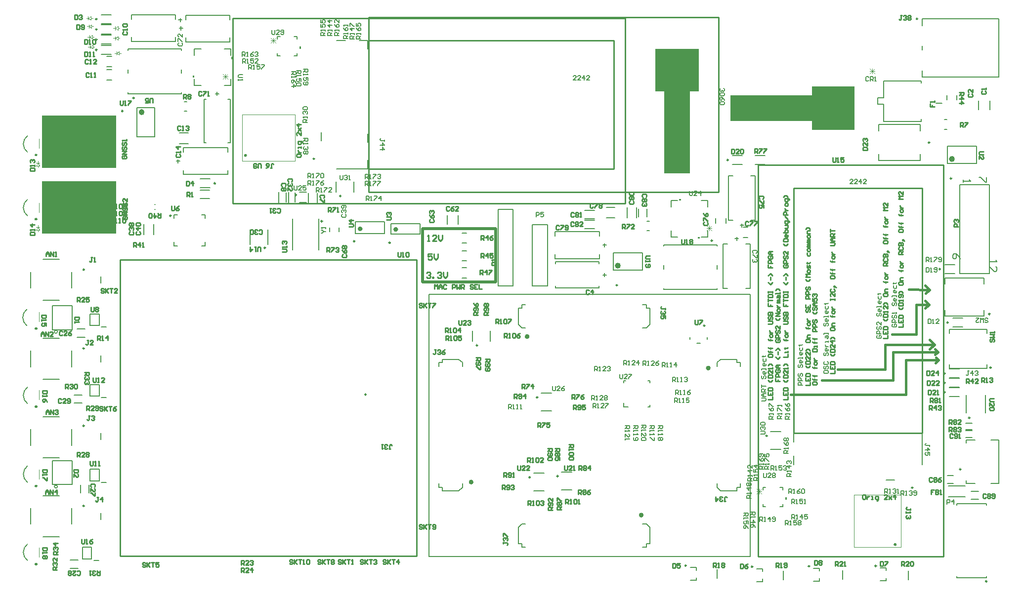
<source format=gbr>
G04*
G04 #@! TF.GenerationSoftware,Altium Limited,Altium Designer,23.7.1 (13)*
G04*
G04 Layer_Color=65535*
%FSLAX25Y25*%
%MOIN*%
G70*
G04*
G04 #@! TF.SameCoordinates,AF00DCEB-AC48-4C7C-91EA-99F42E284231*
G04*
G04*
G04 #@! TF.FilePolarity,Positive*
G04*
G01*
G75*
%ADD10C,0.00984*%
%ADD11C,0.02000*%
%ADD12C,0.01968*%
%ADD13C,0.01575*%
%ADD14C,0.01575*%
%ADD15C,0.00787*%
%ADD16C,0.00500*%
%ADD17C,0.01500*%
%ADD18C,0.01000*%
%ADD19C,0.00600*%
%ADD20C,0.00300*%
%ADD21C,0.00100*%
%ADD22C,0.00591*%
%ADD23C,0.00394*%
%ADD24C,0.00900*%
%ADD25C,0.00800*%
%ADD26R,0.29528X0.28543*%
%ADD27R,0.17717X0.59055*%
%ADD28R,0.28543X0.29528*%
%ADD29R,0.50197X0.35236*%
%ADD30R,0.59055X0.17717*%
G36*
X88157Y-20829D02*
Y-19329D01*
X87157D01*
Y-20829D01*
X88157D01*
D02*
G37*
G36*
X112958Y-8230D02*
Y-6730D01*
X113958D01*
Y-8230D01*
X112958D01*
D02*
G37*
G36*
X159087Y159D02*
X160087D01*
Y-1341D01*
X159087D01*
Y159D01*
D02*
G37*
G36*
X486647Y-304171D02*
X487646D01*
Y-305671D01*
X486647D01*
Y-304171D01*
D02*
G37*
G36*
X427597Y-128443D02*
X429097D01*
Y-129443D01*
X427597D01*
Y-128443D01*
D02*
G37*
G36*
X414998Y-103643D02*
X416498D01*
Y-102643D01*
X414998D01*
Y-103643D01*
D02*
G37*
D10*
X72481Y-113967D02*
G03*
X72481Y-113967I-492J0D01*
G01*
X576083Y18898D02*
G03*
X576083Y18898I-492J0D01*
G01*
X437598Y-130807D02*
G03*
X437598Y-130807I-492J0D01*
G01*
X157087Y-99990D02*
G03*
X157087Y-99990I-492J0D01*
G01*
X605217Y-285138D02*
G03*
X605217Y-285138I-492J0D01*
G01*
X594587Y-233071D02*
G03*
X594587Y-233071I-492J0D01*
G01*
X596752Y-186107D02*
G03*
X596752Y-186107I-492J0D01*
G01*
X625689Y-216535D02*
G03*
X625689Y-216535I-492J0D01*
G01*
X624902Y-180315D02*
G03*
X624902Y-180315I-492J0D01*
G01*
X591437Y-150000D02*
G03*
X591437Y-150000I-492J0D01*
G01*
X474606Y-262598D02*
G03*
X474606Y-262598I-492J0D01*
G01*
X187106Y-100689D02*
G03*
X187106Y-100689I-492J0D01*
G01*
X169193Y-75492D02*
G03*
X169193Y-75492I-492J0D01*
G01*
X572835Y-297539D02*
G03*
X572835Y-297539I-492J0D01*
G01*
X174544Y-117717D02*
G03*
X174544Y-117717I-492J0D01*
G01*
X432533Y-188148D02*
G03*
X432533Y-188148I-492J0D01*
G01*
X373575Y-160827D02*
G03*
X373575Y-160827I-492J0D01*
G01*
X40020Y-43355D02*
G03*
X40020Y-43355I-492J0D01*
G01*
X47638Y-34547D02*
G03*
X47638Y-34547I-492J0D01*
G01*
X448327Y-76378D02*
G03*
X448327Y-76378I-492J0D01*
G01*
X102461Y-92126D02*
G03*
X102461Y-92126I-492J0D01*
G01*
X594587Y-220472D02*
G03*
X594587Y-220472I-492J0D01*
G01*
X279232Y-201476D02*
G03*
X279232Y-201476I-492J0D01*
G01*
X220354Y-132283D02*
G03*
X220354Y-132283I-492J0D01*
G01*
X196339Y-131299D02*
G03*
X196339Y-131299I-492J0D01*
G01*
X420024Y-350124D02*
G03*
X420024Y-350124I-492J0D01*
G01*
X464807Y-350911D02*
G03*
X464807Y-350911I-492J0D01*
G01*
X503228Y-350588D02*
G03*
X503228Y-350588I-492J0D01*
G01*
X548209Y-350391D02*
G03*
X548209Y-350391I-492J0D01*
G01*
X594587Y-226772D02*
G03*
X594587Y-226772I-492J0D01*
G01*
X13973Y-203630D02*
G03*
X13973Y-203630I-492J0D01*
G01*
X319882Y-236614D02*
G03*
X319882Y-236614I-492J0D01*
G01*
X622795Y-360807D02*
G03*
X622795Y-360807I-492J0D01*
G01*
X22539Y-1969D02*
G03*
X22539Y-1969I-492J0D01*
G01*
Y4921D02*
G03*
X22539Y4921I-492J0D01*
G01*
Y11811D02*
G03*
X22539Y11811I-492J0D01*
G01*
Y18701D02*
G03*
X22539Y18701I-492J0D01*
G01*
X611319Y-250397D02*
G03*
X611319Y-250397I-492J0D01*
G01*
X333661Y-289764D02*
G03*
X333661Y-289764I-492J0D01*
G01*
X314764Y-290551D02*
G03*
X314764Y-290551I-492J0D01*
G01*
X584154Y-64567D02*
G03*
X584154Y-64567I-492J0D01*
G01*
X598898Y-88779D02*
G03*
X598898Y-88779I-492J0D01*
G01*
X13973Y-255795D02*
G03*
X13973Y-255795I-492J0D01*
G01*
X13973Y-150332D02*
G03*
X13973Y-150332I-492J0D01*
G01*
X13973Y-309929D02*
G03*
X13973Y-309929I-492J0D01*
G01*
X136150Y-135633D02*
G03*
X136150Y-135633I-492J0D01*
G01*
D11*
X122649Y-73277D02*
G03*
X122649Y-73277I-100J0D01*
G01*
X560878Y-335915D02*
G03*
X560878Y-335915I-100J0D01*
G01*
X242126Y-158661D02*
X291339D01*
X242126Y-122835D02*
X291339D01*
Y-158661D02*
Y-122835D01*
X242126Y-158661D02*
Y-122835D01*
D12*
X374776Y-147736D02*
G03*
X374776Y-147736I-984J0D01*
G01*
X53602Y-44064D02*
G03*
X53602Y-44064I-984J0D01*
G01*
X600098Y-75689D02*
G03*
X600098Y-75689I-984J0D01*
G01*
D13*
X313394Y-195569D02*
G03*
X313394Y-195569I-788J0D01*
G01*
X390356Y-316090D02*
G03*
X390356Y-316090I-788J0D01*
G01*
X275670Y-293818D02*
G03*
X275670Y-293818I-788J0D01*
G01*
X435561Y-216856D02*
G03*
X435561Y-216856I-788J0D01*
G01*
D14*
X224803Y-123228D02*
G03*
X224803Y-123228I-787J0D01*
G01*
X200787Y-122835D02*
G03*
X200787Y-122835I-787J0D01*
G01*
D15*
X-4216Y-192339D02*
G03*
X-4216Y-192339I-1000J0D01*
G01*
X-4216Y-296866D02*
G03*
X-4216Y-296866I-1000J0D01*
G01*
X74548Y-134242D02*
X76911D01*
X74548D02*
Y-131880D01*
X93052Y-134242D02*
X95414D01*
Y-131880D01*
Y-115738D02*
Y-113376D01*
X93052D02*
X95414D01*
X74548D02*
X76911D01*
X74548Y-115738D02*
Y-113376D01*
X60670Y-126663D02*
Y-119774D01*
X54174Y-126663D02*
Y-119774D01*
X61458Y-106289D02*
X61655D01*
X61458Y-109833D02*
X61655D01*
X293032Y-161260D02*
Y-109764D01*
Y-161260D02*
X303031D01*
Y-109764D01*
X293032D02*
X303031D01*
X326555Y-161260D02*
Y-120079D01*
X315965Y-161260D02*
X326555D01*
X315965D02*
Y-120079D01*
X326555D01*
X268898Y-125591D02*
X271654D01*
X268898Y-132283D02*
X271654D01*
X268898Y-144488D02*
X271654D01*
X268898Y-137795D02*
X271654D01*
X268898Y-155905D02*
X271654D01*
X268898Y-149213D02*
X271654D01*
X579109Y-20555D02*
Y-15945D01*
Y-2165D02*
Y555D01*
Y14335D02*
Y18945D01*
X630610D01*
Y-20555D02*
Y18945D01*
X579109Y-20555D02*
X630610D01*
X440846Y-134547D02*
Y-133760D01*
Y-150098D02*
Y-147539D01*
Y-163878D02*
Y-163091D01*
X404823Y-163878D02*
X440846D01*
X404823Y-134547D02*
Y-133760D01*
Y-150098D02*
Y-147539D01*
Y-163878D02*
Y-163091D01*
Y-133760D02*
X440846D01*
X158957Y-97923D02*
X163878D01*
X158996Y-105206D02*
X163917D01*
X77559Y18205D02*
X79921D01*
X82284Y3150D02*
X112205D01*
X82284Y18268D02*
Y21260D01*
Y3150D02*
Y6142D01*
Y21260D02*
X112205D01*
Y18268D02*
Y21260D01*
Y3150D02*
Y6142D01*
X78740Y17024D02*
Y19386D01*
X395374Y-243012D02*
Y-241831D01*
X394193Y-243012D02*
X395374D01*
Y-226673D02*
Y-225492D01*
X394193D02*
X395374D01*
X377854D02*
X379035D01*
X377854Y-226673D02*
Y-225492D01*
Y-243012D02*
Y-240256D01*
Y-243012D02*
X380610D01*
X608858Y-294783D02*
Y-292618D01*
Y-294783D02*
X614764D01*
X625394D02*
X630905D01*
X625394Y-265256D02*
X630905D01*
X608858D02*
X614764D01*
X608858Y-267421D02*
Y-265256D01*
X630905Y-294783D02*
Y-265256D01*
X597441Y-230020D02*
X604134D01*
X597441Y-236122D02*
X604134D01*
X599606Y-189158D02*
X606299D01*
X599606Y-183056D02*
X606299D01*
X597281Y-217062D02*
X622674D01*
Y-193381D02*
Y-190645D01*
Y-217062D02*
Y-214326D01*
X597281Y-190645D02*
X622674D01*
X597281Y-193381D02*
Y-190645D01*
Y-217062D02*
Y-214326D01*
X594280Y-160121D02*
Y-155998D01*
X620680Y-160121D02*
Y-155998D01*
X594280Y-181798D02*
Y-177674D01*
X620680Y-181798D02*
Y-177674D01*
X594280Y-181798D02*
X620680D01*
X594280Y-155998D02*
X620680D01*
X594291Y-153051D02*
X600984D01*
X594291Y-146949D02*
X600984D01*
X476772Y-271752D02*
X483858D01*
X476772Y-259744D02*
X483858D01*
X195768Y-98032D02*
Y-90945D01*
X183760Y-98032D02*
Y-90945D01*
X184055Y-82284D02*
X205118D01*
Y-1476D02*
Y4331D01*
Y-64468D02*
Y-58760D01*
Y-82284D02*
Y-76476D01*
X184055Y4331D02*
X190256D01*
X199508D02*
X205118D01*
X173819Y-63484D02*
Y-57776D01*
X579134Y-282185D02*
Y-261122D01*
X492520D02*
X498327D01*
X555610D02*
X561319D01*
X573327D02*
X579134D01*
X492520Y-282185D02*
Y-275984D01*
Y-266732D02*
Y-261122D01*
X554626Y-292421D02*
X560335D01*
X154367Y-137008D02*
Y-116142D01*
X172083Y-137008D02*
Y-116142D01*
X453937Y-130709D02*
Y-128347D01*
X452756Y-129528D02*
X455118D01*
X444882Y-162992D02*
X447874D01*
X460000D02*
X462992D01*
Y-133071D01*
X444882D02*
X447874D01*
X460000D02*
X462992D01*
X444882Y-162992D02*
Y-133071D01*
X466535Y-116929D02*
Y-87008D01*
X448425Y-116929D02*
X451417D01*
X463543D02*
X466535D01*
X448425D02*
Y-87008D01*
X451417D01*
X463543D02*
X466535D01*
X456299Y-120472D02*
X458661D01*
X457480Y-121653D02*
Y-119291D01*
X351574Y-116983D02*
X358159D01*
X351574Y-122781D02*
X358159D01*
X393410Y-114573D02*
Y-109407D01*
X387898Y-114573D02*
Y-109407D01*
X351574Y-116088D02*
X358159D01*
X351574Y-110290D02*
X358159D01*
X380020Y-115354D02*
Y-108268D01*
X386516Y-115354D02*
Y-108268D01*
X434009Y-197528D02*
Y-196173D01*
X427084Y-200000D02*
X429517D01*
X422591Y-197528D02*
Y-196173D01*
X77953Y12598D02*
X80315D01*
X79134Y11417D02*
Y13780D01*
X45669Y18661D02*
Y21654D01*
Y3543D02*
Y6535D01*
Y3543D02*
X75590D01*
Y18661D02*
Y21654D01*
Y3543D02*
Y6535D01*
X45669Y21654D02*
X75590D01*
X370740Y-150787D02*
Y-138976D01*
X390425D01*
Y-150787D02*
Y-138976D01*
X370740Y-150787D02*
X390425D01*
X393406Y-124114D02*
X394980D01*
X393406Y-117618D02*
X394980D01*
X49567Y-60698D02*
Y-41013D01*
Y-60698D02*
X61378D01*
Y-41013D01*
X49567D02*
X61378D01*
X29140Y-22441D02*
X32277D01*
X29140Y-15354D02*
X32277D01*
X439764Y-118892D02*
Y-115754D01*
X446850Y-118892D02*
Y-115754D01*
X458369Y-121653D02*
X461507D01*
X458369Y-128740D02*
X461507D01*
X366043Y-108268D02*
X371752D01*
X366043Y-115354D02*
X371752D01*
X331693Y-145079D02*
X361221D01*
Y-162795D02*
Y-161319D01*
Y-146555D02*
Y-145079D01*
X331693Y-162795D02*
X361221D01*
X331693D02*
Y-161319D01*
Y-146555D02*
Y-145079D01*
X364862Y-155118D02*
Y-152756D01*
X363681Y-153937D02*
X366043D01*
X331457Y-124803D02*
X361378D01*
Y-142913D02*
Y-139921D01*
Y-127795D02*
Y-124803D01*
X331457Y-142913D02*
X361378D01*
X331457D02*
Y-139921D01*
Y-127795D02*
Y-124803D01*
X364921Y-135039D02*
Y-132677D01*
X363740Y-133858D02*
X366102D01*
X43406Y-31594D02*
Y-30807D01*
Y-17815D02*
Y-15256D01*
Y-2264D02*
Y-1476D01*
X79429D01*
Y-31594D02*
Y-30807D01*
Y-17815D02*
Y-15256D01*
Y-2264D02*
Y-1476D01*
X43406Y-31594D02*
X79429D01*
X81496Y-36909D02*
X83071D01*
X81496Y-43406D02*
X83071D01*
X75984Y-77165D02*
X78347D01*
X77165Y-78347D02*
Y-75984D01*
X110630Y-86221D02*
Y-83228D01*
Y-71102D02*
Y-68110D01*
X80709D02*
X110630D01*
X80709Y-86221D02*
Y-83228D01*
Y-71102D02*
Y-68110D01*
Y-86221D02*
X110630D01*
X94685Y-64764D02*
Y-35236D01*
X110925D02*
X112402D01*
X94685D02*
X96161D01*
X112402Y-64764D02*
Y-35236D01*
X110925Y-64764D02*
X112402D01*
X94685D02*
X96161D01*
X102362Y-31594D02*
X104724D01*
X103543Y-32776D02*
Y-30413D01*
X78257Y-58179D02*
X83966D01*
X78257Y-65266D02*
X83966D01*
X451181Y-79429D02*
X457874D01*
X451181Y-73327D02*
X457874D01*
X91929Y-89075D02*
X98622D01*
X91929Y-95177D02*
X98622D01*
X91983Y-102505D02*
X98568D01*
X91983Y-96708D02*
X98568D01*
X466393Y-73479D02*
X472977D01*
X466393Y-79277D02*
X472977D01*
X29140Y-13386D02*
X32277D01*
X29140Y-6299D02*
X32277D01*
X597441Y-217421D02*
X604134D01*
X597441Y-223524D02*
X604134D01*
X275886Y-198819D02*
Y-191732D01*
X287894Y-198819D02*
Y-191732D01*
X240551Y-126378D02*
Y-119291D01*
X220866Y-126378D02*
Y-119291D01*
X240551D01*
X220866Y-126378D02*
X240551D01*
X216535Y-125984D02*
Y-118110D01*
X196850Y-125984D02*
Y-118110D01*
X216535D01*
X196850Y-125984D02*
X216535D01*
X179367Y-124705D02*
Y-122146D01*
X185666Y-124705D02*
Y-122146D01*
X165212Y-105261D02*
Y-98676D01*
X171009Y-105261D02*
Y-98676D01*
X426618Y-360163D02*
Y-358391D01*
X422681Y-360163D02*
X426618D01*
Y-353273D02*
Y-351502D01*
X422681D02*
X426618D01*
X471402Y-360950D02*
Y-359179D01*
X467465Y-360950D02*
X471402D01*
Y-354061D02*
Y-352289D01*
X467465D02*
X471402D01*
X509823Y-360627D02*
Y-358855D01*
X505886Y-360627D02*
X509823D01*
Y-353737D02*
Y-351966D01*
X505886D02*
X509823D01*
X554803Y-360430D02*
Y-358659D01*
X550866Y-360430D02*
X554803D01*
Y-353540D02*
Y-351769D01*
X550866D02*
X554803D01*
X597441Y-223721D02*
X604134D01*
X597441Y-229823D02*
X604134D01*
X25095Y-212795D02*
Y-208465D01*
X7260Y-240551D02*
X12426D01*
X7260Y-235039D02*
X12426D01*
X4504Y-351969D02*
X9669D01*
X4504Y-346457D02*
X9669D01*
X16929Y-301008D02*
Y-295842D01*
X11417Y-301008D02*
Y-295842D01*
X9228Y-196063D02*
X14394D01*
X9228Y-190551D02*
X14394D01*
X-7677Y-190945D02*
X5610D01*
X-7677D02*
Y-174803D01*
X5709Y-190945D02*
Y-174803D01*
X-7677D02*
X5709D01*
X322047Y-245768D02*
X329134D01*
X322047Y-233760D02*
X329134D01*
X602303Y-309232D02*
Y-308307D01*
X622303Y-309232D02*
Y-308307D01*
X602303D02*
X622303D01*
X602303Y-358307D02*
X622303D01*
Y-357382D01*
X602303Y-358307D02*
Y-357382D01*
X25394Y-5020D02*
X32087D01*
X25394Y1083D02*
X32087D01*
X25394Y1870D02*
X32087D01*
X25394Y7972D02*
X32087D01*
X25394Y8760D02*
X32087D01*
X25394Y14862D02*
X32087D01*
X25394Y15650D02*
X32087D01*
X25394Y21752D02*
X32087D01*
X145177Y-105123D02*
Y-98036D01*
X151673Y-105123D02*
Y-98036D01*
X156048Y-104867D02*
Y-98282D01*
X150251Y-104867D02*
Y-98282D01*
X608547Y-259197D02*
X612681D01*
X608563Y-254134D02*
X612697D01*
X621654Y-246911D02*
Y-235100D01*
X608858Y-246911D02*
Y-235100D01*
X596736Y-296342D02*
X607989D01*
X596736Y-303658D02*
X607989D01*
X611984Y-300000D02*
X617150D01*
X611984Y-305512D02*
X617150D01*
X595986Y-289446D02*
X600119D01*
X595965Y-294783D02*
X600098D01*
X608584Y-258344D02*
X612718D01*
X608563Y-263681D02*
X612697D01*
X335827Y-298917D02*
X342913D01*
X335827Y-286910D02*
X342913D01*
X316929Y-299705D02*
X324016D01*
X316929Y-287697D02*
X324016D01*
X577776Y-76811D02*
Y-72539D01*
Y-56595D02*
Y-52323D01*
X549784D02*
X577776D01*
X549784Y-76811D02*
Y-72539D01*
Y-56595D02*
Y-52323D01*
Y-76811D02*
X577776D01*
X596063Y-78740D02*
X615748D01*
Y-66929D01*
X596063D02*
X615748D01*
X596063Y-78740D02*
Y-66929D01*
X594193Y-49114D02*
X595768D01*
X594193Y-55610D02*
X595768D01*
X602559Y-35630D02*
Y-32874D01*
X595866Y-35630D02*
Y-32874D01*
X-13898Y-330561D02*
X-3032D01*
X-22244Y-322214D02*
Y-311348D01*
X5315Y-322214D02*
Y-311348D01*
X-13898Y-303002D02*
X-3032D01*
X-13898Y-277410D02*
X-3032D01*
X-22244Y-269063D02*
Y-258197D01*
X5315Y-269063D02*
Y-258197D01*
X-13898Y-249850D02*
X-3032D01*
X-13898Y-224260D02*
X-3032D01*
X-22244Y-215913D02*
Y-205047D01*
X5315Y-215913D02*
Y-205047D01*
X-13898Y-196701D02*
X-3032D01*
X-13898Y-171112D02*
X-3032D01*
X-22244Y-162765D02*
Y-151899D01*
X5315Y-162765D02*
Y-151899D01*
X-13898Y-143553D02*
X-3032D01*
X17717Y-235827D02*
X24016D01*
X17717D02*
Y-227953D01*
X24016D01*
Y-235827D02*
Y-227953D01*
X25394Y-236811D02*
X28740D01*
X17717Y-188189D02*
X24016D01*
X17717D02*
Y-180315D01*
X24016D01*
Y-188189D02*
Y-180315D01*
X25394Y-189173D02*
X28740D01*
X17717Y-292913D02*
X24016D01*
X17717D02*
Y-285039D01*
X24016D01*
Y-292913D02*
Y-285039D01*
X25394Y-293898D02*
X28740D01*
X25095Y-264961D02*
Y-260630D01*
X25095Y-159498D02*
Y-155167D01*
X12598Y-345669D02*
X18898D01*
X12598D02*
Y-337795D01*
X18898D01*
Y-345669D02*
Y-337795D01*
X20276Y-346654D02*
X23622D01*
X25095Y-319094D02*
Y-314764D01*
X624449Y-153189D02*
Y-93189D01*
X604449D02*
X624449D01*
X604449Y-153189D02*
Y-93189D01*
Y-153189D02*
X624449D01*
X-7677Y-279331D02*
X5709D01*
Y-295472D02*
Y-279331D01*
X-7677Y-295472D02*
Y-279331D01*
Y-295472D02*
X5610D01*
X137922Y-133468D02*
Y-123232D01*
X125717Y-133468D02*
Y-123232D01*
D16*
X-24400Y-335681D02*
G03*
X-24400Y-346705I4106J-5512D01*
G01*
Y-282925D02*
G03*
X-24400Y-293949I4106J-5512D01*
G01*
Y-229776D02*
G03*
X-24400Y-240799I4106J-5512D01*
G01*
Y-60091D02*
G03*
X-24400Y-71114I4106J-5512D01*
G01*
Y-103004D02*
G03*
X-24400Y-114028I4106J-5512D01*
G01*
X-24803Y-177165D02*
G03*
X-24803Y-188189I4106J-5512D01*
G01*
X463018Y-344132D02*
Y-166966D01*
X246482Y-344132D02*
X463018D01*
X246482Y-166966D02*
X463018D01*
X246482Y-344132D02*
Y-166966D01*
D17*
X-18406Y-190157D02*
G03*
X-18799Y-190157I-197J0D01*
G01*
D02*
G03*
X-18406Y-190157I197J0D01*
G01*
X-18502Y-73032D02*
G03*
X-18702Y-73032I-100J0D01*
G01*
D02*
G03*
X-18502Y-73032I100J0D01*
G01*
X-18799Y-242913D02*
G03*
X-18406Y-242913I197J0D01*
G01*
D02*
G03*
X-18799Y-242913I-197J0D01*
G01*
Y-296457D02*
G03*
X-18406Y-296457I197J0D01*
G01*
D02*
G03*
X-18799Y-296457I-197J0D01*
G01*
Y-349213D02*
G03*
X-18406Y-349213I197J0D01*
G01*
D02*
G03*
X-18799Y-349213I-197J0D01*
G01*
X-18802Y-116339D02*
G03*
X-18402Y-116339I200J0D01*
G01*
D02*
G03*
X-18802Y-116339I-200J0D01*
G01*
X581496Y-166535D02*
X583975Y-164057D01*
Y-163896D01*
X581102Y-161024D02*
X583976Y-163898D01*
X584196D01*
X570079Y-163779D02*
X584196Y-163898D01*
X581102Y-176378D02*
X583651Y-173898D01*
X581102Y-171260D02*
X583651Y-173898D01*
X575197D02*
X583651D01*
X575197Y-194095D02*
Y-173898D01*
X558661Y-194095D02*
X575197D01*
X588189Y-213386D02*
X590190Y-211385D01*
Y-211353D01*
X588399Y-209732D02*
X590021Y-211353D01*
X590190D01*
X584252Y-197638D02*
X587402Y-201118D01*
X584252Y-203937D02*
X587402Y-201118D01*
X587795Y-207874D02*
X589764Y-205906D01*
Y-205906D01*
X587795Y-203937D02*
X589764Y-205906D01*
X586614D02*
X589764D01*
X553937Y-201118D02*
X587402D01*
X553937Y-217717D02*
Y-201181D01*
X522047Y-217717D02*
X553937D01*
X559449Y-205906D02*
X586614D01*
X559449Y-225197D02*
Y-205906D01*
X511417Y-225197D02*
X559449D01*
X568110Y-211353D02*
X590190D01*
X568110Y-234646D02*
Y-211353D01*
X490459Y-234711D02*
X568110Y-234646D01*
D18*
X204102Y-234680D02*
G03*
X204102Y-234680I-500J0D01*
G01*
D02*
G03*
X204102Y-234680I-500J0D01*
G01*
X579134Y-260633D02*
Y-95279D01*
X492520Y-260633D02*
Y-95279D01*
X579134D01*
X492520Y-260633D02*
X579134D01*
X205607Y-82284D02*
X370961D01*
X205607Y4331D02*
X370961D01*
Y-82284D02*
Y4331D01*
X205607Y-82284D02*
Y4331D01*
X205607Y-98032D02*
X441828D01*
X205607Y20079D02*
X441828D01*
Y-98032D02*
Y20079D01*
X205607Y-98032D02*
Y20079D01*
X114242Y19124D02*
X378730D01*
Y-105876D02*
Y19124D01*
X114242Y-105876D02*
X378730D01*
X114242D02*
Y19124D01*
X468376Y-344222D02*
X593376D01*
Y-79734D01*
X468376D02*
X593376D01*
X468376Y-344222D02*
Y-79734D01*
X38189Y-343701D02*
Y-143701D01*
X238189D01*
Y-343701D02*
Y-143701D01*
X38189Y-343701D02*
X238189D01*
X480253Y-223772D02*
Y-225772D01*
X481752D01*
Y-224772D01*
Y-225772D01*
X483252D01*
Y-222773D02*
X480253D01*
Y-221273D01*
X480753Y-220773D01*
X481752D01*
X482252Y-221273D01*
Y-222773D01*
X480753Y-217774D02*
X480253Y-218274D01*
Y-219274D01*
X480753Y-219774D01*
X482752D01*
X483252Y-219274D01*
Y-218274D01*
X482752Y-217774D01*
X481752D01*
Y-218774D01*
X483252Y-216775D02*
X481253D01*
X480253Y-215775D01*
X481253Y-214775D01*
X483252D01*
X481752D01*
Y-216775D01*
X483252Y-209277D02*
X481752Y-210776D01*
X480253Y-209277D01*
X481752Y-207778D02*
Y-205778D01*
X483252Y-204778D02*
X481752Y-203279D01*
X480253Y-204778D01*
X480753Y-197281D02*
X480253Y-197781D01*
Y-198780D01*
X480753Y-199280D01*
X482752D01*
X483252Y-198780D01*
Y-197781D01*
X482752Y-197281D01*
X481752D01*
Y-198281D01*
X483252Y-196281D02*
X480253D01*
Y-194782D01*
X480753Y-194282D01*
X481752D01*
X482252Y-194782D01*
Y-196281D01*
X480753Y-191283D02*
X480253Y-191783D01*
Y-192782D01*
X480753Y-193282D01*
X481253D01*
X481752Y-192782D01*
Y-191783D01*
X482252Y-191283D01*
X482752D01*
X483252Y-191783D01*
Y-192782D01*
X482752Y-193282D01*
X483252Y-188284D02*
Y-190283D01*
X481253Y-188284D01*
X480753D01*
X480253Y-188784D01*
Y-189783D01*
X480753Y-190283D01*
X483252Y-183285D02*
X482252Y-184285D01*
X481253D01*
X480253Y-183285D01*
X483252Y-181786D02*
X480253D01*
X483252Y-179787D01*
X480253D01*
X483252Y-178287D02*
Y-177287D01*
X482752Y-176787D01*
X481752D01*
X481253Y-177287D01*
Y-178287D01*
X481752Y-178787D01*
X482752D01*
X483252Y-178287D01*
X481253Y-175788D02*
X483252D01*
X482252D01*
X481752Y-175288D01*
X481253Y-174788D01*
Y-174288D01*
X483252Y-172789D02*
X481253D01*
Y-172289D01*
X481752Y-171789D01*
X483252D01*
X481752D01*
X481253Y-171289D01*
X481752Y-170790D01*
X483252D01*
X481253Y-169290D02*
Y-168290D01*
X481752Y-167790D01*
X483252D01*
Y-169290D01*
X482752Y-169790D01*
X482252Y-169290D01*
Y-167790D01*
X483252Y-166791D02*
Y-165791D01*
Y-166291D01*
X480253D01*
Y-166791D01*
X483252Y-164292D02*
X482252Y-163292D01*
X481253D01*
X480253Y-164292D01*
X552810Y-196856D02*
X555809D01*
Y-194857D01*
X552810Y-191858D02*
Y-193857D01*
X555809D01*
Y-191858D01*
X554310Y-193857D02*
Y-192857D01*
X552810Y-190858D02*
X555809D01*
Y-189359D01*
X555309Y-188859D01*
X553310D01*
X552810Y-189359D01*
Y-190858D01*
X555809Y-183860D02*
X554810Y-184860D01*
X553810D01*
X552810Y-183860D01*
Y-182361D02*
X555809D01*
Y-180861D01*
X555309Y-180361D01*
X553310D01*
X552810Y-180861D01*
Y-182361D01*
X555809Y-179362D02*
Y-178362D01*
Y-178862D01*
X552810D01*
X553310Y-179362D01*
X555809Y-174863D02*
Y-176863D01*
X553810Y-174863D01*
X553310D01*
X552810Y-175363D01*
Y-176363D01*
X553310Y-176863D01*
X555809Y-173864D02*
X554810Y-172864D01*
X553810D01*
X552810Y-173864D01*
Y-166866D02*
Y-167866D01*
X553310Y-168365D01*
X555309D01*
X555809Y-167866D01*
Y-166866D01*
X555309Y-166366D01*
X553310D01*
X552810Y-166866D01*
X555809Y-165366D02*
X553810D01*
Y-163867D01*
X554310Y-163367D01*
X555809D01*
Y-158869D02*
X553310D01*
X554310D01*
Y-159368D01*
Y-158369D01*
Y-158869D01*
X553310D01*
X552810Y-158369D01*
X555809Y-156369D02*
Y-155370D01*
X555309Y-154870D01*
X554310D01*
X553810Y-155370D01*
Y-156369D01*
X554310Y-156869D01*
X555309D01*
X555809Y-156369D01*
X553810Y-153870D02*
X555809D01*
X554810D01*
X554310Y-153370D01*
X553810Y-152870D01*
Y-152371D01*
X555809Y-147872D02*
X552810D01*
Y-146372D01*
X553310Y-145873D01*
X554310D01*
X554810Y-146372D01*
Y-147872D01*
Y-146872D02*
X555809Y-145873D01*
X553310Y-142874D02*
X552810Y-143374D01*
Y-144373D01*
X553310Y-144873D01*
X555309D01*
X555809Y-144373D01*
Y-143374D01*
X555309Y-142874D01*
X552810Y-141874D02*
X555809D01*
Y-140374D01*
X555309Y-139875D01*
X554810D01*
X554310Y-140374D01*
Y-141874D01*
Y-140374D01*
X553810Y-139875D01*
X553310D01*
X552810Y-140374D01*
Y-141874D01*
X556309Y-138375D02*
X555809Y-137875D01*
X555309D01*
Y-138375D01*
X555809D01*
Y-137875D01*
X556309Y-138375D01*
X556809Y-138875D01*
X552810Y-131377D02*
Y-132377D01*
X553310Y-132877D01*
X555309D01*
X555809Y-132377D01*
Y-131377D01*
X555309Y-130877D01*
X553310D01*
X552810Y-131377D01*
X555809Y-129378D02*
X553310D01*
X554310D01*
Y-129878D01*
Y-128878D01*
Y-129378D01*
X553310D01*
X552810Y-128878D01*
X555809Y-126879D02*
X553310D01*
X554310D01*
Y-127379D01*
Y-126379D01*
Y-126879D01*
X553310D01*
X552810Y-126379D01*
X555809Y-121381D02*
X553310D01*
X554310D01*
Y-121880D01*
Y-120881D01*
Y-121381D01*
X553310D01*
X552810Y-120881D01*
X555809Y-118881D02*
Y-117882D01*
X555309Y-117382D01*
X554310D01*
X553810Y-117882D01*
Y-118881D01*
X554310Y-119381D01*
X555309D01*
X555809Y-118881D01*
X553810Y-116382D02*
X555809D01*
X554810D01*
X554310Y-115882D01*
X553810Y-115383D01*
Y-114883D01*
X555809Y-110384D02*
X552810D01*
X553810Y-109385D01*
X552810Y-108385D01*
X555809D01*
Y-105386D02*
Y-107385D01*
X553810Y-105386D01*
X553310D01*
X552810Y-105886D01*
Y-106885D01*
X553310Y-107385D01*
X563112Y-189101D02*
X566111D01*
Y-187102D01*
X563112Y-184103D02*
Y-186102D01*
X566111D01*
Y-184103D01*
X564611Y-186102D02*
Y-185102D01*
X563112Y-183103D02*
X566111D01*
Y-181604D01*
X565611Y-181104D01*
X563612D01*
X563112Y-181604D01*
Y-183103D01*
X566111Y-176105D02*
X565111Y-177105D01*
X564111D01*
X563112Y-176105D01*
Y-174606D02*
X566111D01*
Y-173106D01*
X565611Y-172606D01*
X563612D01*
X563112Y-173106D01*
Y-174606D01*
X566111Y-171607D02*
Y-170607D01*
Y-171107D01*
X563112D01*
X563612Y-171607D01*
X565611Y-169107D02*
X566111Y-168608D01*
Y-167608D01*
X565611Y-167108D01*
X563612D01*
X563112Y-167608D01*
Y-168608D01*
X563612Y-169107D01*
X564111D01*
X564611Y-168608D01*
Y-167108D01*
X566111Y-166109D02*
X565111Y-165109D01*
X564111D01*
X563112Y-166109D01*
Y-159111D02*
Y-160110D01*
X563612Y-160610D01*
X565611D01*
X566111Y-160110D01*
Y-159111D01*
X565611Y-158611D01*
X563612D01*
X563112Y-159111D01*
X566111Y-157611D02*
X564111D01*
Y-156112D01*
X564611Y-155612D01*
X566111D01*
Y-151113D02*
X563612D01*
X564611D01*
Y-151613D01*
Y-150613D01*
Y-151113D01*
X563612D01*
X563112Y-150613D01*
X566111Y-148614D02*
Y-147615D01*
X565611Y-147115D01*
X564611D01*
X564111Y-147615D01*
Y-148614D01*
X564611Y-149114D01*
X565611D01*
X566111Y-148614D01*
X564111Y-146115D02*
X566111D01*
X565111D01*
X564611Y-145615D01*
X564111Y-145115D01*
Y-144615D01*
X566111Y-140117D02*
X563112D01*
Y-138617D01*
X563612Y-138118D01*
X564611D01*
X565111Y-138617D01*
Y-140117D01*
Y-139117D02*
X566111Y-138118D01*
X563612Y-135118D02*
X563112Y-135618D01*
Y-136618D01*
X563612Y-137118D01*
X565611D01*
X566111Y-136618D01*
Y-135618D01*
X565611Y-135118D01*
X563112Y-134119D02*
X566111D01*
Y-132619D01*
X565611Y-132120D01*
X565111D01*
X564611Y-132619D01*
Y-134119D01*
Y-132619D01*
X564111Y-132120D01*
X563612D01*
X563112Y-132619D01*
Y-134119D01*
X566610Y-130620D02*
X566111Y-130120D01*
X565611D01*
Y-130620D01*
X566111D01*
Y-130120D01*
X566610Y-130620D01*
X567110Y-131120D01*
X563112Y-123622D02*
Y-124622D01*
X563612Y-125122D01*
X565611D01*
X566111Y-124622D01*
Y-123622D01*
X565611Y-123122D01*
X563612D01*
X563112Y-123622D01*
X566111Y-121623D02*
X563612D01*
X564611D01*
Y-122123D01*
Y-121123D01*
Y-121623D01*
X563612D01*
X563112Y-121123D01*
X566111Y-119124D02*
X563612D01*
X564611D01*
Y-119623D01*
Y-118624D01*
Y-119124D01*
X563612D01*
X563112Y-118624D01*
X566111Y-113626D02*
X563612D01*
X564611D01*
Y-114125D01*
Y-113126D01*
Y-113626D01*
X563612D01*
X563112Y-113126D01*
X566111Y-111126D02*
Y-110127D01*
X565611Y-109627D01*
X564611D01*
X564111Y-110127D01*
Y-111126D01*
X564611Y-111626D01*
X565611D01*
X566111Y-111126D01*
X564111Y-108627D02*
X566111D01*
X565111D01*
X564611Y-108127D01*
X564111Y-107627D01*
Y-107128D01*
X566111Y-102629D02*
X563112D01*
X564111Y-101629D01*
X563112Y-100630D01*
X566111D01*
Y-97631D02*
Y-99630D01*
X564111Y-97631D01*
X563612D01*
X563112Y-98131D01*
Y-99130D01*
X563612Y-99630D01*
X516968Y-220476D02*
X519967D01*
Y-218477D01*
X516968Y-215478D02*
Y-217477D01*
X519967D01*
Y-215478D01*
X518467Y-217477D02*
Y-216478D01*
X516968Y-214478D02*
X519967D01*
Y-212979D01*
X519467Y-212479D01*
X517467D01*
X516968Y-212979D01*
Y-214478D01*
X519967Y-207481D02*
X518967Y-208480D01*
X517967D01*
X516968Y-207481D01*
Y-205981D02*
X519967D01*
Y-204482D01*
X519467Y-203982D01*
X517467D01*
X516968Y-204482D01*
Y-205981D01*
X519967Y-200983D02*
Y-202982D01*
X517967Y-200983D01*
X517467D01*
X516968Y-201483D01*
Y-202482D01*
X517467Y-202982D01*
X519967Y-198483D02*
X516968D01*
X518467Y-199983D01*
Y-197984D01*
X519967Y-196984D02*
X518967Y-195984D01*
X517967D01*
X516968Y-196984D01*
Y-189986D02*
Y-190986D01*
X517467Y-191486D01*
X519467D01*
X519967Y-190986D01*
Y-189986D01*
X519467Y-189486D01*
X517467D01*
X516968Y-189986D01*
X519967Y-188487D02*
X517967D01*
Y-186987D01*
X518467Y-186487D01*
X519967D01*
Y-181989D02*
X517467D01*
X518467D01*
Y-182489D01*
Y-181489D01*
Y-181989D01*
X517467D01*
X516968Y-181489D01*
X519967Y-179490D02*
Y-178490D01*
X519467Y-177990D01*
X518467D01*
X517967Y-178490D01*
Y-179490D01*
X518467Y-179989D01*
X519467D01*
X519967Y-179490D01*
X517967Y-176990D02*
X519967D01*
X518967D01*
X518467Y-176491D01*
X517967Y-175991D01*
Y-175491D01*
X516968Y-170992D02*
Y-169993D01*
Y-170492D01*
X519967D01*
Y-170992D01*
Y-169993D01*
Y-166494D02*
Y-168493D01*
X517967Y-166494D01*
X517467D01*
X516968Y-166994D01*
Y-167993D01*
X517467Y-168493D01*
Y-163495D02*
X516968Y-163995D01*
Y-164994D01*
X517467Y-165494D01*
X519467D01*
X519967Y-164994D01*
Y-163995D01*
X519467Y-163495D01*
X520467Y-161995D02*
X519967Y-161495D01*
X519467D01*
Y-161995D01*
X519967D01*
Y-161495D01*
X520467Y-161995D01*
X520966Y-162495D01*
X516968Y-154998D02*
Y-155997D01*
X517467Y-156497D01*
X519467D01*
X519967Y-155997D01*
Y-154998D01*
X519467Y-154498D01*
X517467D01*
X516968Y-154998D01*
X519967Y-152998D02*
X517467D01*
X518467D01*
Y-153498D01*
Y-152498D01*
Y-152998D01*
X517467D01*
X516968Y-152498D01*
X519967Y-150499D02*
X517467D01*
X518467D01*
Y-150999D01*
Y-149999D01*
Y-150499D01*
X517467D01*
X516968Y-149999D01*
X519967Y-145001D02*
X517467D01*
X518467D01*
Y-145501D01*
Y-144501D01*
Y-145001D01*
X517467D01*
X516968Y-144501D01*
X519967Y-142501D02*
Y-141502D01*
X519467Y-141002D01*
X518467D01*
X517967Y-141502D01*
Y-142501D01*
X518467Y-143001D01*
X519467D01*
X519967Y-142501D01*
X517967Y-140002D02*
X519967D01*
X518967D01*
X518467Y-139503D01*
X517967Y-139003D01*
Y-138503D01*
X516968Y-134004D02*
X519467D01*
X519967Y-133504D01*
Y-132505D01*
X519467Y-132005D01*
X516968D01*
X519967Y-131005D02*
X517967D01*
X516968Y-130006D01*
X517967Y-129006D01*
X519967D01*
X518467D01*
Y-131005D01*
X519967Y-128006D02*
X516968D01*
Y-126507D01*
X517467Y-126007D01*
X518467D01*
X518967Y-126507D01*
Y-128006D01*
Y-127007D02*
X519967Y-126007D01*
X516968Y-125007D02*
Y-123008D01*
Y-124007D01*
X519967D01*
X485553Y-237976D02*
X488552D01*
Y-235977D01*
X485553Y-232978D02*
Y-234977D01*
X488552D01*
Y-232978D01*
X487052Y-234977D02*
Y-233978D01*
X485553Y-231978D02*
X488552D01*
Y-230479D01*
X488052Y-229979D01*
X486052D01*
X485553Y-230479D01*
Y-231978D01*
X488552Y-224981D02*
X487552Y-225980D01*
X486552D01*
X485553Y-224981D01*
Y-223481D02*
X488552D01*
Y-221982D01*
X488052Y-221482D01*
X486052D01*
X485553Y-221982D01*
Y-223481D01*
X488552Y-218483D02*
Y-220482D01*
X486552Y-218483D01*
X486052D01*
X485553Y-218983D01*
Y-219982D01*
X486052Y-220482D01*
X488552Y-217483D02*
Y-216483D01*
Y-216983D01*
X485553D01*
X486052Y-217483D01*
X488552Y-214984D02*
X487552Y-213984D01*
X486552D01*
X485553Y-214984D01*
Y-209486D02*
X488552D01*
Y-207486D01*
Y-206487D02*
Y-205487D01*
Y-205987D01*
X486552D01*
Y-206487D01*
X486052Y-203487D02*
X486552D01*
Y-203987D01*
Y-202988D01*
Y-203487D01*
X488052D01*
X488552Y-202988D01*
Y-197989D02*
X486052D01*
X487052D01*
Y-198489D01*
Y-197490D01*
Y-197989D01*
X486052D01*
X485553Y-197490D01*
X488552Y-195490D02*
Y-194491D01*
X488052Y-193991D01*
X487052D01*
X486552Y-194491D01*
Y-195490D01*
X487052Y-195990D01*
X488052D01*
X488552Y-195490D01*
X486552Y-192991D02*
X488552D01*
X487552D01*
X487052Y-192491D01*
X486552Y-191991D01*
Y-191491D01*
X485553Y-186993D02*
X488052D01*
X488552Y-186493D01*
Y-185493D01*
X488052Y-184994D01*
X485553D01*
X486052Y-181994D02*
X485553Y-182494D01*
Y-183494D01*
X486052Y-183994D01*
X486552D01*
X487052Y-183494D01*
Y-182494D01*
X487552Y-181994D01*
X488052D01*
X488552Y-182494D01*
Y-183494D01*
X488052Y-183994D01*
X485553Y-180995D02*
X488552D01*
Y-179495D01*
X488052Y-178996D01*
X487552D01*
X487052Y-179495D01*
Y-180995D01*
Y-179495D01*
X486552Y-178996D01*
X486052D01*
X485553Y-179495D01*
Y-180995D01*
Y-172997D02*
Y-174997D01*
X487052D01*
Y-173997D01*
Y-174997D01*
X488552D01*
X485553Y-171998D02*
Y-169998D01*
Y-170998D01*
X488552D01*
X485553Y-168999D02*
X488552D01*
Y-167499D01*
X488052Y-166999D01*
X486052D01*
X485553Y-167499D01*
Y-168999D01*
Y-166000D02*
Y-165000D01*
Y-165500D01*
X488552D01*
Y-166000D01*
Y-165000D01*
Y-159002D02*
X487052Y-160501D01*
X485553Y-159002D01*
X487052Y-157502D02*
Y-155503D01*
X488552Y-154503D02*
X487052Y-153004D01*
X485553Y-154503D01*
X486052Y-147006D02*
X485553Y-147506D01*
Y-148505D01*
X486052Y-149005D01*
X488052D01*
X488552Y-148505D01*
Y-147506D01*
X488052Y-147006D01*
X487052D01*
Y-148005D01*
X488552Y-146006D02*
X485553D01*
Y-144507D01*
X486052Y-144007D01*
X487052D01*
X487552Y-144507D01*
Y-146006D01*
X486052Y-141008D02*
X485553Y-141508D01*
Y-142507D01*
X486052Y-143007D01*
X486552D01*
X487052Y-142507D01*
Y-141508D01*
X487552Y-141008D01*
X488052D01*
X488552Y-141508D01*
Y-142507D01*
X488052Y-143007D01*
X488552Y-138009D02*
Y-140008D01*
X486552Y-138009D01*
X486052D01*
X485553Y-138509D01*
Y-139508D01*
X486052Y-140008D01*
X488552Y-133010D02*
X487552Y-134010D01*
X486552D01*
X485553Y-133010D01*
Y-131511D02*
X488552D01*
Y-130011D01*
X488052Y-129511D01*
X486052D01*
X485553Y-130011D01*
Y-131511D01*
X488552Y-127012D02*
Y-128012D01*
X488052Y-128512D01*
X487052D01*
X486552Y-128012D01*
Y-127012D01*
X487052Y-126512D01*
X487552D01*
Y-128512D01*
X485553Y-125513D02*
X488552D01*
Y-124013D01*
X488052Y-123513D01*
X487552D01*
X487052D01*
X486552Y-124013D01*
Y-125513D01*
Y-122514D02*
X488052D01*
X488552Y-122014D01*
Y-120514D01*
X486552D01*
X489551Y-118515D02*
Y-118015D01*
X489051Y-117515D01*
X486552D01*
Y-119015D01*
X487052Y-119515D01*
X488052D01*
X488552Y-119015D01*
Y-117515D01*
Y-116516D02*
X486552Y-114516D01*
X488552Y-113517D02*
X485553D01*
Y-112017D01*
X486052Y-111517D01*
X487052D01*
X487552Y-112017D01*
Y-113517D01*
X486552Y-110518D02*
X488552D01*
X487552D01*
X487052Y-110018D01*
X486552Y-109518D01*
Y-109018D01*
X488552Y-107019D02*
Y-106019D01*
X488052Y-105519D01*
X487052D01*
X486552Y-106019D01*
Y-107019D01*
X487052Y-107519D01*
X488052D01*
X488552Y-107019D01*
X489551Y-103520D02*
Y-103020D01*
X489051Y-102520D01*
X486552D01*
Y-104020D01*
X487052Y-104520D01*
X488052D01*
X488552Y-104020D01*
Y-102520D01*
Y-101521D02*
X487552Y-100521D01*
X486552D01*
X485553Y-101521D01*
X475135Y-237976D02*
X478134D01*
Y-235977D01*
X475135Y-232978D02*
Y-234977D01*
X478134D01*
Y-232978D01*
X476634Y-234977D02*
Y-233978D01*
X475135Y-231978D02*
X478134D01*
Y-230479D01*
X477634Y-229979D01*
X475635D01*
X475135Y-230479D01*
Y-231978D01*
X478134Y-224981D02*
X477134Y-225980D01*
X476134D01*
X475135Y-224981D01*
Y-223481D02*
X478134D01*
Y-221982D01*
X477634Y-221482D01*
X475635D01*
X475135Y-221982D01*
Y-223481D01*
X478134Y-218483D02*
Y-220482D01*
X476134Y-218483D01*
X475635D01*
X475135Y-218983D01*
Y-219982D01*
X475635Y-220482D01*
X478134Y-217483D02*
Y-216483D01*
Y-216983D01*
X475135D01*
X475635Y-217483D01*
X478134Y-214984D02*
X477134Y-213984D01*
X476134D01*
X475135Y-214984D01*
Y-207986D02*
Y-208986D01*
X475635Y-209486D01*
X477634D01*
X478134Y-208986D01*
Y-207986D01*
X477634Y-207486D01*
X475635D01*
X475135Y-207986D01*
X478134Y-205987D02*
X475635D01*
X476634D01*
Y-206487D01*
Y-205487D01*
Y-205987D01*
X475635D01*
X475135Y-205487D01*
X478134Y-203487D02*
X475635D01*
X476634D01*
Y-203987D01*
Y-202988D01*
Y-203487D01*
X475635D01*
X475135Y-202988D01*
X478134Y-197989D02*
X475635D01*
X476634D01*
Y-198489D01*
Y-197490D01*
Y-197989D01*
X475635D01*
X475135Y-197490D01*
X478134Y-195490D02*
Y-194490D01*
X477634Y-193991D01*
X476634D01*
X476134Y-194490D01*
Y-195490D01*
X476634Y-195990D01*
X477634D01*
X478134Y-195490D01*
X476134Y-192991D02*
X478134D01*
X477134D01*
X476634Y-192491D01*
X476134Y-191991D01*
Y-191491D01*
X475135Y-186993D02*
X477634D01*
X478134Y-186493D01*
Y-185493D01*
X477634Y-184994D01*
X475135D01*
X475635Y-181994D02*
X475135Y-182494D01*
Y-183494D01*
X475635Y-183994D01*
X476134D01*
X476634Y-183494D01*
Y-182494D01*
X477134Y-181994D01*
X477634D01*
X478134Y-182494D01*
Y-183494D01*
X477634Y-183994D01*
X475135Y-180995D02*
X478134D01*
Y-179495D01*
X477634Y-178996D01*
X477134D01*
X476634Y-179495D01*
Y-180995D01*
Y-179495D01*
X476134Y-178996D01*
X475635D01*
X475135Y-179495D01*
Y-180995D01*
Y-172997D02*
Y-174997D01*
X476634D01*
Y-173997D01*
Y-174997D01*
X478134D01*
X475135Y-171998D02*
Y-169998D01*
Y-170998D01*
X478134D01*
X475135Y-168999D02*
X478134D01*
Y-167499D01*
X477634Y-166999D01*
X475635D01*
X475135Y-167499D01*
Y-168999D01*
Y-166000D02*
Y-165000D01*
Y-165500D01*
X478134D01*
Y-166000D01*
Y-165000D01*
Y-159002D02*
X476634Y-160501D01*
X475135Y-159002D01*
X476634Y-157502D02*
Y-155503D01*
X478134Y-154503D02*
X476634Y-153004D01*
X475135Y-154503D01*
Y-147006D02*
Y-149005D01*
X476634D01*
Y-148005D01*
Y-149005D01*
X478134D01*
Y-146006D02*
X475135D01*
Y-144507D01*
X475635Y-144007D01*
X476634D01*
X477134Y-144507D01*
Y-146006D01*
X475635Y-141008D02*
X475135Y-141508D01*
Y-142507D01*
X475635Y-143007D01*
X477634D01*
X478134Y-142507D01*
Y-141508D01*
X477634Y-141008D01*
X476634D01*
Y-142007D01*
X478134Y-140008D02*
X476134D01*
X475135Y-139008D01*
X476134Y-138009D01*
X478134D01*
X476634D01*
Y-140008D01*
X504992Y-226698D02*
Y-227698D01*
X505492Y-228198D01*
X507491D01*
X507991Y-227698D01*
Y-226698D01*
X507491Y-226199D01*
X505492D01*
X504992Y-226698D01*
X507991Y-224699D02*
X505492D01*
X506492D01*
Y-225199D01*
Y-224199D01*
Y-224699D01*
X505492D01*
X504992Y-224199D01*
X507991Y-222200D02*
X505492D01*
X506492D01*
Y-222700D01*
Y-221700D01*
Y-222200D01*
X505492D01*
X504992Y-221700D01*
X507991Y-216702D02*
X505492D01*
X506492D01*
Y-217201D01*
Y-216202D01*
Y-216702D01*
X505492D01*
X504992Y-216202D01*
X507991Y-214202D02*
Y-213203D01*
X507491Y-212703D01*
X506492D01*
X505992Y-213203D01*
Y-214202D01*
X506492Y-214702D01*
X507491D01*
X507991Y-214202D01*
X505992Y-211703D02*
X507991D01*
X506991D01*
X506492Y-211203D01*
X505992Y-210703D01*
Y-210204D01*
X504992Y-205705D02*
X507991D01*
Y-204206D01*
X507491Y-203706D01*
X505492D01*
X504992Y-204206D01*
Y-205705D01*
X507991Y-202706D02*
Y-201706D01*
Y-202206D01*
X505992D01*
Y-202706D01*
X507991Y-199707D02*
X505492D01*
X506492D01*
Y-200207D01*
Y-199207D01*
Y-199707D01*
X505492D01*
X504992Y-199207D01*
X507991Y-197208D02*
X505492D01*
X506492D01*
Y-197708D01*
Y-196708D01*
Y-197208D01*
X505492D01*
X504992Y-196708D01*
X507991Y-192209D02*
X504992D01*
Y-190710D01*
X505492Y-190210D01*
X506492D01*
X506991Y-190710D01*
Y-192209D01*
X507991Y-189210D02*
X504992D01*
Y-187711D01*
X505492Y-187211D01*
X506492D01*
X506991Y-187711D01*
Y-189210D01*
X505492Y-184212D02*
X504992Y-184712D01*
Y-185712D01*
X505492Y-186211D01*
X505992D01*
X506492Y-185712D01*
Y-184712D01*
X506991Y-184212D01*
X507491D01*
X507991Y-184712D01*
Y-185712D01*
X507491Y-186211D01*
X507991Y-179214D02*
X506991Y-180213D01*
X505992D01*
X504992Y-179214D01*
X505492Y-175715D02*
X504992Y-176215D01*
Y-177214D01*
X505492Y-177714D01*
X505992D01*
X506492Y-177214D01*
Y-176215D01*
X506991Y-175715D01*
X507491D01*
X507991Y-176215D01*
Y-177214D01*
X507491Y-177714D01*
X507991Y-174715D02*
X505992D01*
X504992Y-173715D01*
X505992Y-172716D01*
X507991D01*
X506492D01*
Y-174715D01*
X504992Y-169717D02*
Y-171716D01*
X506492D01*
X505992Y-170716D01*
Y-170217D01*
X506492Y-169717D01*
X507491D01*
X507991Y-170217D01*
Y-171216D01*
X507491Y-171716D01*
X505492Y-168717D02*
X504992Y-168217D01*
Y-167218D01*
X505492Y-166718D01*
X505992D01*
X506492Y-167218D01*
Y-167717D01*
Y-167218D01*
X506991Y-166718D01*
X507491D01*
X507991Y-167218D01*
Y-168217D01*
X507491Y-168717D01*
X500581Y-228414D02*
X503580D01*
Y-226415D01*
X500581Y-223416D02*
Y-225415D01*
X503580D01*
Y-223416D01*
X502080Y-225415D02*
Y-224416D01*
X500581Y-222416D02*
X503580D01*
Y-220917D01*
X503080Y-220417D01*
X501080D01*
X500581Y-220917D01*
Y-222416D01*
X503580Y-215419D02*
X502580Y-216418D01*
X501580D01*
X500581Y-215419D01*
Y-213919D02*
X503580D01*
Y-212420D01*
X503080Y-211920D01*
X501080D01*
X500581Y-212420D01*
Y-213919D01*
X503580Y-208921D02*
Y-210920D01*
X501580Y-208921D01*
X501080D01*
X500581Y-209420D01*
Y-210420D01*
X501080Y-210920D01*
X503580Y-205922D02*
Y-207921D01*
X501580Y-205922D01*
X501080D01*
X500581Y-206421D01*
Y-207421D01*
X501080Y-207921D01*
X503580Y-204922D02*
X502580Y-203922D01*
X501580D01*
X500581Y-204922D01*
Y-197924D02*
Y-198924D01*
X501080Y-199424D01*
X503080D01*
X503580Y-198924D01*
Y-197924D01*
X503080Y-197424D01*
X501080D01*
X500581Y-197924D01*
X503580Y-196425D02*
X501580D01*
Y-194925D01*
X502080Y-194425D01*
X503580D01*
Y-189927D02*
X501080D01*
X502080D01*
Y-190427D01*
Y-189427D01*
Y-189927D01*
X501080D01*
X500581Y-189427D01*
X503580Y-187427D02*
Y-186428D01*
X503080Y-185928D01*
X502080D01*
X501580Y-186428D01*
Y-187427D01*
X502080Y-187927D01*
X503080D01*
X503580Y-187427D01*
X501580Y-184928D02*
X503580D01*
X502580D01*
X502080Y-184429D01*
X501580Y-183929D01*
Y-183429D01*
X501080Y-176931D02*
X500581Y-177431D01*
Y-178430D01*
X501080Y-178930D01*
X501580D01*
X502080Y-178430D01*
Y-177431D01*
X502580Y-176931D01*
X503080D01*
X503580Y-177431D01*
Y-178430D01*
X503080Y-178930D01*
X500581Y-173932D02*
Y-175931D01*
X503580D01*
Y-173932D01*
X502080Y-175931D02*
Y-174932D01*
X503580Y-169933D02*
X500581D01*
Y-168434D01*
X501080Y-167934D01*
X502080D01*
X502580Y-168434D01*
Y-169933D01*
X503580Y-166934D02*
X500581D01*
Y-165435D01*
X501080Y-164935D01*
X502080D01*
X502580Y-165435D01*
Y-166934D01*
X501080Y-161936D02*
X500581Y-162436D01*
Y-163435D01*
X501080Y-163935D01*
X501580D01*
X502080Y-163435D01*
Y-162436D01*
X502580Y-161936D01*
X503080D01*
X503580Y-162436D01*
Y-163435D01*
X503080Y-163935D01*
X503580Y-156937D02*
X502580Y-157937D01*
X501580D01*
X500581Y-156937D01*
X503580Y-155438D02*
X500581D01*
X501580Y-154438D01*
X500581Y-153439D01*
X503580D01*
Y-151939D02*
Y-150939D01*
X503080Y-150440D01*
X502080D01*
X501580Y-150939D01*
Y-151939D01*
X502080Y-152439D01*
X503080D01*
X503580Y-151939D01*
Y-149440D02*
Y-147940D01*
X503080Y-147441D01*
X502580Y-147940D01*
Y-148940D01*
X502080Y-149440D01*
X501580Y-148940D01*
Y-147441D01*
X501080Y-145941D02*
X501580D01*
Y-146441D01*
Y-145441D01*
Y-145941D01*
X503080D01*
X503580Y-145441D01*
X501580Y-138943D02*
Y-140443D01*
X502080Y-140943D01*
X503080D01*
X503580Y-140443D01*
Y-138943D01*
Y-137444D02*
Y-136444D01*
X503080Y-135944D01*
X502080D01*
X501580Y-136444D01*
Y-137444D01*
X502080Y-137944D01*
X503080D01*
X503580Y-137444D01*
Y-134944D02*
X501580D01*
Y-134445D01*
X502080Y-133945D01*
X503580D01*
X502080D01*
X501580Y-133445D01*
X502080Y-132945D01*
X503580D01*
Y-131946D02*
X501580D01*
Y-131446D01*
X502080Y-130946D01*
X503580D01*
X502080D01*
X501580Y-130446D01*
X502080Y-129946D01*
X503580D01*
Y-128447D02*
Y-127447D01*
X503080Y-126947D01*
X502080D01*
X501580Y-127447D01*
Y-128447D01*
X502080Y-128946D01*
X503080D01*
X503580Y-128447D01*
Y-125947D02*
X501580D01*
Y-124448D01*
X502080Y-123948D01*
X503580D01*
Y-122948D02*
X502580Y-121949D01*
X501580D01*
X500581Y-122948D01*
X92989Y-30496D02*
X92489Y-29996D01*
X91489D01*
X90989Y-30496D01*
Y-32496D01*
X91489Y-32996D01*
X92489D01*
X92989Y-32496D01*
X93988Y-29996D02*
X95988D01*
Y-30496D01*
X93988Y-32496D01*
Y-32996D01*
X96987D02*
X97987D01*
X97487D01*
Y-29996D01*
X96987Y-30496D01*
D19*
X266256Y-119732D02*
Y-113732D01*
X258656Y-119732D02*
Y-113732D01*
X484946Y-299174D02*
Y-297337D01*
X483109Y-310537D02*
X484946D01*
X471746D02*
Y-308700D01*
Y-299174D02*
Y-297337D01*
X483109D02*
X484946D01*
Y-310537D02*
Y-308700D01*
X471746Y-310537D02*
X473584D01*
X471746Y-297337D02*
X473584D01*
X157387Y5156D02*
Y6994D01*
X155550Y-6206D02*
X157387D01*
X144187D02*
Y-4369D01*
Y5156D02*
Y6994D01*
X155550D02*
X157387D01*
Y-6206D02*
Y-4369D01*
X144187Y-6206D02*
X146025D01*
X144187Y6994D02*
X146025D01*
X578448Y-24454D02*
Y-22914D01*
X553048Y-34364D02*
Y-22914D01*
X549048Y-34364D02*
X553048D01*
X549048Y-38864D02*
Y-34364D01*
Y-38864D02*
X553048D01*
Y-50314D02*
Y-38864D01*
Y-50314D02*
X578448D01*
Y-48774D01*
X553048Y-22914D02*
X578448D01*
X108459Y-26079D02*
X112857D01*
X88257D02*
Y-21681D01*
Y-1479D02*
X92656D01*
X108459D02*
X112857D01*
Y-26079D02*
Y-21681D01*
X88257Y-26079D02*
X92656D01*
X88257Y-5878D02*
Y-1479D01*
X112857Y-5878D02*
Y-1479D01*
X409747Y-128343D02*
Y-123944D01*
Y-103743D02*
X414146D01*
X434347Y-108142D02*
Y-103743D01*
Y-128343D02*
Y-123944D01*
X409747Y-128343D02*
X414146D01*
X409747Y-108142D02*
Y-103743D01*
X429948D02*
X434347D01*
X429948Y-128343D02*
X434347D01*
X485378Y-359620D02*
Y-353620D01*
X440890Y-358832D02*
Y-352832D01*
X525276Y-359296D02*
Y-353296D01*
X569764Y-359690D02*
Y-353690D01*
X617066Y-42370D02*
Y-36370D01*
X624666Y-42370D02*
Y-36370D01*
X588583Y-38189D02*
X592520D01*
D20*
X16535Y0D02*
X17717D01*
X19685D02*
X20866D01*
X17717Y-1181D02*
Y1181D01*
X19685Y-1181D02*
Y1181D01*
X17717Y0D02*
X19685Y1181D01*
X17717Y0D02*
X19685Y-1181D01*
X16142Y6693D02*
X17323D01*
X19291D02*
X20472D01*
X17323Y5512D02*
Y7874D01*
X19291Y5512D02*
Y7874D01*
X17323Y6693D02*
X19291Y7874D01*
X17323Y6693D02*
X19291Y5512D01*
X15748Y13780D02*
X16929D01*
X18898D02*
X20079D01*
X16929Y12598D02*
Y14961D01*
X18898Y12598D02*
Y14961D01*
X16929Y13780D02*
X18898Y14961D01*
X16929Y13780D02*
X18898Y12598D01*
X15354Y19291D02*
X16535D01*
X18504D02*
X19685D01*
X16535Y18110D02*
Y20472D01*
X18504Y18110D02*
Y20472D01*
X16535Y19291D02*
X18504Y20472D01*
X16535Y19291D02*
X18504Y18110D01*
X35597Y-4350D02*
X37566Y-5531D01*
X35597Y-4350D02*
X37566Y-3169D01*
Y-5531D02*
Y-3169D01*
X35597Y-5531D02*
Y-3169D01*
X37566Y-4350D02*
X38747D01*
X34416D02*
X35597D01*
X34646Y5906D02*
X36614Y4724D01*
X34646Y5906D02*
X36614Y7087D01*
Y4724D02*
Y7087D01*
X34646Y4724D02*
Y7087D01*
X36614Y5906D02*
X37795D01*
X33465D02*
X34646D01*
Y12598D02*
X36614Y11417D01*
X34646Y12598D02*
X36614Y13780D01*
Y11417D02*
Y13780D01*
X34646Y11417D02*
Y13780D01*
X36614Y12598D02*
X37795D01*
X33465D02*
X34646D01*
X-18504Y-123622D02*
X-17323Y-121653D01*
X-16142Y-123622D01*
X-18504D02*
X-16142D01*
X-18504Y-121653D02*
X-16142D01*
X-17323Y-124803D02*
Y-123622D01*
Y-121653D02*
Y-120472D01*
X-18504Y-80315D02*
X-17323Y-78347D01*
X-16142Y-80315D01*
X-18504D02*
X-16142D01*
X-18504Y-78347D02*
X-16142D01*
X-17323Y-81496D02*
Y-80315D01*
Y-78347D02*
Y-77165D01*
X467297Y-298335D02*
X470629Y-301667D01*
X467297D02*
X470629Y-298335D01*
X467297Y-300001D02*
X470629D01*
X468963Y-301667D02*
Y-298335D01*
X139737Y5996D02*
X143070Y2664D01*
X139737D02*
X143070Y5996D01*
X139737Y4330D02*
X143070D01*
X141403Y2664D02*
Y5996D01*
X547113Y-14864D02*
X543781Y-18196D01*
Y-14864D02*
X547113Y-18196D01*
X545447Y-14864D02*
Y-18196D01*
X543781Y-16530D02*
X547113D01*
X110628Y-18504D02*
X107296Y-21836D01*
Y-18504D02*
X110628Y-21836D01*
X108962Y-18504D02*
Y-21836D01*
X107296Y-20170D02*
X110628D01*
X437197Y-124008D02*
X433865Y-120676D01*
X437197D02*
X433865Y-124008D01*
X437197Y-122342D02*
X433865D01*
X435531Y-120676D02*
Y-124008D01*
D21*
X120581Y-77214D02*
Y-45718D01*
X156014Y-77214D02*
Y-45718D01*
X120581D02*
X156014D01*
X120581Y-77214D02*
X156014D01*
X533219Y-337884D02*
X564715D01*
X533219Y-302451D02*
X564715D01*
X533219Y-337884D02*
Y-302451D01*
X564715Y-337884D02*
Y-302451D01*
D22*
X308966Y-173895D02*
X311592D01*
X308966Y-176257D02*
Y-173895D01*
X306801Y-176257D02*
X308966D01*
X306801Y-187281D02*
Y-176257D01*
X390592Y-173895D02*
X393218D01*
Y-176257D02*
Y-173895D01*
Y-176257D02*
X395383D01*
Y-187281D02*
Y-176257D01*
X390592Y-189643D02*
X393218D01*
X308966D02*
X311592D01*
X306801Y-187281D02*
X308966Y-189643D01*
X393218D02*
X395383Y-187281D01*
X306791Y-324378D02*
X308956Y-322016D01*
X393208D02*
X395373Y-324378D01*
X390582Y-322016D02*
X393208D01*
X308956D02*
X311582D01*
X306791Y-335402D02*
Y-324378D01*
Y-335402D02*
X308956D01*
Y-337764D02*
Y-335402D01*
Y-337764D02*
X311582D01*
X395373Y-335402D02*
Y-324378D01*
X393208Y-335402D02*
X395373D01*
X393208Y-337764D02*
Y-335402D01*
X390582Y-337764D02*
X393208D01*
X266594Y-211041D02*
X268956Y-213206D01*
X266594Y-299623D02*
X268956Y-297458D01*
Y-294832D01*
Y-215832D02*
Y-213206D01*
X255570Y-211041D02*
X266594D01*
X255570Y-213206D02*
Y-211041D01*
X253208Y-213206D02*
X255570D01*
X253208Y-215832D02*
Y-213206D01*
X255570Y-299623D02*
X266594D01*
X255570D02*
Y-297458D01*
X253208D02*
X255570D01*
X253208D02*
Y-294832D01*
X440699Y-297468D02*
X443061Y-299633D01*
X440699Y-213216D02*
X443061Y-211051D01*
X440699Y-215842D02*
Y-213216D01*
Y-297468D02*
Y-294842D01*
X443061Y-299633D02*
X454085D01*
Y-297468D01*
X456447D01*
Y-294842D01*
X443061Y-211051D02*
X454085D01*
Y-213216D02*
Y-211051D01*
Y-213216D02*
X456447D01*
Y-215842D02*
Y-213216D01*
D23*
X-16437Y-185433D02*
Y-179134D01*
Y-68307D02*
Y-62008D01*
Y-238189D02*
Y-231890D01*
Y-291732D02*
Y-285433D01*
Y-344488D02*
Y-338189D01*
Y-111614D02*
Y-105315D01*
D24*
X244698Y-152565D02*
X245364Y-151899D01*
X246697D01*
X247363Y-152565D01*
Y-153232D01*
X246697Y-153898D01*
X246030D01*
X246697D01*
X247363Y-154565D01*
Y-155231D01*
X246697Y-155897D01*
X245364D01*
X244698Y-155231D01*
X248696Y-155897D02*
Y-155231D01*
X249363D01*
Y-155897D01*
X248696D01*
X252029Y-152565D02*
X252695Y-151899D01*
X254028D01*
X254694Y-152565D01*
Y-153232D01*
X254028Y-153898D01*
X253362D01*
X254028D01*
X254694Y-154565D01*
Y-155231D01*
X254028Y-155897D01*
X252695D01*
X252029Y-155231D01*
X256027Y-151899D02*
Y-154565D01*
X257360Y-155897D01*
X258693Y-154565D01*
Y-151899D01*
X248448Y-139590D02*
X245782D01*
Y-141589D01*
X247115Y-140922D01*
X247781D01*
X248448Y-141589D01*
Y-142922D01*
X247781Y-143588D01*
X246448D01*
X245782Y-142922D01*
X249781Y-139590D02*
Y-142255D01*
X251114Y-143588D01*
X252446Y-142255D01*
Y-139590D01*
X250113Y-163548D02*
Y-160549D01*
X251112Y-161549D01*
X252112Y-160549D01*
Y-163548D01*
X253112D02*
Y-161549D01*
X254111Y-160549D01*
X255111Y-161549D01*
Y-163548D01*
Y-162048D01*
X253112D01*
X258110Y-161049D02*
X257610Y-160549D01*
X256610D01*
X256111Y-161049D01*
Y-163048D01*
X256610Y-163548D01*
X257610D01*
X258110Y-163048D01*
X262109Y-163548D02*
Y-160549D01*
X263608D01*
X264108Y-161049D01*
Y-162048D01*
X263608Y-162548D01*
X262109D01*
X265108Y-160549D02*
Y-163548D01*
X266107Y-162548D01*
X267107Y-163548D01*
Y-160549D01*
X268107Y-163548D02*
Y-160549D01*
X269606D01*
X270106Y-161049D01*
Y-162048D01*
X269606Y-162548D01*
X268107D01*
X269106D02*
X270106Y-163548D01*
X276104Y-161049D02*
X275604Y-160549D01*
X274605D01*
X274105Y-161049D01*
Y-161549D01*
X274605Y-162048D01*
X275604D01*
X276104Y-162548D01*
Y-163048D01*
X275604Y-163548D01*
X274605D01*
X274105Y-163048D01*
X279103Y-160549D02*
X277104D01*
Y-163548D01*
X279103D01*
X277104Y-162048D02*
X278103D01*
X280103Y-160549D02*
Y-163548D01*
X282102D01*
X157020Y-72846D02*
Y-73846D01*
X157520Y-74346D01*
X159520D01*
X160020Y-73846D01*
Y-72846D01*
X159520Y-72346D01*
X157520D01*
X157020Y-72846D01*
X158020Y-71347D02*
X160020D01*
X159020D01*
X158520Y-70847D01*
X158020Y-70347D01*
Y-69847D01*
X160020Y-68348D02*
Y-67348D01*
Y-67848D01*
X158020D01*
Y-68348D01*
X161019Y-64849D02*
Y-64349D01*
X160519Y-63849D01*
X158020D01*
Y-65349D01*
X158520Y-65848D01*
X159520D01*
X160020Y-65349D01*
Y-63849D01*
Y-57851D02*
Y-59850D01*
X158020Y-57851D01*
X157520D01*
X157020Y-58351D01*
Y-59351D01*
X157520Y-59850D01*
X158020Y-56851D02*
X160020Y-54852D01*
X159020Y-55852D01*
X158020Y-54852D01*
X160020Y-56851D01*
Y-52353D02*
X157020D01*
X158520Y-53852D01*
Y-51853D01*
X540363Y-302375D02*
X539364D01*
X538864Y-302875D01*
Y-304874D01*
X539364Y-305374D01*
X540363D01*
X540863Y-304874D01*
Y-302875D01*
X540363Y-302375D01*
X541863Y-303375D02*
Y-305374D01*
Y-304374D01*
X542363Y-303874D01*
X542863Y-303375D01*
X543362D01*
X544862Y-305374D02*
X545862D01*
X545362D01*
Y-303375D01*
X544862D01*
X548361Y-306374D02*
X548861D01*
X549360Y-305874D01*
Y-303375D01*
X547861D01*
X547361Y-303874D01*
Y-304874D01*
X547861Y-305374D01*
X549360D01*
X555359D02*
X553359D01*
X555359Y-303375D01*
Y-302875D01*
X554859Y-302375D01*
X553859D01*
X553359Y-302875D01*
X556358Y-303375D02*
X558357Y-305374D01*
X557358Y-304374D01*
X558357Y-303375D01*
X556358Y-305374D01*
X560857D02*
Y-302375D01*
X559357Y-303874D01*
X561356D01*
X245388Y-130990D02*
X246721D01*
X246055D01*
Y-126991D01*
X245388Y-127657D01*
X251386Y-130990D02*
X248720D01*
X251386Y-128324D01*
Y-127657D01*
X250720Y-126991D01*
X249387D01*
X248720Y-127657D01*
X252719Y-126991D02*
Y-129657D01*
X254052Y-130990D01*
X255385Y-129657D01*
Y-126991D01*
X39908Y-73479D02*
X39408Y-73978D01*
Y-74978D01*
X39908Y-75478D01*
X41907D01*
X42407Y-74978D01*
Y-73978D01*
X41907Y-73479D01*
X40908D01*
Y-74478D01*
X42407Y-72479D02*
X39408D01*
X42407Y-70480D01*
X39408D01*
X39908Y-67480D02*
X39408Y-67980D01*
Y-68980D01*
X39908Y-69480D01*
X40408D01*
X40908Y-68980D01*
Y-67980D01*
X41407Y-67480D01*
X41907D01*
X42407Y-67980D01*
Y-68980D01*
X41907Y-69480D01*
X39908Y-64482D02*
X39408Y-64981D01*
Y-65981D01*
X39908Y-66481D01*
X40408D01*
X40908Y-65981D01*
Y-64981D01*
X41407Y-64482D01*
X41907D01*
X42407Y-64981D01*
Y-65981D01*
X41907Y-66481D01*
X42407Y-63482D02*
Y-62482D01*
Y-62982D01*
X39408D01*
X39908Y-63482D01*
X40302Y-114424D02*
X39802Y-114923D01*
Y-115923D01*
X40302Y-116423D01*
X42301D01*
X42801Y-115923D01*
Y-114923D01*
X42301Y-114424D01*
X41301D01*
Y-115423D01*
X42801Y-113424D02*
X39802D01*
X42801Y-111425D01*
X39802D01*
X40302Y-108425D02*
X39802Y-108925D01*
Y-109925D01*
X40302Y-110425D01*
X40801D01*
X41301Y-109925D01*
Y-108925D01*
X41801Y-108425D01*
X42301D01*
X42801Y-108925D01*
Y-109925D01*
X42301Y-110425D01*
X40302Y-105426D02*
X39802Y-105926D01*
Y-106926D01*
X40302Y-107426D01*
X40801D01*
X41301Y-106926D01*
Y-105926D01*
X41801Y-105426D01*
X42301D01*
X42801Y-105926D01*
Y-106926D01*
X42301Y-107426D01*
X42801Y-102427D02*
Y-104427D01*
X40801Y-102427D01*
X40302D01*
X39802Y-102927D01*
Y-103927D01*
X40302Y-104427D01*
X31755Y-118616D02*
Y-115617D01*
X33254D01*
X33754Y-116116D01*
Y-117116D01*
X33254Y-117616D01*
X31755D01*
X32754D02*
X33754Y-118616D01*
X34754D02*
X35753D01*
X35254D01*
Y-115617D01*
X34754Y-116116D01*
X37253Y-118616D02*
X38252D01*
X37753D01*
Y-115617D01*
X37253Y-116116D01*
X39752D02*
X40252Y-115617D01*
X41252D01*
X41751Y-116116D01*
Y-118116D01*
X41252Y-118616D01*
X40252D01*
X39752Y-118116D01*
Y-116116D01*
X31898Y-109167D02*
Y-106168D01*
X33398D01*
X33898Y-106668D01*
Y-107667D01*
X33398Y-108167D01*
X31898D01*
X32898D02*
X33898Y-109167D01*
X34897D02*
X35897D01*
X35397D01*
Y-106168D01*
X34897Y-106668D01*
X37397D02*
X37896Y-106168D01*
X38896D01*
X39396Y-106668D01*
Y-108667D01*
X38896Y-109167D01*
X37896D01*
X37397Y-108667D01*
Y-106668D01*
X40396Y-108667D02*
X40896Y-109167D01*
X41895D01*
X42395Y-108667D01*
Y-106668D01*
X41895Y-106168D01*
X40896D01*
X40396Y-106668D01*
Y-107167D01*
X40896Y-107667D01*
X42395D01*
X31898Y-113891D02*
Y-110892D01*
X33398D01*
X33898Y-111392D01*
Y-112392D01*
X33398Y-112892D01*
X31898D01*
X32898D02*
X33898Y-113891D01*
X34897D02*
X35897D01*
X35397D01*
Y-110892D01*
X34897Y-111392D01*
X37397D02*
X37896Y-110892D01*
X38896D01*
X39396Y-111392D01*
Y-113391D01*
X38896Y-113891D01*
X37896D01*
X37397Y-113391D01*
Y-111392D01*
X40396D02*
X40896Y-110892D01*
X41895D01*
X42395Y-111392D01*
Y-111892D01*
X41895Y-112392D01*
X42395Y-112892D01*
Y-113391D01*
X41895Y-113891D01*
X40896D01*
X40396Y-113391D01*
Y-112892D01*
X40896Y-112392D01*
X40396Y-111892D01*
Y-111392D01*
X40896Y-112392D02*
X41895D01*
X291408Y-186739D02*
Y-183740D01*
X292908D01*
X293408Y-184240D01*
Y-185239D01*
X292908Y-185739D01*
X291408D01*
X292408D02*
X293408Y-186739D01*
X294408D02*
X295407D01*
X294907D01*
Y-183740D01*
X294408Y-184240D01*
X296907D02*
X297407Y-183740D01*
X298406D01*
X298906Y-184240D01*
Y-186239D01*
X298406Y-186739D01*
X297407D01*
X296907Y-186239D01*
Y-184240D01*
X299906Y-183740D02*
X301905D01*
Y-184240D01*
X299906Y-186239D01*
Y-186739D01*
X297114Y-196381D02*
Y-193382D01*
X298613D01*
X299113Y-193882D01*
Y-194882D01*
X298613Y-195382D01*
X297114D01*
X298114D02*
X299113Y-196381D01*
X300113D02*
X301113D01*
X300613D01*
Y-193382D01*
X300113Y-193882D01*
X302612D02*
X303112Y-193382D01*
X304112D01*
X304611Y-193882D01*
Y-195882D01*
X304112Y-196381D01*
X303112D01*
X302612Y-195882D01*
Y-193882D01*
X307611Y-193382D02*
X306611Y-193882D01*
X305611Y-194882D01*
Y-195882D01*
X306111Y-196381D01*
X307111D01*
X307611Y-195882D01*
Y-195382D01*
X307111Y-194882D01*
X305611D01*
X257731Y-197956D02*
Y-194957D01*
X259230D01*
X259730Y-195457D01*
Y-196457D01*
X259230Y-196957D01*
X257731D01*
X258731D02*
X259730Y-197956D01*
X260730D02*
X261730D01*
X261230D01*
Y-194957D01*
X260730Y-195457D01*
X263229D02*
X263729Y-194957D01*
X264728D01*
X265228Y-195457D01*
Y-197456D01*
X264728Y-197956D01*
X263729D01*
X263229Y-197456D01*
Y-195457D01*
X268227Y-194957D02*
X266228D01*
Y-196457D01*
X267228Y-195957D01*
X267728D01*
X268227Y-196457D01*
Y-197456D01*
X267728Y-197956D01*
X266728D01*
X266228Y-197456D01*
X257350Y-192838D02*
Y-189839D01*
X258850D01*
X259349Y-190339D01*
Y-191339D01*
X258850Y-191838D01*
X257350D01*
X258350D02*
X259349Y-192838D01*
X260349D02*
X261349D01*
X260849D01*
Y-189839D01*
X260349Y-190339D01*
X262848D02*
X263348Y-189839D01*
X264348D01*
X264848Y-190339D01*
Y-192338D01*
X264348Y-192838D01*
X263348D01*
X262848Y-192338D01*
Y-190339D01*
X267347Y-192838D02*
Y-189839D01*
X265847Y-191339D01*
X267847D01*
X313256Y-309373D02*
Y-306375D01*
X314755D01*
X315255Y-306874D01*
Y-307874D01*
X314755Y-308374D01*
X313256D01*
X314255D02*
X315255Y-309373D01*
X316255D02*
X317254D01*
X316755D01*
Y-306375D01*
X316255Y-306874D01*
X318754D02*
X319254Y-306375D01*
X320253D01*
X320753Y-306874D01*
Y-308874D01*
X320253Y-309373D01*
X319254D01*
X318754Y-308874D01*
Y-306874D01*
X321753D02*
X322253Y-306375D01*
X323252D01*
X323752Y-306874D01*
Y-307374D01*
X323252Y-307874D01*
X322753D01*
X323252D01*
X323752Y-308374D01*
Y-308874D01*
X323252Y-309373D01*
X322253D01*
X321753Y-308874D01*
X312862Y-280240D02*
Y-277241D01*
X314362D01*
X314861Y-277741D01*
Y-278740D01*
X314362Y-279240D01*
X312862D01*
X313862D02*
X314861Y-280240D01*
X315861D02*
X316861D01*
X316361D01*
Y-277241D01*
X315861Y-277741D01*
X318360D02*
X318860Y-277241D01*
X319860D01*
X320359Y-277741D01*
Y-279740D01*
X319860Y-280240D01*
X318860D01*
X318360Y-279740D01*
Y-277741D01*
X323358Y-280240D02*
X321359D01*
X323358Y-278240D01*
Y-277741D01*
X322859Y-277241D01*
X321859D01*
X321359Y-277741D01*
X338564Y-308436D02*
Y-305437D01*
X340064D01*
X340564Y-305937D01*
Y-306937D01*
X340064Y-307436D01*
X338564D01*
X339564D02*
X340564Y-308436D01*
X341563D02*
X342563D01*
X342063D01*
Y-305437D01*
X341563Y-305937D01*
X344063D02*
X344563Y-305437D01*
X345562D01*
X346062Y-305937D01*
Y-307936D01*
X345562Y-308436D01*
X344563D01*
X344063Y-307936D01*
Y-305937D01*
X347062Y-308436D02*
X348061D01*
X347562D01*
Y-305437D01*
X347062Y-305937D01*
X340846Y-268374D02*
X343845D01*
Y-269873D01*
X343345Y-270373D01*
X342346D01*
X341846Y-269873D01*
Y-268374D01*
Y-269373D02*
X340846Y-270373D01*
Y-271373D02*
Y-272373D01*
Y-271873D01*
X343845D01*
X343345Y-271373D01*
Y-273872D02*
X343845Y-274372D01*
Y-275372D01*
X343345Y-275871D01*
X341346D01*
X340846Y-275372D01*
Y-274372D01*
X341346Y-273872D01*
X343345D01*
Y-276871D02*
X343845Y-277371D01*
Y-278370D01*
X343345Y-278870D01*
X341346D01*
X340846Y-278370D01*
Y-277371D01*
X341346Y-276871D01*
X343345D01*
X266474Y-184721D02*
Y-187220D01*
X266974Y-187720D01*
X267973D01*
X268473Y-187220D01*
Y-184721D01*
X271472Y-187720D02*
X269473D01*
X271472Y-185721D01*
Y-185221D01*
X270972Y-184721D01*
X269973D01*
X269473Y-185221D01*
X272472D02*
X272972Y-184721D01*
X273971D01*
X274471Y-185221D01*
Y-185721D01*
X273971Y-186221D01*
X273471D01*
X273971D01*
X274471Y-186720D01*
Y-187220D01*
X273971Y-187720D01*
X272972D01*
X272472Y-187220D01*
X306232Y-282758D02*
Y-285258D01*
X306731Y-285757D01*
X307731D01*
X308231Y-285258D01*
Y-282758D01*
X311230Y-285757D02*
X309231D01*
X311230Y-283758D01*
Y-283258D01*
X310730Y-282758D01*
X309731D01*
X309231Y-283258D01*
X314229Y-285757D02*
X312230D01*
X314229Y-283758D01*
Y-283258D01*
X313729Y-282758D01*
X312730D01*
X312230Y-283258D01*
X337643Y-282807D02*
Y-285306D01*
X338143Y-285806D01*
X339142D01*
X339642Y-285306D01*
Y-282807D01*
X342641Y-285806D02*
X340642D01*
X342641Y-283806D01*
Y-283307D01*
X342141Y-282807D01*
X341142D01*
X340642Y-283307D01*
X343641Y-285806D02*
X344641D01*
X344141D01*
Y-282807D01*
X343641Y-283307D01*
X627484Y-237340D02*
X624985D01*
X624485Y-237840D01*
Y-238839D01*
X624985Y-239339D01*
X627484D01*
X624485Y-242338D02*
Y-240339D01*
X626484Y-242338D01*
X626984D01*
X627484Y-241838D01*
Y-240839D01*
X626984Y-240339D01*
Y-243338D02*
X627484Y-243838D01*
Y-244837D01*
X626984Y-245337D01*
X624985D01*
X624485Y-244837D01*
Y-243838D01*
X624985Y-243338D01*
X626984D01*
X625119Y-197085D02*
X624619Y-197585D01*
Y-198585D01*
X625119Y-199084D01*
X625619D01*
X626119Y-198585D01*
Y-197585D01*
X626619Y-197085D01*
X627119D01*
X627619Y-197585D01*
Y-198585D01*
X627119Y-199084D01*
X624619Y-196086D02*
X627619D01*
X626619Y-195086D01*
X627619Y-194086D01*
X624619D01*
X627619Y-193086D02*
Y-192087D01*
Y-192587D01*
X624619D01*
X625119Y-193086D01*
X284327Y-210568D02*
X287326D01*
Y-212068D01*
X286826Y-212568D01*
X285827D01*
X285327Y-212068D01*
Y-210568D01*
Y-211568D02*
X284327Y-212568D01*
X284827Y-213567D02*
X284327Y-214067D01*
Y-215067D01*
X284827Y-215567D01*
X286826D01*
X287326Y-215067D01*
Y-214067D01*
X286826Y-213567D01*
X286327D01*
X285827Y-214067D01*
Y-215567D01*
X284827Y-216566D02*
X284327Y-217066D01*
Y-218066D01*
X284827Y-218566D01*
X286826D01*
X287326Y-218066D01*
Y-217066D01*
X286826Y-216566D01*
X286327D01*
X285827Y-217066D01*
Y-218566D01*
X286539Y-181164D02*
X283540D01*
Y-179665D01*
X284040Y-179165D01*
X285039D01*
X285539Y-179665D01*
Y-181164D01*
Y-180164D02*
X286539Y-179165D01*
X286039Y-178165D02*
X286539Y-177665D01*
Y-176665D01*
X286039Y-176166D01*
X284040D01*
X283540Y-176665D01*
Y-177665D01*
X284040Y-178165D01*
X284540D01*
X285039Y-177665D01*
Y-176166D01*
X284040Y-175166D02*
X283540Y-174666D01*
Y-173667D01*
X284040Y-173167D01*
X284540D01*
X285039Y-173667D01*
X285539Y-173167D01*
X286039D01*
X286539Y-173667D01*
Y-174666D01*
X286039Y-175166D01*
X285539D01*
X285039Y-174666D01*
X284540Y-175166D01*
X284040D01*
X285039Y-174666D02*
Y-173667D01*
X278028Y-209781D02*
X281027D01*
Y-211280D01*
X280527Y-211780D01*
X279528D01*
X279028Y-211280D01*
Y-209781D01*
Y-210781D02*
X278028Y-211780D01*
X278528Y-212780D02*
X278028Y-213280D01*
Y-214279D01*
X278528Y-214779D01*
X280527D01*
X281027Y-214279D01*
Y-213280D01*
X280527Y-212780D01*
X280027D01*
X279528Y-213280D01*
Y-214779D01*
X281027Y-215779D02*
Y-217778D01*
X280527D01*
X278528Y-215779D01*
X278028D01*
X279452Y-181164D02*
X276453D01*
Y-179665D01*
X276953Y-179165D01*
X277953D01*
X278453Y-179665D01*
Y-181164D01*
Y-180164D02*
X279452Y-179165D01*
X278952Y-178165D02*
X279452Y-177665D01*
Y-176665D01*
X278952Y-176166D01*
X276953D01*
X276453Y-176665D01*
Y-177665D01*
X276953Y-178165D01*
X277453D01*
X277953Y-177665D01*
Y-176166D01*
X276453Y-173167D02*
X276953Y-174166D01*
X277953Y-175166D01*
X278952D01*
X279452Y-174666D01*
Y-173667D01*
X278952Y-173167D01*
X278453D01*
X277953Y-173667D01*
Y-175166D01*
X343639Y-244807D02*
Y-241808D01*
X345139D01*
X345638Y-242307D01*
Y-243307D01*
X345139Y-243807D01*
X343639D01*
X344639D02*
X345638Y-244807D01*
X346638Y-244307D02*
X347138Y-244807D01*
X348138D01*
X348638Y-244307D01*
Y-242307D01*
X348138Y-241808D01*
X347138D01*
X346638Y-242307D01*
Y-242807D01*
X347138Y-243307D01*
X348638D01*
X351637Y-241808D02*
X349637D01*
Y-243307D01*
X350637Y-242807D01*
X351137D01*
X351637Y-243307D01*
Y-244307D01*
X351137Y-244807D01*
X350137D01*
X349637Y-244307D01*
X303875Y-237326D02*
Y-234327D01*
X305375D01*
X305875Y-234827D01*
Y-235827D01*
X305375Y-236327D01*
X303875D01*
X304875D02*
X305875Y-237326D01*
X306874Y-236826D02*
X307374Y-237326D01*
X308374D01*
X308874Y-236826D01*
Y-234827D01*
X308374Y-234327D01*
X307374D01*
X306874Y-234827D01*
Y-235327D01*
X307374Y-235827D01*
X308874D01*
X311373Y-237326D02*
Y-234327D01*
X309873Y-235827D01*
X311873D01*
X295608Y-298744D02*
Y-295745D01*
X297107D01*
X297607Y-296244D01*
Y-297244D01*
X297107Y-297744D01*
X295608D01*
X296607D02*
X297607Y-298744D01*
X298607Y-298244D02*
X299107Y-298744D01*
X300106D01*
X300606Y-298244D01*
Y-296244D01*
X300106Y-295745D01*
X299107D01*
X298607Y-296244D01*
Y-296744D01*
X299107Y-297244D01*
X300606D01*
X301606Y-296244D02*
X302105Y-295745D01*
X303105D01*
X303605Y-296244D01*
Y-296744D01*
X303105Y-297244D01*
X302605D01*
X303105D01*
X303605Y-297744D01*
Y-298244D01*
X303105Y-298744D01*
X302105D01*
X301606Y-298244D01*
X329846Y-312660D02*
X326847D01*
Y-311161D01*
X327347Y-310661D01*
X328346D01*
X328846Y-311161D01*
Y-312660D01*
Y-311660D02*
X329846Y-310661D01*
X329346Y-309661D02*
X329846Y-309161D01*
Y-308162D01*
X329346Y-307662D01*
X327347D01*
X326847Y-308162D01*
Y-309161D01*
X327347Y-309661D01*
X327847D01*
X328346Y-309161D01*
Y-307662D01*
X329846Y-304663D02*
Y-306662D01*
X327847Y-304663D01*
X327347D01*
X326847Y-305163D01*
Y-306162D01*
X327347Y-306662D01*
X296895Y-290476D02*
Y-287477D01*
X298394D01*
X298894Y-287977D01*
Y-288976D01*
X298394Y-289476D01*
X296895D01*
X297895D02*
X298894Y-290476D01*
X299894Y-289976D02*
X300394Y-290476D01*
X301393D01*
X301893Y-289976D01*
Y-287977D01*
X301393Y-287477D01*
X300394D01*
X299894Y-287977D01*
Y-288476D01*
X300394Y-288976D01*
X301893D01*
X302893Y-290476D02*
X303893D01*
X303393D01*
Y-287477D01*
X302893Y-287977D01*
X326453Y-271198D02*
X329452D01*
Y-272698D01*
X328952Y-273198D01*
X327953D01*
X327453Y-272698D01*
Y-271198D01*
Y-272198D02*
X326453Y-273198D01*
X326953Y-274197D02*
X326453Y-274697D01*
Y-275697D01*
X326953Y-276197D01*
X328952D01*
X329452Y-275697D01*
Y-274697D01*
X328952Y-274197D01*
X328453D01*
X327953Y-274697D01*
Y-276197D01*
X328952Y-277196D02*
X329452Y-277696D01*
Y-278696D01*
X328952Y-279196D01*
X326953D01*
X326453Y-278696D01*
Y-277696D01*
X326953Y-277196D01*
X328952D01*
X335752Y-312266D02*
X332752D01*
Y-310767D01*
X333252Y-310267D01*
X334252D01*
X334752Y-310767D01*
Y-312266D01*
Y-311267D02*
X335752Y-310267D01*
X333252Y-309267D02*
X332752Y-308768D01*
Y-307768D01*
X333252Y-307268D01*
X333752D01*
X334252Y-307768D01*
X334752Y-307268D01*
X335252D01*
X335752Y-307768D01*
Y-308768D01*
X335252Y-309267D01*
X334752D01*
X334252Y-308768D01*
X333752Y-309267D01*
X333252D01*
X334252Y-308768D02*
Y-307768D01*
X332752Y-306268D02*
Y-304269D01*
X333252D01*
X335252Y-306268D01*
X335752D01*
X347182Y-301893D02*
Y-298894D01*
X348682D01*
X349182Y-299394D01*
Y-300394D01*
X348682Y-300893D01*
X347182D01*
X348182D02*
X349182Y-301893D01*
X350181Y-299394D02*
X350681Y-298894D01*
X351681D01*
X352181Y-299394D01*
Y-299894D01*
X351681Y-300394D01*
X352181Y-300893D01*
Y-301393D01*
X351681Y-301893D01*
X350681D01*
X350181Y-301393D01*
Y-300893D01*
X350681Y-300394D01*
X350181Y-299894D01*
Y-299394D01*
X350681Y-300394D02*
X351681D01*
X355180Y-298894D02*
X354180Y-299394D01*
X353181Y-300394D01*
Y-301393D01*
X353680Y-301893D01*
X354680D01*
X355180Y-301393D01*
Y-300893D01*
X354680Y-300394D01*
X353181D01*
X331571Y-271198D02*
X334570D01*
Y-272698D01*
X334071Y-273198D01*
X333071D01*
X332571Y-272698D01*
Y-271198D01*
Y-272198D02*
X331571Y-273198D01*
X334071Y-274197D02*
X334570Y-274697D01*
Y-275697D01*
X334071Y-276197D01*
X333571D01*
X333071Y-275697D01*
X332571Y-276197D01*
X332071D01*
X331571Y-275697D01*
Y-274697D01*
X332071Y-274197D01*
X332571D01*
X333071Y-274697D01*
X333571Y-274197D01*
X334071D01*
X333071Y-274697D02*
Y-275697D01*
X334570Y-279196D02*
Y-277196D01*
X333071D01*
X333571Y-278196D01*
Y-278696D01*
X333071Y-279196D01*
X332071D01*
X331571Y-278696D01*
Y-277696D01*
X332071Y-277196D01*
X347576Y-285752D02*
Y-282752D01*
X349076D01*
X349575Y-283252D01*
Y-284252D01*
X349076Y-284752D01*
X347576D01*
X348576D02*
X349575Y-285752D01*
X350575Y-283252D02*
X351075Y-282752D01*
X352075D01*
X352574Y-283252D01*
Y-283752D01*
X352075Y-284252D01*
X352574Y-284752D01*
Y-285252D01*
X352075Y-285752D01*
X351075D01*
X350575Y-285252D01*
Y-284752D01*
X351075Y-284252D01*
X350575Y-283752D01*
Y-283252D01*
X351075Y-284252D02*
X352075D01*
X355074Y-285752D02*
Y-282752D01*
X353574Y-284252D01*
X355574D01*
X597182Y-259767D02*
Y-256768D01*
X598682D01*
X599182Y-257268D01*
Y-258268D01*
X598682Y-258768D01*
X597182D01*
X598182D02*
X599182Y-259767D01*
X600181Y-257268D02*
X600681Y-256768D01*
X601681D01*
X602181Y-257268D01*
Y-257768D01*
X601681Y-258268D01*
X602181Y-258768D01*
Y-259267D01*
X601681Y-259767D01*
X600681D01*
X600181Y-259267D01*
Y-258768D01*
X600681Y-258268D01*
X600181Y-257768D01*
Y-257268D01*
X600681Y-258268D02*
X601681D01*
X603181Y-257268D02*
X603680Y-256768D01*
X604680D01*
X605180Y-257268D01*
Y-257768D01*
X604680Y-258268D01*
X604180D01*
X604680D01*
X605180Y-258768D01*
Y-259267D01*
X604680Y-259767D01*
X603680D01*
X603181Y-259267D01*
X597182Y-254649D02*
Y-251650D01*
X598682D01*
X599182Y-252150D01*
Y-253150D01*
X598682Y-253649D01*
X597182D01*
X598182D02*
X599182Y-254649D01*
X600181Y-252150D02*
X600681Y-251650D01*
X601681D01*
X602181Y-252150D01*
Y-252650D01*
X601681Y-253150D01*
X602181Y-253649D01*
Y-254149D01*
X601681Y-254649D01*
X600681D01*
X600181Y-254149D01*
Y-253649D01*
X600681Y-253150D01*
X600181Y-252650D01*
Y-252150D01*
X600681Y-253150D02*
X601681D01*
X605180Y-254649D02*
X603181D01*
X605180Y-252650D01*
Y-252150D01*
X604680Y-251650D01*
X603680D01*
X603181Y-252150D01*
X584296Y-240082D02*
Y-237083D01*
X585796D01*
X586296Y-237583D01*
Y-238583D01*
X585796Y-239083D01*
X584296D01*
X585296D02*
X586296Y-240082D01*
X587295Y-237583D02*
X587795Y-237083D01*
X588795D01*
X589295Y-237583D01*
Y-238083D01*
X588795Y-238583D01*
X589295Y-239083D01*
Y-239582D01*
X588795Y-240082D01*
X587795D01*
X587295Y-239582D01*
Y-239083D01*
X587795Y-238583D01*
X587295Y-238083D01*
Y-237583D01*
X587795Y-238583D02*
X588795D01*
X590295Y-240082D02*
X591294D01*
X590794D01*
Y-237083D01*
X590295Y-237583D01*
X587083Y-298894D02*
X585084D01*
Y-300394D01*
X586084D01*
X585084D01*
Y-301893D01*
X588083Y-298894D02*
Y-301893D01*
X589582D01*
X590082Y-301393D01*
Y-300893D01*
X589582Y-300394D01*
X588083D01*
X589582D01*
X590082Y-299894D01*
Y-299394D01*
X589582Y-298894D01*
X588083D01*
X591082Y-301893D02*
X592081D01*
X591582D01*
Y-298894D01*
X591082Y-299394D01*
X582222Y-218579D02*
Y-221578D01*
X583721D01*
X584221Y-221078D01*
Y-219079D01*
X583721Y-218579D01*
X582222D01*
X587220Y-221578D02*
X585221D01*
X587220Y-219579D01*
Y-219079D01*
X586720Y-218579D01*
X585721D01*
X585221Y-219079D01*
X589719Y-221578D02*
Y-218579D01*
X588220Y-220079D01*
X590219D01*
X599682Y-261599D02*
X599182Y-261099D01*
X598182D01*
X597682Y-261599D01*
Y-263598D01*
X598182Y-264098D01*
X599182D01*
X599682Y-263598D01*
X600681D02*
X601181Y-264098D01*
X602181D01*
X602681Y-263598D01*
Y-261599D01*
X602181Y-261099D01*
X601181D01*
X600681Y-261599D01*
Y-262099D01*
X601181Y-262598D01*
X602681D01*
X603680Y-264098D02*
X604680D01*
X604180D01*
Y-261099D01*
X603680Y-261599D01*
X622016Y-302150D02*
X621517Y-301650D01*
X620517D01*
X620017Y-302150D01*
Y-304149D01*
X620517Y-304649D01*
X621517D01*
X622016Y-304149D01*
X623016Y-302150D02*
X623516Y-301650D01*
X624516D01*
X625015Y-302150D01*
Y-302650D01*
X624516Y-303150D01*
X625015Y-303649D01*
Y-304149D01*
X624516Y-304649D01*
X623516D01*
X623016Y-304149D01*
Y-303649D01*
X623516Y-303150D01*
X623016Y-302650D01*
Y-302150D01*
X623516Y-303150D02*
X624516D01*
X626015Y-304149D02*
X626515Y-304649D01*
X627515D01*
X628015Y-304149D01*
Y-302150D01*
X627515Y-301650D01*
X626515D01*
X626015Y-302150D01*
Y-302650D01*
X626515Y-303150D01*
X628015D01*
X585796Y-291126D02*
X585296Y-290627D01*
X584296D01*
X583797Y-291126D01*
Y-293126D01*
X584296Y-293625D01*
X585296D01*
X585796Y-293126D01*
X586796Y-291126D02*
X587295Y-290627D01*
X588295D01*
X588795Y-291126D01*
Y-291626D01*
X588295Y-292126D01*
X588795Y-292626D01*
Y-293126D01*
X588295Y-293625D01*
X587295D01*
X586796Y-293126D01*
Y-292626D01*
X587295Y-292126D01*
X586796Y-291626D01*
Y-291126D01*
X587295Y-292126D02*
X588295D01*
X591794Y-290627D02*
X590794Y-291126D01*
X589795Y-292126D01*
Y-293126D01*
X590295Y-293625D01*
X591294D01*
X591794Y-293126D01*
Y-292626D01*
X591294Y-292126D01*
X589795D01*
X539052Y-69747D02*
X542051D01*
Y-68247D01*
X541551Y-67747D01*
X539551D01*
X539052Y-68247D01*
Y-69747D01*
X542051Y-64748D02*
Y-66748D01*
X540051Y-64748D01*
X539551D01*
X539052Y-65248D01*
Y-66248D01*
X539551Y-66748D01*
Y-63749D02*
X539052Y-63249D01*
Y-62249D01*
X539551Y-61749D01*
X540051D01*
X540551Y-62249D01*
Y-62749D01*
Y-62249D01*
X541051Y-61749D01*
X541551D01*
X542051Y-62249D01*
Y-63249D01*
X541551Y-63749D01*
X466080Y-71578D02*
Y-68579D01*
X467580D01*
X468079Y-69079D01*
Y-70079D01*
X467580Y-70579D01*
X466080D01*
X467080D02*
X468079Y-71578D01*
X469079Y-68579D02*
X471078D01*
Y-69079D01*
X469079Y-71078D01*
Y-71578D01*
X472078Y-68579D02*
X474078D01*
Y-69079D01*
X472078Y-71078D01*
Y-71578D01*
X450332Y-68973D02*
Y-71972D01*
X451831D01*
X452331Y-71472D01*
Y-69473D01*
X451831Y-68973D01*
X450332D01*
X455330Y-71972D02*
X453331D01*
X455330Y-69973D01*
Y-69473D01*
X454831Y-68973D01*
X453831D01*
X453331Y-69473D01*
X456330D02*
X456830Y-68973D01*
X457830D01*
X458329Y-69473D01*
Y-71472D01*
X457830Y-71972D01*
X456830D01*
X456330Y-71472D01*
Y-69473D01*
X582325Y-225272D02*
Y-228271D01*
X583824D01*
X584324Y-227771D01*
Y-225772D01*
X583824Y-225272D01*
X582325D01*
X587323Y-228271D02*
X585324D01*
X587323Y-226272D01*
Y-225772D01*
X586823Y-225272D01*
X585824D01*
X585324Y-225772D01*
X590322Y-228271D02*
X588323D01*
X590322Y-226272D01*
Y-225772D01*
X589822Y-225272D01*
X588823D01*
X588323Y-225772D01*
X583034Y-231571D02*
Y-234570D01*
X584533D01*
X585033Y-234070D01*
Y-232071D01*
X584533Y-231571D01*
X583034D01*
X588032Y-234570D02*
X586032D01*
X588032Y-232571D01*
Y-232071D01*
X587532Y-231571D01*
X586532D01*
X586032Y-232071D01*
X589032Y-234570D02*
X590031D01*
X589531D01*
Y-231571D01*
X589032Y-232071D01*
X395468Y-141133D02*
X392969D01*
X392469Y-141633D01*
Y-142633D01*
X392969Y-143132D01*
X395468D01*
X392469Y-144132D02*
Y-145132D01*
Y-144632D01*
X395468D01*
X394968Y-144132D01*
X392969Y-146631D02*
X392469Y-147131D01*
Y-148131D01*
X392969Y-148631D01*
X394968D01*
X395468Y-148131D01*
Y-147131D01*
X394968Y-146631D01*
X394468D01*
X393968Y-147131D01*
Y-148631D01*
X416724Y-129997D02*
Y-132496D01*
X417224Y-132996D01*
X418223D01*
X418723Y-132496D01*
Y-129997D01*
X419723Y-132996D02*
X420722D01*
X420223D01*
Y-129997D01*
X419723Y-130496D01*
X422222D02*
X422722Y-129997D01*
X423721D01*
X424221Y-130496D01*
Y-130996D01*
X423721Y-131496D01*
X424221Y-131996D01*
Y-132496D01*
X423721Y-132996D01*
X422722D01*
X422222Y-132496D01*
Y-131996D01*
X422722Y-131496D01*
X422222Y-130996D01*
Y-130496D01*
X422722Y-131496D02*
X423721D01*
X37984Y-36296D02*
Y-38795D01*
X38483Y-39295D01*
X39483D01*
X39983Y-38795D01*
Y-36296D01*
X40982Y-39295D02*
X41982D01*
X41482D01*
Y-36296D01*
X40982Y-36796D01*
X43482Y-36296D02*
X45481D01*
Y-36796D01*
X43482Y-38795D01*
Y-39295D01*
X342852Y-237720D02*
Y-234721D01*
X344351D01*
X344851Y-235221D01*
Y-236221D01*
X344351Y-236720D01*
X342852D01*
X343851D02*
X344851Y-237720D01*
X345851Y-234721D02*
X347850D01*
Y-235221D01*
X345851Y-237220D01*
Y-237720D01*
X350849Y-234721D02*
X349849Y-235221D01*
X348850Y-236221D01*
Y-237220D01*
X349350Y-237720D01*
X350349D01*
X350849Y-237220D01*
Y-236720D01*
X350349Y-236221D01*
X348850D01*
X319623Y-256618D02*
Y-253619D01*
X321123D01*
X321623Y-254118D01*
Y-255118D01*
X321123Y-255618D01*
X319623D01*
X320623D02*
X321623Y-256618D01*
X322622Y-253619D02*
X324622D01*
Y-254118D01*
X322622Y-256118D01*
Y-256618D01*
X327621Y-253619D02*
X325621D01*
Y-255118D01*
X326621Y-254618D01*
X327121D01*
X327621Y-255118D01*
Y-256118D01*
X327121Y-256618D01*
X326121D01*
X325621Y-256118D01*
X308993Y-230633D02*
Y-227634D01*
X310493D01*
X310993Y-228134D01*
Y-229134D01*
X310493Y-229634D01*
X308993D01*
X309993D02*
X310993Y-230633D01*
X311993Y-227634D02*
X313992D01*
Y-228134D01*
X311993Y-230134D01*
Y-230633D01*
X316491D02*
Y-227634D01*
X314991Y-229134D01*
X316991D01*
X177497Y-138507D02*
Y-135508D01*
X178997D01*
X179497Y-136008D01*
Y-137008D01*
X178997Y-137508D01*
X177497D01*
X178497D02*
X179497Y-138507D01*
X180496Y-135508D02*
X182496D01*
Y-136008D01*
X180496Y-138007D01*
Y-138507D01*
X183495Y-136008D02*
X183995Y-135508D01*
X184995D01*
X185495Y-136008D01*
Y-136508D01*
X184995Y-137008D01*
X184495D01*
X184995D01*
X185495Y-137508D01*
Y-138007D01*
X184995Y-138507D01*
X183995D01*
X183495Y-138007D01*
X376710Y-122759D02*
Y-119760D01*
X378209D01*
X378709Y-120260D01*
Y-121260D01*
X378209Y-121760D01*
X376710D01*
X377710D02*
X378709Y-122759D01*
X379709Y-119760D02*
X381708D01*
Y-120260D01*
X379709Y-122259D01*
Y-122759D01*
X384707D02*
X382708D01*
X384707Y-120760D01*
Y-120260D01*
X384208Y-119760D01*
X383208D01*
X382708Y-120260D01*
X178391Y-111342D02*
Y-108343D01*
X179890D01*
X180390Y-108843D01*
Y-109843D01*
X179890Y-110342D01*
X178391D01*
X179391D02*
X180390Y-111342D01*
X181390Y-108343D02*
X183389D01*
Y-108843D01*
X181390Y-110842D01*
Y-111342D01*
X184389D02*
X185389D01*
X184889D01*
Y-108343D01*
X184389Y-108843D01*
X392732Y-101544D02*
X393232Y-101044D01*
Y-100044D01*
X392732Y-99545D01*
X390733D01*
X390233Y-100044D01*
Y-101044D01*
X390733Y-101544D01*
X392732Y-102544D02*
X393232Y-103043D01*
Y-104043D01*
X392732Y-104543D01*
X392232D01*
X391732Y-104043D01*
X391232Y-104543D01*
X390733D01*
X390233Y-104043D01*
Y-103043D01*
X390733Y-102544D01*
X391232D01*
X391732Y-103043D01*
X392232Y-102544D01*
X392732D01*
X391732Y-103043D02*
Y-104043D01*
X392732Y-105543D02*
X393232Y-106043D01*
Y-107042D01*
X392732Y-107542D01*
X392232D01*
X391732Y-107042D01*
Y-106542D01*
Y-107042D01*
X391232Y-107542D01*
X390733D01*
X390233Y-107042D01*
Y-106043D01*
X390733Y-105543D01*
X344064Y-118685D02*
X343564Y-118185D01*
X342564D01*
X342064Y-118685D01*
Y-120685D01*
X342564Y-121185D01*
X343564D01*
X344064Y-120685D01*
X345063Y-118685D02*
X345563Y-118185D01*
X346563D01*
X347063Y-118685D01*
Y-119185D01*
X346563Y-119685D01*
X347063Y-120185D01*
Y-120685D01*
X346563Y-121185D01*
X345563D01*
X345063Y-120685D01*
Y-120185D01*
X345563Y-119685D01*
X345063Y-119185D01*
Y-118685D01*
X345563Y-119685D02*
X346563D01*
X350062Y-121185D02*
X348062D01*
X350062Y-119185D01*
Y-118685D01*
X349562Y-118185D01*
X348562D01*
X348062Y-118685D01*
X344170Y-112386D02*
X343670Y-111886D01*
X342670D01*
X342170Y-112386D01*
Y-114385D01*
X342670Y-114885D01*
X343670D01*
X344170Y-114385D01*
X345169Y-112386D02*
X345669Y-111886D01*
X346669D01*
X347169Y-112386D01*
Y-112886D01*
X346669Y-113386D01*
X347169Y-113886D01*
Y-114385D01*
X346669Y-114885D01*
X345669D01*
X345169Y-114385D01*
Y-113886D01*
X345669Y-113386D01*
X345169Y-112886D01*
Y-112386D01*
X345669Y-113386D02*
X346669D01*
X348168Y-114885D02*
X349168D01*
X348668D01*
Y-111886D01*
X348168Y-112386D01*
X382071Y-103968D02*
X381571Y-104468D01*
Y-105467D01*
X382071Y-105967D01*
X384070D01*
X384570Y-105467D01*
Y-104468D01*
X384070Y-103968D01*
X382071Y-102968D02*
X381571Y-102468D01*
Y-101469D01*
X382071Y-100969D01*
X382571D01*
X383071Y-101469D01*
X383571Y-100969D01*
X384070D01*
X384570Y-101469D01*
Y-102468D01*
X384070Y-102968D01*
X383571D01*
X383071Y-102468D01*
X382571Y-102968D01*
X382071D01*
X383071Y-102468D02*
Y-101469D01*
X382071Y-99969D02*
X381571Y-99469D01*
Y-98470D01*
X382071Y-97970D01*
X384070D01*
X384570Y-98470D01*
Y-99469D01*
X384070Y-99969D01*
X382071D01*
X334221Y-121048D02*
X333721Y-120548D01*
X332722D01*
X332222Y-121048D01*
Y-123047D01*
X332722Y-123547D01*
X333721D01*
X334221Y-123047D01*
X335221Y-120548D02*
X337220D01*
Y-121048D01*
X335221Y-123047D01*
Y-123547D01*
X338220Y-123047D02*
X338720Y-123547D01*
X339719D01*
X340219Y-123047D01*
Y-121048D01*
X339719Y-120548D01*
X338720D01*
X338220Y-121048D01*
Y-121547D01*
X338720Y-122047D01*
X340219D01*
X357056Y-106087D02*
X356556Y-105587D01*
X355556D01*
X355056Y-106087D01*
Y-108086D01*
X355556Y-108586D01*
X356556D01*
X357056Y-108086D01*
X358055Y-105587D02*
X360055D01*
Y-106087D01*
X358055Y-108086D01*
Y-108586D01*
X361054Y-106087D02*
X361554Y-105587D01*
X362554D01*
X363054Y-106087D01*
Y-106587D01*
X362554Y-107087D01*
X363054Y-107586D01*
Y-108086D01*
X362554Y-108586D01*
X361554D01*
X361054Y-108086D01*
Y-107586D01*
X361554Y-107087D01*
X361054Y-106587D01*
Y-106087D01*
X361554Y-107087D02*
X362554D01*
X461780Y-118292D02*
X461280Y-117792D01*
X460281D01*
X459781Y-118292D01*
Y-120291D01*
X460281Y-120791D01*
X461280D01*
X461780Y-120291D01*
X462780Y-117792D02*
X464779D01*
Y-118292D01*
X462780Y-120291D01*
Y-120791D01*
X465779Y-117792D02*
X467778D01*
Y-118292D01*
X465779Y-120291D01*
Y-120791D01*
X431958Y-118375D02*
X431459Y-118875D01*
Y-119874D01*
X431958Y-120374D01*
X433958D01*
X434458Y-119874D01*
Y-118875D01*
X433958Y-118375D01*
X431459Y-117375D02*
Y-115376D01*
X431958D01*
X433958Y-117375D01*
X434458D01*
X431459Y-112377D02*
X431958Y-113376D01*
X432958Y-114376D01*
X433958D01*
X434458Y-113876D01*
Y-112876D01*
X433958Y-112377D01*
X433458D01*
X432958Y-112876D01*
Y-114376D01*
X471472Y-102725D02*
X471972Y-102225D01*
Y-101225D01*
X471472Y-100726D01*
X469473D01*
X468973Y-101225D01*
Y-102225D01*
X469473Y-102725D01*
X471972Y-103725D02*
Y-105724D01*
X471472D01*
X469473Y-103725D01*
X468973D01*
X471972Y-108723D02*
Y-106724D01*
X470472D01*
X470972Y-107723D01*
Y-108223D01*
X470472Y-108723D01*
X469473D01*
X468973Y-108223D01*
Y-107224D01*
X469473Y-106724D01*
X188370Y-140188D02*
X187871Y-140688D01*
Y-141688D01*
X188370Y-142188D01*
X190370D01*
X190870Y-141688D01*
Y-140688D01*
X190370Y-140188D01*
X187871Y-137189D02*
X188370Y-138189D01*
X189370Y-139189D01*
X190370D01*
X190870Y-138689D01*
Y-137689D01*
X190370Y-137189D01*
X189870D01*
X189370Y-137689D01*
Y-139189D01*
X188370Y-136190D02*
X187871Y-135690D01*
Y-134690D01*
X188370Y-134190D01*
X188870D01*
X189370Y-134690D01*
X189870Y-134190D01*
X190370D01*
X190870Y-134690D01*
Y-135690D01*
X190370Y-136190D01*
X189870D01*
X189370Y-135690D01*
X188870Y-136190D01*
X188370D01*
X189370Y-135690D02*
Y-134690D01*
X154307Y-346638D02*
X153807Y-346138D01*
X152807D01*
X152307Y-346638D01*
Y-347138D01*
X152807Y-347638D01*
X153807D01*
X154307Y-348138D01*
Y-348638D01*
X153807Y-349137D01*
X152807D01*
X152307Y-348638D01*
X155306Y-346138D02*
Y-349137D01*
Y-348138D01*
X157306Y-346138D01*
X155806Y-347638D01*
X157306Y-349137D01*
X158305Y-346138D02*
X160305D01*
X159305D01*
Y-349137D01*
X161304D02*
X162304D01*
X161804D01*
Y-346138D01*
X161304Y-346638D01*
X163804D02*
X164303Y-346138D01*
X165303D01*
X165803Y-346638D01*
Y-348638D01*
X165303Y-349137D01*
X164303D01*
X163804Y-348638D01*
Y-346638D01*
X241777Y-323016D02*
X241277Y-322516D01*
X240277D01*
X239777Y-323016D01*
Y-323516D01*
X240277Y-324016D01*
X241277D01*
X241777Y-324516D01*
Y-325015D01*
X241277Y-325515D01*
X240277D01*
X239777Y-325015D01*
X242776Y-322516D02*
Y-325515D01*
Y-324516D01*
X244776Y-322516D01*
X243276Y-324016D01*
X244776Y-325515D01*
X245775Y-322516D02*
X247775D01*
X246775D01*
Y-325515D01*
X248775Y-325015D02*
X249274Y-325515D01*
X250274D01*
X250774Y-325015D01*
Y-323016D01*
X250274Y-322516D01*
X249274D01*
X248775Y-323016D01*
Y-323516D01*
X249274Y-324016D01*
X250774D01*
X173273Y-346638D02*
X172773Y-346138D01*
X171773D01*
X171273Y-346638D01*
Y-347138D01*
X171773Y-347638D01*
X172773D01*
X173273Y-348138D01*
Y-348638D01*
X172773Y-349137D01*
X171773D01*
X171273Y-348638D01*
X174273Y-346138D02*
Y-349137D01*
Y-348138D01*
X176272Y-346138D01*
X174772Y-347638D01*
X176272Y-349137D01*
X177271Y-346138D02*
X179271D01*
X178271D01*
Y-349137D01*
X180271Y-346638D02*
X180770Y-346138D01*
X181770D01*
X182270Y-346638D01*
Y-347138D01*
X181770Y-347638D01*
X182270Y-348138D01*
Y-348638D01*
X181770Y-349137D01*
X180770D01*
X180271Y-348638D01*
Y-348138D01*
X180770Y-347638D01*
X180271Y-347138D01*
Y-346638D01*
X180770Y-347638D02*
X181770D01*
X241777Y-173410D02*
X241277Y-172910D01*
X240277D01*
X239777Y-173410D01*
Y-173910D01*
X240277Y-174409D01*
X241277D01*
X241777Y-174909D01*
Y-175409D01*
X241277Y-175909D01*
X240277D01*
X239777Y-175409D01*
X242776Y-172910D02*
Y-175909D01*
Y-174909D01*
X244776Y-172910D01*
X243276Y-174409D01*
X244776Y-175909D01*
X245775Y-172910D02*
X247775D01*
X246775D01*
Y-175909D01*
X248775Y-172910D02*
X250774D01*
Y-173410D01*
X248775Y-175409D01*
Y-175909D01*
X26422Y-243095D02*
X25923Y-242595D01*
X24923D01*
X24423Y-243095D01*
Y-243595D01*
X24923Y-244094D01*
X25923D01*
X26422Y-244594D01*
Y-245094D01*
X25923Y-245594D01*
X24923D01*
X24423Y-245094D01*
X27422Y-242595D02*
Y-245594D01*
Y-244594D01*
X29421Y-242595D01*
X27922Y-244094D01*
X29421Y-245594D01*
X30421Y-242595D02*
X32420D01*
X31421D01*
Y-245594D01*
X35419Y-242595D02*
X34420Y-243095D01*
X33420Y-244094D01*
Y-245094D01*
X33920Y-245594D01*
X34920D01*
X35419Y-245094D01*
Y-244594D01*
X34920Y-244094D01*
X33420D01*
X55163Y-348607D02*
X54663Y-348107D01*
X53663D01*
X53163Y-348607D01*
Y-349107D01*
X53663Y-349606D01*
X54663D01*
X55163Y-350106D01*
Y-350606D01*
X54663Y-351106D01*
X53663D01*
X53163Y-350606D01*
X56162Y-348107D02*
Y-351106D01*
Y-350106D01*
X58162Y-348107D01*
X56662Y-349606D01*
X58162Y-351106D01*
X59161Y-348107D02*
X61161D01*
X60161D01*
Y-351106D01*
X64160Y-348107D02*
X62160D01*
Y-349606D01*
X63160Y-349107D01*
X63660D01*
X64160Y-349606D01*
Y-350606D01*
X63660Y-351106D01*
X62660D01*
X62160Y-350606D01*
X217367Y-346638D02*
X216867Y-346138D01*
X215868D01*
X215368Y-346638D01*
Y-347138D01*
X215868Y-347638D01*
X216867D01*
X217367Y-348138D01*
Y-348638D01*
X216867Y-349137D01*
X215868D01*
X215368Y-348638D01*
X218367Y-346138D02*
Y-349137D01*
Y-348138D01*
X220366Y-346138D01*
X218867Y-347638D01*
X220366Y-349137D01*
X221366Y-346138D02*
X223365D01*
X222366D01*
Y-349137D01*
X225865D02*
Y-346138D01*
X224365Y-347638D01*
X226364D01*
X202013Y-346638D02*
X201513Y-346138D01*
X200513D01*
X200014Y-346638D01*
Y-347138D01*
X200513Y-347638D01*
X201513D01*
X202013Y-348138D01*
Y-348638D01*
X201513Y-349137D01*
X200513D01*
X200014Y-348638D01*
X203013Y-346138D02*
Y-349137D01*
Y-348138D01*
X205012Y-346138D01*
X203513Y-347638D01*
X205012Y-349137D01*
X206012Y-346138D02*
X208011D01*
X207011D01*
Y-349137D01*
X209011Y-346638D02*
X209510Y-346138D01*
X210510D01*
X211010Y-346638D01*
Y-347138D01*
X210510Y-347638D01*
X210010D01*
X210510D01*
X211010Y-348138D01*
Y-348638D01*
X210510Y-349137D01*
X209510D01*
X209011Y-348638D01*
X27210Y-163567D02*
X26710Y-163067D01*
X25710D01*
X25210Y-163567D01*
Y-164067D01*
X25710Y-164567D01*
X26710D01*
X27210Y-165067D01*
Y-165567D01*
X26710Y-166066D01*
X25710D01*
X25210Y-165567D01*
X28209Y-163067D02*
Y-166066D01*
Y-165067D01*
X30209Y-163067D01*
X28709Y-164567D01*
X30209Y-166066D01*
X31209Y-163067D02*
X33208D01*
X32208D01*
Y-166066D01*
X36207D02*
X34207D01*
X36207Y-164067D01*
Y-163567D01*
X35707Y-163067D01*
X34707D01*
X34207Y-163567D01*
X187158Y-346638D02*
X186659Y-346138D01*
X185659D01*
X185159Y-346638D01*
Y-347138D01*
X185659Y-347638D01*
X186659D01*
X187158Y-348138D01*
Y-348638D01*
X186659Y-349137D01*
X185659D01*
X185159Y-348638D01*
X188158Y-346138D02*
Y-349137D01*
Y-348138D01*
X190157Y-346138D01*
X188658Y-347638D01*
X190157Y-349137D01*
X191157Y-346138D02*
X193157D01*
X192157D01*
Y-349137D01*
X194156D02*
X195156D01*
X194656D01*
Y-346138D01*
X194156Y-346638D01*
X291657Y-147354D02*
X288658D01*
Y-145854D01*
X289158Y-145354D01*
X290158D01*
X290657Y-145854D01*
Y-147354D01*
X291657Y-144355D02*
Y-143355D01*
Y-143855D01*
X288658D01*
X289158Y-144355D01*
X280844Y-153665D02*
Y-150666D01*
X282343D01*
X282843Y-151166D01*
Y-152165D01*
X282343Y-152665D01*
X280844D01*
X281843D02*
X282843Y-153665D01*
X285342D02*
Y-150666D01*
X283843Y-152165D01*
X285842D01*
X286842Y-150666D02*
X288841D01*
Y-151166D01*
X286842Y-153165D01*
Y-153665D01*
X565385Y21109D02*
X564386D01*
X564885D01*
Y18610D01*
X564386Y18110D01*
X563886D01*
X563386Y18610D01*
X566385Y20609D02*
X566885Y21109D01*
X567884D01*
X568384Y20609D01*
Y20110D01*
X567884Y19610D01*
X567384D01*
X567884D01*
X568384Y19110D01*
Y18610D01*
X567884Y18110D01*
X566885D01*
X566385Y18610D01*
X569384Y20609D02*
X569884Y21109D01*
X570883D01*
X571383Y20609D01*
Y20110D01*
X570883Y19610D01*
X571383Y19110D01*
Y18610D01*
X570883Y18110D01*
X569884D01*
X569384Y18610D01*
Y19110D01*
X569884Y19610D01*
X569384Y20110D01*
Y20609D01*
X569884Y19610D02*
X570883D01*
X281434Y-130240D02*
Y-127241D01*
X282934D01*
X283434Y-127741D01*
Y-128740D01*
X282934Y-129240D01*
X281434D01*
X282434D02*
X283434Y-130240D01*
X285933D02*
Y-127241D01*
X284433Y-128740D01*
X286433D01*
X289432Y-127241D02*
X288432Y-127741D01*
X287432Y-128740D01*
Y-129740D01*
X287932Y-130240D01*
X288932D01*
X289432Y-129740D01*
Y-129240D01*
X288932Y-128740D01*
X287432D01*
X281434Y-142444D02*
Y-139445D01*
X282934D01*
X283434Y-139945D01*
Y-140945D01*
X282934Y-141445D01*
X281434D01*
X282434D02*
X283434Y-142444D01*
X285933D02*
Y-139445D01*
X284433Y-140945D01*
X286433D01*
X289432Y-139445D02*
X287432D01*
Y-140945D01*
X288432Y-140445D01*
X288932D01*
X289432Y-140945D01*
Y-141945D01*
X288932Y-142444D01*
X287932D01*
X287432Y-141945D01*
X604012Y-30647D02*
X607011D01*
Y-32146D01*
X606511Y-32646D01*
X605512D01*
X605012Y-32146D01*
Y-30647D01*
Y-31647D02*
X604012Y-32646D01*
Y-35146D02*
X607011D01*
X605512Y-33646D01*
Y-35645D01*
X604012Y-38144D02*
X607011D01*
X605512Y-36645D01*
Y-38644D01*
X296504Y-334342D02*
Y-335342D01*
Y-334842D01*
X299003D01*
X299503Y-335342D01*
Y-335841D01*
X299003Y-336341D01*
X297004Y-333342D02*
X296504Y-332842D01*
Y-331843D01*
X297004Y-331343D01*
X297503D01*
X298003Y-331843D01*
Y-332343D01*
Y-331843D01*
X298503Y-331343D01*
X299003D01*
X299503Y-331843D01*
Y-332842D01*
X299003Y-333342D01*
X296504Y-330343D02*
Y-328344D01*
X297004D01*
X299003Y-330343D01*
X299503D01*
X251188Y-204406D02*
X250188D01*
X250688D01*
Y-206905D01*
X250188Y-207405D01*
X249688D01*
X249188Y-206905D01*
X252187Y-204906D02*
X252687Y-204406D01*
X253687D01*
X254187Y-204906D01*
Y-205406D01*
X253687Y-205906D01*
X253187D01*
X253687D01*
X254187Y-206405D01*
Y-206905D01*
X253687Y-207405D01*
X252687D01*
X252187Y-206905D01*
X257186Y-204406D02*
X256186Y-204906D01*
X255187Y-205906D01*
Y-206905D01*
X255686Y-207405D01*
X256686D01*
X257186Y-206905D01*
Y-206405D01*
X256686Y-205906D01*
X255187D01*
X405671Y-177317D02*
Y-176317D01*
Y-176817D01*
X403171D01*
X402671Y-176317D01*
Y-175818D01*
X403171Y-175318D01*
X405171Y-178317D02*
X405671Y-178817D01*
Y-179816D01*
X405171Y-180316D01*
X404671D01*
X404171Y-179816D01*
Y-179316D01*
Y-179816D01*
X403671Y-180316D01*
X403171D01*
X402671Y-179816D01*
Y-178817D01*
X403171Y-178317D01*
X405671Y-183315D02*
Y-181316D01*
X404171D01*
X404671Y-182315D01*
Y-182815D01*
X404171Y-183315D01*
X403171D01*
X402671Y-182815D01*
Y-181816D01*
X403171Y-181316D01*
X445405Y-306650D02*
X446405D01*
X445905D01*
Y-304151D01*
X446405Y-303651D01*
X446905D01*
X447404Y-304151D01*
X444406Y-306150D02*
X443906Y-306650D01*
X442906D01*
X442406Y-306150D01*
Y-305650D01*
X442906Y-305151D01*
X443406D01*
X442906D01*
X442406Y-304651D01*
Y-304151D01*
X442906Y-303651D01*
X443906D01*
X444406Y-304151D01*
X439907Y-303651D02*
Y-306650D01*
X441406Y-305151D01*
X439407D01*
X219285Y-271430D02*
X220285D01*
X219785D01*
Y-268931D01*
X220285Y-268431D01*
X220784D01*
X221284Y-268931D01*
X218285Y-270930D02*
X217785Y-271430D01*
X216786D01*
X216286Y-270930D01*
Y-270430D01*
X216786Y-269931D01*
X217285D01*
X216786D01*
X216286Y-269431D01*
Y-268931D01*
X216786Y-268431D01*
X217785D01*
X218285Y-268931D01*
X215286Y-268431D02*
X214286D01*
X214786D01*
Y-271430D01*
X215286Y-270930D01*
X571185Y-312818D02*
Y-311818D01*
Y-312318D01*
X568685D01*
X568186Y-311818D01*
Y-311318D01*
X568685Y-310818D01*
X568186Y-313817D02*
Y-314817D01*
Y-314317D01*
X571185D01*
X570685Y-313817D01*
Y-316316D02*
X571185Y-316816D01*
Y-317816D01*
X570685Y-318316D01*
X570185D01*
X569685Y-317816D01*
Y-317316D01*
Y-317816D01*
X569185Y-318316D01*
X568685D01*
X568186Y-317816D01*
Y-316816D01*
X568685Y-316316D01*
X139476Y-81814D02*
X140476D01*
X139976D01*
Y-79315D01*
X140476Y-78815D01*
X140976D01*
X141476Y-79315D01*
X136477Y-81814D02*
X137477Y-81315D01*
X138477Y-80315D01*
Y-79315D01*
X137977Y-78815D01*
X136977D01*
X136477Y-79315D01*
Y-79815D01*
X136977Y-80315D01*
X138477D01*
X583797Y-245200D02*
Y-242201D01*
X585296D01*
X585796Y-242701D01*
Y-243701D01*
X585296Y-244201D01*
X583797D01*
X584796D02*
X585796Y-245200D01*
X588295D02*
Y-242201D01*
X586796Y-243701D01*
X588795D01*
X589795Y-242701D02*
X590295Y-242201D01*
X591294D01*
X591794Y-242701D01*
Y-243201D01*
X591294Y-243701D01*
X590794D01*
X591294D01*
X591794Y-244201D01*
Y-244701D01*
X591294Y-245200D01*
X590295D01*
X589795Y-244701D01*
X608600Y-227090D02*
Y-224091D01*
X610099D01*
X610599Y-224591D01*
Y-225590D01*
X610099Y-226090D01*
X608600D01*
X609599D02*
X610599Y-227090D01*
X613098D02*
Y-224091D01*
X611599Y-225590D01*
X613598D01*
X616597Y-227090D02*
X614598D01*
X616597Y-225091D01*
Y-224591D01*
X616097Y-224091D01*
X615098D01*
X614598Y-224591D01*
X13968Y4992D02*
Y1993D01*
X15467D01*
X15967Y2493D01*
Y4492D01*
X15467Y4992D01*
X13968D01*
X16967Y1993D02*
X17966D01*
X17467D01*
Y4992D01*
X16967Y4492D01*
X19466D02*
X19966Y4992D01*
X20966D01*
X21465Y4492D01*
Y2493D01*
X20966Y1993D01*
X19966D01*
X19466Y2493D01*
Y4492D01*
X8918Y14885D02*
Y11886D01*
X10418D01*
X10917Y12386D01*
Y14386D01*
X10418Y14885D01*
X8918D01*
X11917Y12386D02*
X12417Y11886D01*
X13417D01*
X13916Y12386D01*
Y14386D01*
X13417Y14885D01*
X12417D01*
X11917Y14386D01*
Y13886D01*
X12417Y13386D01*
X13916D01*
X7343Y21578D02*
Y18579D01*
X8843D01*
X9343Y19079D01*
Y21078D01*
X8843Y21578D01*
X7343D01*
X10342Y21078D02*
X10842Y21578D01*
X11842D01*
X12342Y21078D01*
Y20579D01*
X11842Y20079D01*
X11342D01*
X11842D01*
X12342Y19579D01*
Y19079D01*
X11842Y18579D01*
X10842D01*
X10342Y19079D01*
X11999Y-332359D02*
Y-334858D01*
X12499Y-335358D01*
X13499D01*
X13999Y-334858D01*
Y-332359D01*
X14998Y-335358D02*
X15998D01*
X15498D01*
Y-332359D01*
X14998Y-332859D01*
X19497Y-332359D02*
X18497Y-332859D01*
X17497Y-333858D01*
Y-334858D01*
X17997Y-335358D01*
X18997D01*
X19497Y-334858D01*
Y-334358D01*
X18997Y-333858D01*
X17497D01*
X19873Y-223304D02*
Y-225803D01*
X20373Y-226303D01*
X21373D01*
X21873Y-225803D01*
Y-223304D01*
X22872Y-226303D02*
X23872D01*
X23372D01*
Y-223304D01*
X22872Y-223803D01*
X27371Y-226303D02*
X25372D01*
X27371Y-224303D01*
Y-223803D01*
X26871Y-223304D01*
X25871D01*
X25372Y-223803D01*
X17912Y-279603D02*
Y-282102D01*
X18412Y-282602D01*
X19412D01*
X19912Y-282102D01*
Y-279603D01*
X20911Y-282602D02*
X21911D01*
X21411D01*
Y-279603D01*
X20911Y-280103D01*
X23411Y-282602D02*
X24410D01*
X23911D01*
Y-279603D01*
X23411Y-280103D01*
X18367Y-175666D02*
Y-178165D01*
X18867Y-178665D01*
X19866D01*
X20366Y-178165D01*
Y-175666D01*
X21366Y-176166D02*
X21866Y-175666D01*
X22865D01*
X23365Y-176166D01*
Y-176665D01*
X22865Y-177165D01*
X23365Y-177665D01*
Y-178165D01*
X22865Y-178665D01*
X21866D01*
X21366Y-178165D01*
Y-177665D01*
X21866Y-177165D01*
X21366Y-176665D01*
Y-176166D01*
X21866Y-177165D02*
X22865D01*
X72640Y-107546D02*
Y-110045D01*
X73140Y-110545D01*
X74139D01*
X74639Y-110045D01*
Y-107546D01*
X77638D02*
X76638Y-108046D01*
X75639Y-109045D01*
Y-110045D01*
X76139Y-110545D01*
X77138D01*
X77638Y-110045D01*
Y-109545D01*
X77138Y-109045D01*
X75639D01*
X47034Y-135151D02*
Y-132152D01*
X48533D01*
X49033Y-132652D01*
Y-133652D01*
X48533Y-134151D01*
X47034D01*
X48033D02*
X49033Y-135151D01*
X51532D02*
Y-132152D01*
X50033Y-133652D01*
X52032D01*
X53032Y-135151D02*
X54031D01*
X53532D01*
Y-132152D01*
X53032Y-132652D01*
X65555Y-112467D02*
Y-115466D01*
X64055D01*
X63556Y-114966D01*
Y-113967D01*
X64055Y-113467D01*
X65555D01*
X64555D02*
X63556Y-112467D01*
X61056D02*
Y-115466D01*
X62556Y-113967D01*
X60557D01*
X59557Y-114966D02*
X59057Y-115466D01*
X58057D01*
X57557Y-114966D01*
Y-112967D01*
X58057Y-112467D01*
X59057D01*
X59557Y-112967D01*
Y-114966D01*
X-4012Y-342581D02*
X-7011D01*
Y-341082D01*
X-6511Y-340582D01*
X-5512D01*
X-5012Y-341082D01*
Y-342581D01*
Y-341582D02*
X-4012Y-340582D01*
X-6511Y-339582D02*
X-7011Y-339083D01*
Y-338083D01*
X-6511Y-337583D01*
X-6012D01*
X-5512Y-338083D01*
Y-338583D01*
Y-338083D01*
X-5012Y-337583D01*
X-4512D01*
X-4012Y-338083D01*
Y-339083D01*
X-4512Y-339582D01*
X-4012Y-335084D02*
X-7011D01*
X-5512Y-336583D01*
Y-334584D01*
X14248Y-219623D02*
X17248D01*
Y-221123D01*
X16748Y-221623D01*
X15748D01*
X15248Y-221123D01*
Y-219623D01*
Y-220623D02*
X14248Y-221623D01*
X16748Y-222622D02*
X17248Y-223122D01*
Y-224122D01*
X16748Y-224622D01*
X16248D01*
X15748Y-224122D01*
Y-223622D01*
Y-224122D01*
X15248Y-224622D01*
X14748D01*
X14248Y-224122D01*
Y-223122D01*
X14748Y-222622D01*
X16748Y-225621D02*
X17248Y-226121D01*
Y-227121D01*
X16748Y-227621D01*
X16248D01*
X15748Y-227121D01*
Y-226621D01*
Y-227121D01*
X15248Y-227621D01*
X14748D01*
X14248Y-227121D01*
Y-226121D01*
X14748Y-225621D01*
X-4406Y-353211D02*
X-7405D01*
Y-351712D01*
X-6905Y-351212D01*
X-5906D01*
X-5406Y-351712D01*
Y-353211D01*
Y-352212D02*
X-4406Y-351212D01*
X-6905Y-350212D02*
X-7405Y-349712D01*
Y-348713D01*
X-6905Y-348213D01*
X-6405D01*
X-5906Y-348713D01*
Y-349213D01*
Y-348713D01*
X-5406Y-348213D01*
X-4906D01*
X-4406Y-348713D01*
Y-349712D01*
X-4906Y-350212D01*
X-4406Y-345214D02*
Y-347213D01*
X-6405Y-345214D01*
X-6905D01*
X-7405Y-345714D01*
Y-346713D01*
X-6905Y-347213D01*
X24365Y-353619D02*
Y-356618D01*
X22865D01*
X22366Y-356118D01*
Y-355118D01*
X22865Y-354618D01*
X24365D01*
X23365D02*
X22366Y-353619D01*
X21366Y-356118D02*
X20866Y-356618D01*
X19866D01*
X19367Y-356118D01*
Y-355618D01*
X19866Y-355118D01*
X20366D01*
X19866D01*
X19367Y-354618D01*
Y-354118D01*
X19866Y-353619D01*
X20866D01*
X21366Y-354118D01*
X18367Y-353619D02*
X17367D01*
X17867D01*
Y-356618D01*
X18367Y-356118D01*
X603468Y-121397D02*
X600469D01*
Y-119897D01*
X600969Y-119397D01*
X601968D01*
X602468Y-119897D01*
Y-121397D01*
X600969Y-118398D02*
X600469Y-117898D01*
Y-116898D01*
X600969Y-116399D01*
X601469D01*
X601968Y-116898D01*
Y-117398D01*
Y-116898D01*
X602468Y-116399D01*
X602968D01*
X603468Y-116898D01*
Y-117898D01*
X602968Y-118398D01*
X23516Y-304012D02*
X22516D01*
X23016D01*
Y-306511D01*
X22516Y-307011D01*
X22016D01*
X21517Y-306511D01*
X26015Y-307011D02*
Y-304012D01*
X24516Y-305512D01*
X26515D01*
X16823Y-198107D02*
X15823D01*
X16323D01*
Y-200606D01*
X15823Y-201106D01*
X15324D01*
X14824Y-200606D01*
X19822Y-201106D02*
X17823D01*
X19822Y-199107D01*
Y-198607D01*
X19322Y-198107D01*
X18323D01*
X17823Y-198607D01*
X17610Y-248894D02*
X16611D01*
X17111D01*
Y-251393D01*
X16611Y-251893D01*
X16111D01*
X15611Y-251393D01*
X18610Y-249394D02*
X19110Y-248894D01*
X20110D01*
X20609Y-249394D01*
Y-249894D01*
X20110Y-250394D01*
X19610D01*
X20110D01*
X20609Y-250893D01*
Y-251393D01*
X20110Y-251893D01*
X19110D01*
X18610Y-251393D01*
X19291Y-142201D02*
X18292D01*
X18791D01*
Y-144701D01*
X18292Y-145200D01*
X17792D01*
X17292Y-144701D01*
X20291Y-145200D02*
X21291D01*
X20791D01*
Y-142201D01*
X20291Y-142701D01*
X-11099Y-337983D02*
X-14098D01*
Y-339483D01*
X-13598Y-339983D01*
X-11599D01*
X-11099Y-339483D01*
Y-337983D01*
X-14098Y-340983D02*
Y-341982D01*
Y-341482D01*
X-11099D01*
X-11599Y-340983D01*
Y-343482D02*
X-11099Y-343982D01*
Y-344981D01*
X-11599Y-345481D01*
X-12099D01*
X-12598Y-344981D01*
X-13098Y-345481D01*
X-13598D01*
X-14098Y-344981D01*
Y-343982D01*
X-13598Y-343482D01*
X-13098D01*
X-12598Y-343982D01*
X-12099Y-343482D01*
X-11599D01*
X-12598Y-343982D02*
Y-344981D01*
X-11099Y-285228D02*
X-14098D01*
Y-286727D01*
X-13598Y-287227D01*
X-11599D01*
X-11099Y-286727D01*
Y-285228D01*
X-14098Y-288227D02*
Y-289226D01*
Y-288726D01*
X-11099D01*
X-11599Y-288227D01*
X-11099Y-290726D02*
Y-292725D01*
X-11599D01*
X-13598Y-290726D01*
X-14098D01*
X-11099Y-232078D02*
X-14098D01*
Y-233577D01*
X-13598Y-234077D01*
X-11599D01*
X-11099Y-233577D01*
Y-232078D01*
X-14098Y-235077D02*
Y-236077D01*
Y-235577D01*
X-11099D01*
X-11599Y-235077D01*
X-11099Y-239576D02*
X-11599Y-238576D01*
X-12598Y-237576D01*
X-13598D01*
X-14098Y-238076D01*
Y-239076D01*
X-13598Y-239576D01*
X-13098D01*
X-12598Y-239076D01*
Y-237576D01*
X-11886Y-180897D02*
X-14885D01*
Y-182396D01*
X-14386Y-182896D01*
X-12386D01*
X-11886Y-182396D01*
Y-180897D01*
X-14885Y-183896D02*
Y-184896D01*
Y-184396D01*
X-11886D01*
X-12386Y-183896D01*
X-11886Y-188394D02*
Y-186395D01*
X-13386D01*
X-12886Y-187395D01*
Y-187895D01*
X-13386Y-188394D01*
X-14386D01*
X-14885Y-187895D01*
Y-186895D01*
X-14386Y-186395D01*
X49139Y-124824D02*
X48639Y-125324D01*
Y-126324D01*
X49139Y-126823D01*
X51139D01*
X51638Y-126324D01*
Y-125324D01*
X51139Y-124824D01*
X51638Y-122325D02*
X48639D01*
X50139Y-123825D01*
Y-121825D01*
X49139Y-120826D02*
X48639Y-120326D01*
Y-119326D01*
X49139Y-118826D01*
X51139D01*
X51638Y-119326D01*
Y-120326D01*
X51139Y-120826D01*
X49139D01*
X44612Y-124824D02*
X44112Y-125324D01*
Y-126324D01*
X44612Y-126823D01*
X46611D01*
X47111Y-126324D01*
Y-125324D01*
X46611Y-124824D01*
X44612Y-123825D02*
X44112Y-123325D01*
Y-122325D01*
X44612Y-121825D01*
X45111D01*
X45611Y-122325D01*
Y-122825D01*
Y-122325D01*
X46111Y-121825D01*
X46611D01*
X47111Y-122325D01*
Y-123325D01*
X46611Y-123825D01*
X44612Y-120826D02*
X44112Y-120326D01*
Y-119326D01*
X44612Y-118826D01*
X45111D01*
X45611Y-119326D01*
X46111Y-118826D01*
X46611D01*
X47111Y-119326D01*
Y-120326D01*
X46611Y-120826D01*
X46111D01*
X45611Y-120326D01*
X45111Y-120826D01*
X44612D01*
X45611Y-120326D02*
Y-119326D01*
X153756Y-90914D02*
X154255Y-90414D01*
Y-89415D01*
X153756Y-88915D01*
X151756D01*
X151256Y-89415D01*
Y-90414D01*
X151756Y-90914D01*
X153756Y-91914D02*
X154255Y-92414D01*
Y-93413D01*
X153756Y-93913D01*
X153256D01*
X152756Y-93413D01*
Y-92913D01*
Y-93413D01*
X152256Y-93913D01*
X151756D01*
X151256Y-93413D01*
Y-92414D01*
X151756Y-91914D01*
X151256Y-96912D02*
Y-94913D01*
X153256Y-96912D01*
X153756D01*
X154255Y-96412D01*
Y-95413D01*
X153756Y-94913D01*
X518692Y-74878D02*
Y-77378D01*
X519192Y-77877D01*
X520192D01*
X520691Y-77378D01*
Y-74878D01*
X521691Y-77877D02*
X522691D01*
X522191D01*
Y-74878D01*
X521691Y-75378D01*
X526190Y-74878D02*
X524190D01*
Y-76378D01*
X525190Y-75878D01*
X525690D01*
X526190Y-76378D01*
Y-77378D01*
X525690Y-77877D01*
X524690D01*
X524190Y-77378D01*
X9767Y-285296D02*
X6768D01*
Y-286796D01*
X7268Y-287295D01*
X9267D01*
X9767Y-286796D01*
Y-285296D01*
X6768Y-290295D02*
Y-288295D01*
X8767Y-290295D01*
X9267D01*
X9767Y-289795D01*
Y-288795D01*
X9267Y-288295D01*
X10322Y-182230D02*
X7323D01*
Y-183729D01*
X7823Y-184229D01*
X9823D01*
X10322Y-183729D01*
Y-182230D01*
X7323Y-185229D02*
Y-186229D01*
Y-185729D01*
X10322D01*
X9823Y-185229D01*
X225385Y-138658D02*
Y-141157D01*
X225885Y-141657D01*
X226885D01*
X227384Y-141157D01*
Y-138658D01*
X228384Y-141657D02*
X229384D01*
X228884D01*
Y-138658D01*
X228384Y-139158D01*
X230883D02*
X231383Y-138658D01*
X232383D01*
X232883Y-139158D01*
Y-141157D01*
X232383Y-141657D01*
X231383D01*
X230883Y-141157D01*
Y-139158D01*
X22629Y-197956D02*
Y-194957D01*
X24129D01*
X24629Y-195457D01*
Y-196457D01*
X24129Y-196957D01*
X22629D01*
X23629D02*
X24629Y-197956D01*
X25628D02*
X26628D01*
X26128D01*
Y-194957D01*
X25628Y-195457D01*
X29627Y-197956D02*
Y-194957D01*
X28127Y-196457D01*
X30127D01*
X132812Y-138117D02*
Y-135618D01*
X132312Y-135118D01*
X131313D01*
X130813Y-135618D01*
Y-138117D01*
X129813Y-135118D02*
X128813D01*
X129313D01*
Y-138117D01*
X129813Y-137617D01*
X125814Y-135118D02*
Y-138117D01*
X127314Y-136618D01*
X125315D01*
X147319Y-138394D02*
X149819D01*
X150318Y-137895D01*
Y-136895D01*
X149819Y-136395D01*
X147319D01*
X150318Y-135395D02*
Y-134396D01*
Y-134896D01*
X147319D01*
X147819Y-135395D01*
Y-132896D02*
X147319Y-132396D01*
Y-131397D01*
X147819Y-130897D01*
X148319D01*
X148819Y-131397D01*
Y-131897D01*
Y-131397D01*
X149319Y-130897D01*
X149819D01*
X150318Y-131397D01*
Y-132396D01*
X149819Y-132896D01*
X192349Y-121397D02*
X194849D01*
X195348Y-120897D01*
Y-119897D01*
X194849Y-119397D01*
X192349D01*
X195348Y-116898D02*
X192349D01*
X193849Y-118398D01*
Y-116399D01*
X217792Y-116672D02*
X220291D01*
X220791Y-116173D01*
Y-115173D01*
X220291Y-114673D01*
X217792D01*
X218292Y-113673D02*
X217792Y-113173D01*
Y-112174D01*
X218292Y-111674D01*
X218792D01*
X219291Y-112174D01*
Y-112674D01*
Y-112174D01*
X219791Y-111674D01*
X220291D01*
X220791Y-112174D01*
Y-113173D01*
X220291Y-113673D01*
X8993Y-172169D02*
Y-169170D01*
X10493D01*
X10993Y-169670D01*
Y-170669D01*
X10493Y-171169D01*
X8993D01*
X9993D02*
X10993Y-172169D01*
X13992D02*
X11992D01*
X13992Y-170169D01*
Y-169670D01*
X13492Y-169170D01*
X12492D01*
X11992Y-169670D01*
X16991Y-169170D02*
X14991D01*
Y-170669D01*
X15991Y-170169D01*
X16491D01*
X16991Y-170669D01*
Y-171669D01*
X16491Y-172169D01*
X15491D01*
X14991Y-171669D01*
X619086Y-226303D02*
Y-223304D01*
X620585D01*
X621085Y-223803D01*
Y-224803D01*
X620585Y-225303D01*
X619086D01*
X620085D02*
X621085Y-226303D01*
X622085D02*
X623085D01*
X622585D01*
Y-223304D01*
X622085Y-223803D01*
X624584D02*
X625084Y-223304D01*
X626084D01*
X626583Y-223803D01*
Y-224303D01*
X626084Y-224803D01*
X625584D01*
X626084D01*
X626583Y-225303D01*
Y-225803D01*
X626084Y-226303D01*
X625084D01*
X624584Y-225803D01*
X144053Y-111462D02*
X144553Y-111962D01*
X145553D01*
X146053Y-111462D01*
Y-109463D01*
X145553Y-108963D01*
X144553D01*
X144053Y-109463D01*
X143054Y-111462D02*
X142554Y-111962D01*
X141554D01*
X141054Y-111462D01*
Y-110962D01*
X141554Y-110462D01*
X142054D01*
X141554D01*
X141054Y-109963D01*
Y-109463D01*
X141554Y-108963D01*
X142554D01*
X143054Y-109463D01*
X140055Y-108963D02*
X139055D01*
X139555D01*
Y-111962D01*
X140055Y-111462D01*
X131900Y-126054D02*
X132400Y-126553D01*
X133399D01*
X133899Y-126054D01*
Y-124054D01*
X133399Y-123554D01*
X132400D01*
X131900Y-124054D01*
X130900Y-126054D02*
X130400Y-126553D01*
X129401D01*
X128901Y-126054D01*
Y-125554D01*
X129401Y-125054D01*
X129901D01*
X129401D01*
X128901Y-124554D01*
Y-124054D01*
X129401Y-123554D01*
X130400D01*
X130900Y-124054D01*
X127901Y-126054D02*
X127401Y-126553D01*
X126402D01*
X125902Y-126054D01*
Y-124054D01*
X126402Y-123554D01*
X127401D01*
X127901Y-124054D01*
Y-126054D01*
X-1606Y-237977D02*
X-2105Y-237477D01*
X-3105D01*
X-3605Y-237977D01*
Y-239976D01*
X-3105Y-240476D01*
X-2105D01*
X-1606Y-239976D01*
X1393Y-240476D02*
X-606D01*
X1393Y-238476D01*
Y-237977D01*
X893Y-237477D01*
X-106D01*
X-606Y-237977D01*
X2393Y-239976D02*
X2893Y-240476D01*
X3893D01*
X4392Y-239976D01*
Y-237977D01*
X3893Y-237477D01*
X2893D01*
X2393Y-237977D01*
Y-238476D01*
X2893Y-238976D01*
X4392D01*
X9086Y-356118D02*
X9586Y-356618D01*
X10586D01*
X11085Y-356118D01*
Y-354118D01*
X10586Y-353619D01*
X9586D01*
X9086Y-354118D01*
X6087Y-353619D02*
X8086D01*
X6087Y-355618D01*
Y-356118D01*
X6587Y-356618D01*
X7586D01*
X8086Y-356118D01*
X5087D02*
X4587Y-356618D01*
X3588D01*
X3088Y-356118D01*
Y-355618D01*
X3588Y-355118D01*
X3088Y-354618D01*
Y-354118D01*
X3588Y-353619D01*
X4587D01*
X5087Y-354118D01*
Y-354618D01*
X4587Y-355118D01*
X5087Y-355618D01*
Y-356118D01*
X4587Y-355118D02*
X3588D01*
X20685Y-297213D02*
X21185Y-296713D01*
Y-295714D01*
X20685Y-295214D01*
X18685D01*
X18185Y-295714D01*
Y-296713D01*
X18685Y-297213D01*
X18185Y-300212D02*
Y-298213D01*
X20185Y-300212D01*
X20685D01*
X21185Y-299712D01*
Y-298713D01*
X20685Y-298213D01*
X21185Y-301212D02*
Y-303211D01*
X20685D01*
X18685Y-301212D01*
X18185D01*
X-818Y-192307D02*
X-1318Y-191808D01*
X-2318D01*
X-2818Y-192307D01*
Y-194307D01*
X-2318Y-194807D01*
X-1318D01*
X-818Y-194307D01*
X2181Y-194807D02*
X181D01*
X2181Y-192807D01*
Y-192307D01*
X1681Y-191808D01*
X681D01*
X181Y-192307D01*
X5180Y-191808D02*
X4180Y-192307D01*
X3181Y-193307D01*
Y-194307D01*
X3680Y-194807D01*
X4680D01*
X5180Y-194307D01*
Y-193807D01*
X4680Y-193307D01*
X3181D01*
X-11811Y-141339D02*
Y-139339D01*
X-10811Y-138340D01*
X-9812Y-139339D01*
Y-141339D01*
Y-139839D01*
X-11811D01*
X-8812Y-141339D02*
Y-138340D01*
X-6813Y-141339D01*
Y-138340D01*
X-5813Y-141339D02*
X-4813D01*
X-5313D01*
Y-138340D01*
X-5813Y-138839D01*
X-11811Y-248031D02*
Y-246032D01*
X-10811Y-245033D01*
X-9812Y-246032D01*
Y-248031D01*
Y-246532D01*
X-11811D01*
X-8812Y-248031D02*
Y-245033D01*
X-6813Y-248031D01*
Y-245033D01*
X-5813Y-245532D02*
X-5313Y-245033D01*
X-4313D01*
X-3814Y-245532D01*
Y-246032D01*
X-4313Y-246532D01*
X-4813D01*
X-4313D01*
X-3814Y-247032D01*
Y-247532D01*
X-4313Y-248031D01*
X-5313D01*
X-5813Y-247532D01*
X-15354Y-195276D02*
Y-193276D01*
X-14355Y-192277D01*
X-13355Y-193276D01*
Y-195276D01*
Y-193776D01*
X-15354D01*
X-12355Y-195276D02*
Y-192277D01*
X-10356Y-195276D01*
Y-192277D01*
X-7357Y-195276D02*
X-9356D01*
X-7357Y-193276D01*
Y-192776D01*
X-7857Y-192277D01*
X-8856D01*
X-9356Y-192776D01*
X-12205Y-301969D02*
Y-299969D01*
X-11205Y-298970D01*
X-10205Y-299969D01*
Y-301969D01*
Y-300469D01*
X-12205D01*
X-9206Y-301969D02*
Y-298970D01*
X-7206Y-301969D01*
Y-298970D01*
X-4707Y-301969D02*
Y-298970D01*
X-6207Y-300469D01*
X-4207D01*
X425801Y-184475D02*
Y-186975D01*
X426301Y-187474D01*
X427301D01*
X427800Y-186975D01*
Y-184475D01*
X428800D02*
X430799D01*
Y-184975D01*
X428800Y-186975D01*
Y-187474D01*
X133071Y-81739D02*
Y-79240D01*
X132571Y-78740D01*
X131571D01*
X131071Y-79240D01*
Y-81739D01*
X130072Y-79240D02*
X129572Y-78740D01*
X128572D01*
X128073Y-79240D01*
Y-81239D01*
X128572Y-81739D01*
X129572D01*
X130072Y-81239D01*
Y-80739D01*
X129572Y-80240D01*
X128073D01*
X60236Y-37645D02*
Y-35146D01*
X59736Y-34646D01*
X58737D01*
X58237Y-35146D01*
Y-37645D01*
X55238D02*
X57237D01*
Y-36145D01*
X56238Y-36645D01*
X55738D01*
X55238Y-36145D01*
Y-35146D01*
X55738Y-34646D01*
X56737D01*
X57237Y-35146D01*
X620322Y-70866D02*
X617823D01*
X617323Y-71366D01*
Y-72366D01*
X617823Y-72865D01*
X620322D01*
X617323Y-75864D02*
Y-73865D01*
X619322Y-75864D01*
X619822D01*
X620322Y-75365D01*
Y-74365D01*
X619822Y-73865D01*
X1181Y-230709D02*
Y-227710D01*
X2681D01*
X3181Y-228209D01*
Y-229209D01*
X2681Y-229709D01*
X1181D01*
X2181D02*
X3181Y-230709D01*
X4180Y-228209D02*
X4680Y-227710D01*
X5680D01*
X6179Y-228209D01*
Y-228709D01*
X5680Y-229209D01*
X5180D01*
X5680D01*
X6179Y-229709D01*
Y-230209D01*
X5680Y-230709D01*
X4680D01*
X4180Y-230209D01*
X7179Y-228209D02*
X7679Y-227710D01*
X8679D01*
X9178Y-228209D01*
Y-230209D01*
X8679Y-230709D01*
X7679D01*
X7179Y-230209D01*
Y-228209D01*
X15354Y-245276D02*
Y-242277D01*
X16854D01*
X17354Y-242776D01*
Y-243776D01*
X16854Y-244276D01*
X15354D01*
X16354D02*
X17354Y-245276D01*
X20353D02*
X18353D01*
X20353Y-243276D01*
Y-242776D01*
X19853Y-242277D01*
X18853D01*
X18353Y-242776D01*
X21352Y-244776D02*
X21852Y-245276D01*
X22852D01*
X23352Y-244776D01*
Y-242776D01*
X22852Y-242277D01*
X21852D01*
X21352Y-242776D01*
Y-243276D01*
X21852Y-243776D01*
X23352D01*
X9055Y-276586D02*
Y-273587D01*
X10555D01*
X11055Y-274087D01*
Y-275087D01*
X10555Y-275586D01*
X9055D01*
X10055D02*
X11055Y-276586D01*
X14053D02*
X12054D01*
X14053Y-274587D01*
Y-274087D01*
X13554Y-273587D01*
X12554D01*
X12054Y-274087D01*
X15053D02*
X15553Y-273587D01*
X16553D01*
X17052Y-274087D01*
Y-274587D01*
X16553Y-275087D01*
X17052Y-275586D01*
Y-276086D01*
X16553Y-276586D01*
X15553D01*
X15053Y-276086D01*
Y-275586D01*
X15553Y-275087D01*
X15053Y-274587D01*
Y-274087D01*
X15553Y-275087D02*
X16553D01*
X119685Y-354724D02*
Y-351725D01*
X121185D01*
X121684Y-352225D01*
Y-353225D01*
X121185Y-353725D01*
X119685D01*
X120685D02*
X121684Y-354724D01*
X124683D02*
X122684D01*
X124683Y-352725D01*
Y-352225D01*
X124184Y-351725D01*
X123184D01*
X122684Y-352225D01*
X127183Y-354724D02*
Y-351725D01*
X125683Y-353225D01*
X127682D01*
X119685Y-349606D02*
Y-346607D01*
X121185D01*
X121684Y-347107D01*
Y-348107D01*
X121185Y-348607D01*
X119685D01*
X120685D02*
X121684Y-349606D01*
X124683D02*
X122684D01*
X124683Y-347607D01*
Y-347107D01*
X124184Y-346607D01*
X123184D01*
X122684Y-347107D01*
X125683D02*
X126183Y-346607D01*
X127183D01*
X127682Y-347107D01*
Y-347607D01*
X127183Y-348107D01*
X126683D01*
X127183D01*
X127682Y-348607D01*
Y-349107D01*
X127183Y-349606D01*
X126183D01*
X125683Y-349107D01*
X520354Y-350391D02*
Y-347392D01*
X521854D01*
X522354Y-347892D01*
Y-348891D01*
X521854Y-349391D01*
X520354D01*
X521354D02*
X522354Y-350391D01*
X525353D02*
X523353D01*
X525353Y-348391D01*
Y-347892D01*
X524853Y-347392D01*
X523853D01*
X523353Y-347892D01*
X526352Y-350391D02*
X527352D01*
X526852D01*
Y-347392D01*
X526352Y-347892D01*
X565039Y-350391D02*
Y-347392D01*
X566539D01*
X567039Y-347892D01*
Y-348891D01*
X566539Y-349391D01*
X565039D01*
X566039D02*
X567039Y-350391D01*
X570038D02*
X568038D01*
X570038Y-348391D01*
Y-347892D01*
X569538Y-347392D01*
X568538D01*
X568038Y-347892D01*
X571037D02*
X571537Y-347392D01*
X572537D01*
X573037Y-347892D01*
Y-349891D01*
X572537Y-350391D01*
X571537D01*
X571037Y-349891D01*
Y-347892D01*
X480318Y-351260D02*
Y-348261D01*
X481817D01*
X482317Y-348761D01*
Y-349760D01*
X481817Y-350260D01*
X480318D01*
X481318D02*
X482317Y-351260D01*
X483317D02*
X484317D01*
X483817D01*
Y-348261D01*
X483317Y-348761D01*
X485816Y-350760D02*
X486316Y-351260D01*
X487316D01*
X487816Y-350760D01*
Y-348761D01*
X487316Y-348261D01*
X486316D01*
X485816Y-348761D01*
Y-349260D01*
X486316Y-349760D01*
X487816D01*
X438192Y-351260D02*
Y-348261D01*
X439691D01*
X440191Y-348761D01*
Y-349760D01*
X439691Y-350260D01*
X438192D01*
X439192D02*
X440191Y-351260D01*
X441191D02*
X442191D01*
X441691D01*
Y-348261D01*
X441191Y-348761D01*
X443690D02*
X444190Y-348261D01*
X445190D01*
X445689Y-348761D01*
Y-349260D01*
X445190Y-349760D01*
X445689Y-350260D01*
Y-350760D01*
X445190Y-351260D01*
X444190D01*
X443690Y-350760D01*
Y-350260D01*
X444190Y-349760D01*
X443690Y-349260D01*
Y-348761D01*
X444190Y-349760D02*
X445190D01*
X80709Y-35039D02*
Y-32040D01*
X82208D01*
X82708Y-32540D01*
Y-33540D01*
X82208Y-34040D01*
X80709D01*
X81708D02*
X82708Y-35039D01*
X83708Y-32540D02*
X84207Y-32040D01*
X85207D01*
X85707Y-32540D01*
Y-33040D01*
X85207Y-33540D01*
X85707Y-34040D01*
Y-34539D01*
X85207Y-35039D01*
X84207D01*
X83708Y-34539D01*
Y-34040D01*
X84207Y-33540D01*
X83708Y-33040D01*
Y-32540D01*
X84207Y-33540D02*
X85207D01*
X604724Y-53937D02*
Y-50938D01*
X606224D01*
X606724Y-51438D01*
Y-52438D01*
X606224Y-52937D01*
X604724D01*
X605724D02*
X606724Y-53937D01*
X607723Y-50938D02*
X609723D01*
Y-51438D01*
X607723Y-53437D01*
Y-53937D01*
X83071Y-101181D02*
Y-98182D01*
X84570D01*
X85070Y-98682D01*
Y-99682D01*
X84570Y-100181D01*
X83071D01*
X84071D02*
X85070Y-101181D01*
X86070D02*
X87070D01*
X86570D01*
Y-98182D01*
X86070Y-98682D01*
X584403Y-38552D02*
Y-40551D01*
X585902D01*
Y-39551D01*
Y-40551D01*
X587402D01*
Y-37552D02*
Y-36553D01*
Y-37052D01*
X584403D01*
X584902Y-37552D01*
X-22684Y-126969D02*
X-19685D01*
Y-125469D01*
X-20185Y-124969D01*
X-22184D01*
X-22684Y-125469D01*
Y-126969D01*
X-19685Y-123969D02*
Y-122970D01*
Y-123470D01*
X-22684D01*
X-22184Y-123969D01*
X-19685Y-119971D02*
X-22684D01*
X-21185Y-121470D01*
Y-119471D01*
X-22684Y-83661D02*
X-19685D01*
Y-82162D01*
X-20185Y-81662D01*
X-22184D01*
X-22684Y-82162D01*
Y-83661D01*
X-19685Y-80662D02*
Y-79663D01*
Y-80163D01*
X-22684D01*
X-22184Y-80662D01*
Y-78163D02*
X-22684Y-77663D01*
Y-76664D01*
X-22184Y-76164D01*
X-21684D01*
X-21185Y-76664D01*
Y-77163D01*
Y-76664D01*
X-20685Y-76164D01*
X-20185D01*
X-19685Y-76664D01*
Y-77663D01*
X-20185Y-78163D01*
X14173Y-3300D02*
Y-6299D01*
X15673D01*
X16173Y-5799D01*
Y-3800D01*
X15673Y-3300D01*
X14173D01*
X17172Y-6299D02*
X18172D01*
X17672D01*
Y-3300D01*
X17172Y-3800D01*
X19671Y-6299D02*
X20671D01*
X20171D01*
Y-3300D01*
X19671Y-3800D01*
X506299Y-346607D02*
Y-349606D01*
X507799D01*
X508299Y-349107D01*
Y-347107D01*
X507799Y-346607D01*
X506299D01*
X509298Y-347107D02*
X509798Y-346607D01*
X510798D01*
X511298Y-347107D01*
Y-347607D01*
X510798Y-348107D01*
X511298Y-348607D01*
Y-349107D01*
X510798Y-349606D01*
X509798D01*
X509298Y-349107D01*
Y-348607D01*
X509798Y-348107D01*
X509298Y-347607D01*
Y-347107D01*
X509798Y-348107D02*
X510798D01*
X550787Y-347395D02*
Y-350394D01*
X552287D01*
X552787Y-349894D01*
Y-347895D01*
X552287Y-347395D01*
X550787D01*
X553786D02*
X555786D01*
Y-347895D01*
X553786Y-349894D01*
Y-350394D01*
X456302Y-349048D02*
Y-352047D01*
X457802D01*
X458301Y-351547D01*
Y-349548D01*
X457802Y-349048D01*
X456302D01*
X461301D02*
X460301Y-349548D01*
X459301Y-350548D01*
Y-351547D01*
X459801Y-352047D01*
X460801D01*
X461301Y-351547D01*
Y-351048D01*
X460801Y-350548D01*
X459301D01*
X410633Y-348655D02*
Y-351654D01*
X412132D01*
X412632Y-351154D01*
Y-349154D01*
X412132Y-348655D01*
X410633D01*
X415631D02*
X413632D01*
Y-350154D01*
X414632Y-349654D01*
X415131D01*
X415631Y-350154D01*
Y-351154D01*
X415131Y-351654D01*
X414132D01*
X413632Y-351154D01*
X82677Y-90702D02*
Y-93701D01*
X84177D01*
X84676Y-93201D01*
Y-91202D01*
X84177Y-90702D01*
X82677D01*
X87176Y-93701D02*
Y-90702D01*
X85676Y-92201D01*
X87675D01*
X247107Y-116505D02*
X246607Y-117004D01*
Y-118004D01*
X247107Y-118504D01*
X249107D01*
X249606Y-118004D01*
Y-117004D01*
X249107Y-116505D01*
X246607Y-113506D02*
X247107Y-114505D01*
X248107Y-115505D01*
X249107D01*
X249606Y-115005D01*
Y-114005D01*
X249107Y-113506D01*
X248607D01*
X248107Y-114005D01*
Y-115505D01*
X247107Y-112506D02*
X246607Y-112006D01*
Y-111006D01*
X247107Y-110506D01*
X247607D01*
X248107Y-111006D01*
Y-111506D01*
Y-111006D01*
X248607Y-110506D01*
X249107D01*
X249606Y-111006D01*
Y-112006D01*
X249107Y-112506D01*
X260158Y-108170D02*
X259659Y-107670D01*
X258659D01*
X258159Y-108170D01*
Y-110169D01*
X258659Y-110669D01*
X259659D01*
X260158Y-110169D01*
X263158Y-107670D02*
X262158Y-108170D01*
X261158Y-109170D01*
Y-110169D01*
X261658Y-110669D01*
X262658D01*
X263158Y-110169D01*
Y-109669D01*
X262658Y-109170D01*
X261158D01*
X266157Y-110669D02*
X264157D01*
X266157Y-108670D01*
Y-108170D01*
X265657Y-107670D01*
X264657D01*
X264157Y-108170D01*
X76241Y-72410D02*
X75741Y-72910D01*
Y-73910D01*
X76241Y-74410D01*
X78240D01*
X78740Y-73910D01*
Y-72910D01*
X78240Y-72410D01*
X78740Y-71410D02*
Y-70411D01*
Y-70911D01*
X75741D01*
X76241Y-71410D01*
X78740Y-67412D02*
X75741D01*
X77241Y-68911D01*
Y-66912D01*
X78771Y-53800D02*
X78271Y-53300D01*
X77271D01*
X76772Y-53800D01*
Y-55799D01*
X77271Y-56299D01*
X78271D01*
X78771Y-55799D01*
X79771Y-56299D02*
X80770D01*
X80270D01*
Y-53300D01*
X79771Y-53800D01*
X82270D02*
X82770Y-53300D01*
X83769D01*
X84269Y-53800D01*
Y-54300D01*
X83769Y-54800D01*
X83270D01*
X83769D01*
X84269Y-55300D01*
Y-55799D01*
X83769Y-56299D01*
X82770D01*
X82270Y-55799D01*
X16566Y-8918D02*
X16067Y-8418D01*
X15067D01*
X14567Y-8918D01*
Y-10917D01*
X15067Y-11417D01*
X16067D01*
X16566Y-10917D01*
X17566Y-11417D02*
X18566D01*
X18066D01*
Y-8418D01*
X17566Y-8918D01*
X22064Y-11417D02*
X20065D01*
X22064Y-9418D01*
Y-8918D01*
X21565Y-8418D01*
X20565D01*
X20065Y-8918D01*
X16960Y-17973D02*
X16460Y-17473D01*
X15461D01*
X14961Y-17973D01*
Y-19973D01*
X15461Y-20472D01*
X16460D01*
X16960Y-19973D01*
X17960Y-20472D02*
X18959D01*
X18460D01*
Y-17473D01*
X17960Y-17973D01*
X20459Y-20472D02*
X21459D01*
X20959D01*
Y-17473D01*
X20459Y-17973D01*
X40414Y10267D02*
X39914Y9767D01*
Y8768D01*
X40414Y8268D01*
X42413D01*
X42913Y8768D01*
Y9767D01*
X42413Y10267D01*
X42913Y11267D02*
Y12266D01*
Y11767D01*
X39914D01*
X40414Y11267D01*
Y13766D02*
X39914Y14266D01*
Y15266D01*
X40414Y15765D01*
X42413D01*
X42913Y15266D01*
Y14266D01*
X42413Y13766D01*
X40414D01*
X149350Y-94130D02*
X149849Y-93630D01*
Y-92631D01*
X149350Y-92131D01*
X147350D01*
X146850Y-92631D01*
Y-93630D01*
X147350Y-94130D01*
X149350Y-95130D02*
X149849Y-95630D01*
Y-96630D01*
X149350Y-97129D01*
X148850D01*
X148350Y-96630D01*
X147850Y-97129D01*
X147350D01*
X146850Y-96630D01*
Y-95630D01*
X147350Y-95130D01*
X147850D01*
X148350Y-95630D01*
X148850Y-95130D01*
X149350D01*
X148350Y-95630D02*
Y-96630D01*
X175334Y-101999D02*
X175834Y-101499D01*
Y-100500D01*
X175334Y-100000D01*
X173335D01*
X172835Y-100500D01*
Y-101499D01*
X173335Y-101999D01*
X175834Y-102999D02*
Y-104998D01*
X175334D01*
X173335Y-102999D01*
X172835D01*
X354398Y-164467D02*
X353899Y-163967D01*
X352899D01*
X352399Y-164467D01*
Y-166467D01*
X352899Y-166966D01*
X353899D01*
X354398Y-166467D01*
X356898Y-166966D02*
Y-163967D01*
X355398Y-165467D01*
X357398D01*
X610493Y-31859D02*
X609993Y-32359D01*
Y-33358D01*
X610493Y-33858D01*
X612492D01*
X612992Y-33358D01*
Y-32359D01*
X612492Y-31859D01*
X612992Y-28860D02*
Y-30859D01*
X610993Y-28860D01*
X610493D01*
X609993Y-29360D01*
Y-30359D01*
X610493Y-30859D01*
X619548Y-29890D02*
X619048Y-30390D01*
Y-31390D01*
X619548Y-31890D01*
X621547D01*
X622047Y-31390D01*
Y-30390D01*
X621547Y-29890D01*
X622047Y-28891D02*
Y-27891D01*
Y-28391D01*
X619048D01*
X619548Y-28891D01*
D25*
X549079Y-194840D02*
X548579Y-195340D01*
Y-196340D01*
X549079Y-196840D01*
X551078D01*
X551578Y-196340D01*
Y-195340D01*
X551078Y-194840D01*
X550078D01*
Y-195840D01*
X551578Y-193841D02*
X548579D01*
Y-192341D01*
X549079Y-191841D01*
X550078D01*
X550578Y-192341D01*
Y-193841D01*
X549079Y-188842D02*
X548579Y-189342D01*
Y-190342D01*
X549079Y-190842D01*
X549579D01*
X550078Y-190342D01*
Y-189342D01*
X550578Y-188842D01*
X551078D01*
X551578Y-189342D01*
Y-190342D01*
X551078Y-190842D01*
X551578Y-185843D02*
Y-187843D01*
X549579Y-185843D01*
X549079D01*
X548579Y-186343D01*
Y-187343D01*
X549079Y-187843D01*
Y-179845D02*
X548579Y-180345D01*
Y-181345D01*
X549079Y-181844D01*
X549579D01*
X550078Y-181345D01*
Y-180345D01*
X550578Y-179845D01*
X551078D01*
X551578Y-180345D01*
Y-181345D01*
X551078Y-181844D01*
X551578Y-177346D02*
Y-178346D01*
X551078Y-178846D01*
X550078D01*
X549579Y-178346D01*
Y-177346D01*
X550078Y-176846D01*
X550578D01*
Y-178846D01*
X551578Y-175847D02*
Y-174847D01*
Y-175347D01*
X548579D01*
Y-175847D01*
X551578Y-171848D02*
Y-172847D01*
X551078Y-173347D01*
X550078D01*
X549579Y-172847D01*
Y-171848D01*
X550078Y-171348D01*
X550578D01*
Y-173347D01*
X549579Y-168349D02*
Y-169848D01*
X550078Y-170348D01*
X551078D01*
X551578Y-169848D01*
Y-168349D01*
X549079Y-166849D02*
X549579D01*
Y-167349D01*
Y-166349D01*
Y-166849D01*
X551078D01*
X551578Y-166349D01*
X559380Y-187085D02*
X558880Y-187585D01*
Y-188585D01*
X559380Y-189085D01*
X561380D01*
X561879Y-188585D01*
Y-187585D01*
X561380Y-187085D01*
X560380D01*
Y-188085D01*
X561879Y-186085D02*
X558880D01*
Y-184586D01*
X559380Y-184086D01*
X560380D01*
X560880Y-184586D01*
Y-186085D01*
X559380Y-181087D02*
X558880Y-181587D01*
Y-182587D01*
X559380Y-183087D01*
X559880D01*
X560380Y-182587D01*
Y-181587D01*
X560880Y-181087D01*
X561380D01*
X561879Y-181587D01*
Y-182587D01*
X561380Y-183087D01*
X561879Y-180087D02*
Y-179088D01*
Y-179588D01*
X558880D01*
X559380Y-180087D01*
Y-172590D02*
X558880Y-173090D01*
Y-174089D01*
X559380Y-174589D01*
X559880D01*
X560380Y-174089D01*
Y-173090D01*
X560880Y-172590D01*
X561380D01*
X561879Y-173090D01*
Y-174089D01*
X561380Y-174589D01*
X561879Y-170091D02*
Y-171090D01*
X561380Y-171590D01*
X560380D01*
X559880Y-171090D01*
Y-170091D01*
X560380Y-169591D01*
X560880D01*
Y-171590D01*
X561879Y-168591D02*
Y-167592D01*
Y-168091D01*
X558880D01*
Y-168591D01*
X561879Y-164593D02*
Y-165592D01*
X561380Y-166092D01*
X560380D01*
X559880Y-165592D01*
Y-164593D01*
X560380Y-164093D01*
X560880D01*
Y-166092D01*
X559880Y-161094D02*
Y-162593D01*
X560380Y-163093D01*
X561380D01*
X561879Y-162593D01*
Y-161094D01*
X559380Y-159594D02*
X559880D01*
Y-160094D01*
Y-159094D01*
Y-159594D01*
X561380D01*
X561879Y-159094D01*
X512736Y-218960D02*
Y-219960D01*
X513236Y-220460D01*
X515236D01*
X515735Y-219960D01*
Y-218960D01*
X515236Y-218460D01*
X513236D01*
X512736Y-218960D01*
X513236Y-215461D02*
X512736Y-215961D01*
Y-216961D01*
X513236Y-217461D01*
X513736D01*
X514236Y-216961D01*
Y-215961D01*
X514736Y-215461D01*
X515236D01*
X515735Y-215961D01*
Y-216961D01*
X515236Y-217461D01*
X513236Y-212462D02*
X512736Y-212962D01*
Y-213962D01*
X513236Y-214462D01*
X515236D01*
X515735Y-213962D01*
Y-212962D01*
X515236Y-212462D01*
X513236Y-206464D02*
X512736Y-206964D01*
Y-207964D01*
X513236Y-208464D01*
X513736D01*
X514236Y-207964D01*
Y-206964D01*
X514736Y-206464D01*
X515236D01*
X515735Y-206964D01*
Y-207964D01*
X515236Y-208464D01*
X515735Y-203965D02*
Y-204965D01*
X515236Y-205465D01*
X514236D01*
X513736Y-204965D01*
Y-203965D01*
X514236Y-203465D01*
X514736D01*
Y-205465D01*
X513736Y-202466D02*
X515735D01*
X514736D01*
X514236Y-201966D01*
X513736Y-201466D01*
Y-200966D01*
X515735Y-199467D02*
Y-198467D01*
Y-198967D01*
X513736D01*
Y-199467D01*
Y-196468D02*
Y-195468D01*
X514236Y-194968D01*
X515735D01*
Y-196468D01*
X515236Y-196967D01*
X514736Y-196468D01*
Y-194968D01*
X515735Y-193968D02*
Y-192969D01*
Y-193469D01*
X512736D01*
Y-193968D01*
X513236Y-186471D02*
X512736Y-186971D01*
Y-187970D01*
X513236Y-188470D01*
X513736D01*
X514236Y-187970D01*
Y-186971D01*
X514736Y-186471D01*
X515236D01*
X515735Y-186971D01*
Y-187970D01*
X515236Y-188470D01*
X515735Y-183972D02*
Y-184971D01*
X515236Y-185471D01*
X514236D01*
X513736Y-184971D01*
Y-183972D01*
X514236Y-183472D01*
X514736D01*
Y-185471D01*
X515735Y-182472D02*
Y-181472D01*
Y-181972D01*
X512736D01*
Y-182472D01*
X515735Y-178473D02*
Y-179473D01*
X515236Y-179973D01*
X514236D01*
X513736Y-179473D01*
Y-178473D01*
X514236Y-177974D01*
X514736D01*
Y-179973D01*
X513736Y-174975D02*
Y-176474D01*
X514236Y-176974D01*
X515236D01*
X515735Y-176474D01*
Y-174975D01*
X513236Y-173475D02*
X513736D01*
Y-173975D01*
Y-172975D01*
Y-173475D01*
X515236D01*
X515735Y-172975D01*
X445127Y-27996D02*
X445627Y-28496D01*
Y-29495D01*
X445127Y-29995D01*
X444627D01*
X444127Y-29495D01*
Y-28996D01*
Y-29495D01*
X443627Y-29995D01*
X443127D01*
X442628Y-29495D01*
Y-28496D01*
X443127Y-27996D01*
X445127Y-30995D02*
X445627Y-31495D01*
Y-32495D01*
X445127Y-32994D01*
X443127D01*
X442628Y-32495D01*
Y-31495D01*
X443127Y-30995D01*
X445127D01*
X445627Y-35993D02*
X445127Y-34994D01*
X444127Y-33994D01*
X443127D01*
X442628Y-34494D01*
Y-35493D01*
X443127Y-35993D01*
X443627D01*
X444127Y-35493D01*
Y-33994D01*
X445127Y-36993D02*
X445627Y-37493D01*
Y-38493D01*
X445127Y-38992D01*
X443127D01*
X442628Y-38493D01*
Y-37493D01*
X443127Y-36993D01*
X445127D01*
X532327Y-92507D02*
X530328D01*
X532327Y-90508D01*
Y-90008D01*
X531827Y-89508D01*
X530827D01*
X530328Y-90008D01*
X535326Y-92507D02*
X533327D01*
X535326Y-90508D01*
Y-90008D01*
X534826Y-89508D01*
X533826D01*
X533327Y-90008D01*
X537825Y-92507D02*
Y-89508D01*
X536326Y-91008D01*
X538325D01*
X541324Y-92507D02*
X539325D01*
X541324Y-90508D01*
Y-90008D01*
X540824Y-89508D01*
X539824D01*
X539325Y-90008D01*
X345713Y-22428D02*
X343713D01*
X345713Y-20429D01*
Y-19929D01*
X345213Y-19429D01*
X344213D01*
X343713Y-19929D01*
X348712Y-22428D02*
X346712D01*
X348712Y-20429D01*
Y-19929D01*
X348212Y-19429D01*
X347212D01*
X346712Y-19929D01*
X351211Y-22428D02*
Y-19429D01*
X349711Y-20929D01*
X351711D01*
X354710Y-22428D02*
X352711D01*
X354710Y-20429D01*
Y-19929D01*
X354210Y-19429D01*
X353210D01*
X352711Y-19929D01*
X498349Y-228398D02*
X495350D01*
Y-226898D01*
X495850Y-226398D01*
X496849D01*
X497349Y-226898D01*
Y-228398D01*
X498349Y-225399D02*
X495350D01*
Y-223899D01*
X495850Y-223399D01*
X496849D01*
X497349Y-223899D01*
Y-225399D01*
X495850Y-220400D02*
X495350Y-220900D01*
Y-221900D01*
X495850Y-222400D01*
X496349D01*
X496849Y-221900D01*
Y-220900D01*
X497349Y-220400D01*
X497849D01*
X498349Y-220900D01*
Y-221900D01*
X497849Y-222400D01*
X495850Y-214402D02*
X495350Y-214902D01*
Y-215902D01*
X495850Y-216402D01*
X496349D01*
X496849Y-215902D01*
Y-214902D01*
X497349Y-214402D01*
X497849D01*
X498349Y-214902D01*
Y-215902D01*
X497849Y-216402D01*
X498349Y-211903D02*
Y-212903D01*
X497849Y-213403D01*
X496849D01*
X496349Y-212903D01*
Y-211903D01*
X496849Y-211403D01*
X497349D01*
Y-213403D01*
X498349Y-210404D02*
Y-209404D01*
Y-209904D01*
X495350D01*
Y-210404D01*
X498349Y-206405D02*
Y-207405D01*
X497849Y-207904D01*
X496849D01*
X496349Y-207405D01*
Y-206405D01*
X496849Y-205905D01*
X497349D01*
Y-207904D01*
X496349Y-202906D02*
Y-204406D01*
X496849Y-204905D01*
X497849D01*
X498349Y-204406D01*
Y-202906D01*
X495850Y-201407D02*
X496349D01*
Y-201906D01*
Y-200907D01*
Y-201407D01*
X497849D01*
X498349Y-200907D01*
X470610Y-238964D02*
X473110D01*
X473609Y-238464D01*
Y-237464D01*
X473110Y-236964D01*
X470610D01*
X473609Y-235965D02*
X471610D01*
X470610Y-234965D01*
X471610Y-233965D01*
X473609D01*
X472110D01*
Y-235965D01*
X473609Y-232966D02*
X470610D01*
Y-231466D01*
X471110Y-230966D01*
X472110D01*
X472610Y-231466D01*
Y-232966D01*
Y-231966D02*
X473609Y-230966D01*
X470610Y-229967D02*
Y-227967D01*
Y-228967D01*
X473609D01*
X471110Y-221969D02*
X470610Y-222469D01*
Y-223469D01*
X471110Y-223969D01*
X471610D01*
X472110Y-223469D01*
Y-222469D01*
X472610Y-221969D01*
X473110D01*
X473609Y-222469D01*
Y-223469D01*
X473110Y-223969D01*
X473609Y-219470D02*
Y-220470D01*
X473110Y-220970D01*
X472110D01*
X471610Y-220470D01*
Y-219470D01*
X472110Y-218970D01*
X472610D01*
Y-220970D01*
X473609Y-217971D02*
Y-216971D01*
Y-217471D01*
X470610D01*
Y-217971D01*
X473609Y-213972D02*
Y-214971D01*
X473110Y-215471D01*
X472110D01*
X471610Y-214971D01*
Y-213972D01*
X472110Y-213472D01*
X472610D01*
Y-215471D01*
X471610Y-210473D02*
Y-211972D01*
X472110Y-212472D01*
X473110D01*
X473609Y-211972D01*
Y-210473D01*
X471110Y-208974D02*
X471610D01*
Y-209473D01*
Y-208474D01*
Y-208974D01*
X473110D01*
X473609Y-208474D01*
X622447Y-88189D02*
Y-91521D01*
X621614D01*
X618282Y-88189D01*
X617449D01*
X606693Y-89764D02*
Y-91430D01*
Y-90597D01*
X611691D01*
X610858Y-89764D01*
X604605Y-143096D02*
X603772Y-141430D01*
X602106Y-139764D01*
X600439D01*
X599606Y-140597D01*
Y-142263D01*
X600439Y-143096D01*
X601272D01*
X602106Y-142263D01*
Y-139764D01*
X624449Y-144211D02*
Y-145877D01*
Y-145044D01*
X629447D01*
X628614Y-144211D01*
X624449Y-151708D02*
Y-148376D01*
X627781Y-151708D01*
X628614D01*
X629447Y-150875D01*
Y-149209D01*
X628614Y-148376D01*
X581760Y-145200D02*
Y-142201D01*
X583259D01*
X583759Y-142701D01*
Y-143701D01*
X583259Y-144201D01*
X581760D01*
X582759D02*
X583759Y-145200D01*
X584759D02*
X585758D01*
X585258D01*
Y-142201D01*
X584759Y-142701D01*
X587258Y-142201D02*
X589257D01*
Y-142701D01*
X587258Y-144701D01*
Y-145200D01*
X590257Y-144701D02*
X590757Y-145200D01*
X591756D01*
X592256Y-144701D01*
Y-142701D01*
X591756Y-142201D01*
X590757D01*
X590257Y-142701D01*
Y-143201D01*
X590757Y-143701D01*
X592256D01*
X581684Y-148894D02*
Y-151893D01*
X583184D01*
X583684Y-151393D01*
Y-149394D01*
X583184Y-148894D01*
X581684D01*
X584683Y-151893D02*
X585683D01*
X585183D01*
Y-148894D01*
X584683Y-149394D01*
X587183Y-151393D02*
X587682Y-151893D01*
X588682D01*
X589182Y-151393D01*
Y-149394D01*
X588682Y-148894D01*
X587682D01*
X587183Y-149394D01*
Y-149894D01*
X587682Y-150394D01*
X589182D01*
X583018Y-183890D02*
Y-186889D01*
X584518D01*
X585018Y-186389D01*
Y-184390D01*
X584518Y-183890D01*
X583018D01*
X586018Y-186889D02*
X587017D01*
X586517D01*
Y-183890D01*
X586018Y-184390D01*
X590516Y-186889D02*
X588517D01*
X590516Y-184889D01*
Y-184390D01*
X590016Y-183890D01*
X589016D01*
X588517Y-184390D01*
X140489Y11342D02*
Y8843D01*
X140989Y8343D01*
X141989D01*
X142489Y8843D01*
Y11342D01*
X145488Y8343D02*
X143489D01*
X145488Y10342D01*
Y10842D01*
X144988Y11342D01*
X143988D01*
X143489Y10842D01*
X146488Y8843D02*
X146987Y8343D01*
X147987D01*
X148487Y8843D01*
Y10842D01*
X147987Y11342D01*
X146987D01*
X146488Y10842D01*
Y10342D01*
X146987Y9843D01*
X148487D01*
X471995Y-287789D02*
Y-290288D01*
X472495Y-290788D01*
X473495D01*
X473994Y-290288D01*
Y-287789D01*
X476994Y-290788D02*
X474994D01*
X476994Y-288788D01*
Y-288288D01*
X476494Y-287789D01*
X475494D01*
X474994Y-288288D01*
X477993D02*
X478493Y-287789D01*
X479493D01*
X479993Y-288288D01*
Y-288788D01*
X479493Y-289288D01*
X479993Y-289788D01*
Y-290288D01*
X479493Y-290788D01*
X478493D01*
X477993Y-290288D01*
Y-289788D01*
X478493Y-289288D01*
X477993Y-288788D01*
Y-288288D01*
X478493Y-289288D02*
X479493D01*
X186265Y-86690D02*
Y-89189D01*
X186765Y-89688D01*
X187764D01*
X188264Y-89189D01*
Y-86690D01*
X189264Y-87189D02*
X189764Y-86690D01*
X190763D01*
X191263Y-87189D01*
Y-87689D01*
X190763Y-88189D01*
X190264D01*
X190763D01*
X191263Y-88689D01*
Y-89189D01*
X190763Y-89688D01*
X189764D01*
X189264Y-89189D01*
X192263Y-89688D02*
X193263D01*
X192763D01*
Y-86690D01*
X192263Y-87189D01*
X470203Y-261430D02*
X472702D01*
X473202Y-260930D01*
Y-259930D01*
X472702Y-259431D01*
X470203D01*
X470703Y-258431D02*
X470203Y-257931D01*
Y-256931D01*
X470703Y-256431D01*
X471203D01*
X471703Y-256931D01*
Y-257431D01*
Y-256931D01*
X472203Y-256431D01*
X472702D01*
X473202Y-256931D01*
Y-257931D01*
X472702Y-258431D01*
X470703Y-255432D02*
X470203Y-254932D01*
Y-253932D01*
X470703Y-253432D01*
X472702D01*
X473202Y-253932D01*
Y-254932D01*
X472702Y-255432D01*
X470703D01*
X203413Y-93625D02*
Y-90627D01*
X204913D01*
X205413Y-91126D01*
Y-92126D01*
X204913Y-92626D01*
X203413D01*
X204413D02*
X205413Y-93625D01*
X206412D02*
X207412D01*
X206912D01*
Y-90627D01*
X206412Y-91126D01*
X208911Y-90627D02*
X210911D01*
Y-91126D01*
X208911Y-93126D01*
Y-93625D01*
X211910Y-90627D02*
X213910D01*
Y-91126D01*
X211910Y-93126D01*
Y-93625D01*
X164830Y-93232D02*
Y-90233D01*
X166330D01*
X166830Y-90733D01*
Y-91732D01*
X166330Y-92232D01*
X164830D01*
X165830D02*
X166830Y-93232D01*
X167830D02*
X168829D01*
X168329D01*
Y-90233D01*
X167830Y-90733D01*
X170329Y-90233D02*
X172328D01*
Y-90733D01*
X170329Y-92732D01*
Y-93232D01*
X175327Y-90233D02*
X174327Y-90733D01*
X173328Y-91732D01*
Y-92732D01*
X173828Y-93232D01*
X174827D01*
X175327Y-92732D01*
Y-92232D01*
X174827Y-91732D01*
X173328D01*
X475909Y-285170D02*
X472910D01*
Y-283670D01*
X473410Y-283170D01*
X474409D01*
X474909Y-283670D01*
Y-285170D01*
Y-284170D02*
X475909Y-283170D01*
Y-282171D02*
Y-281171D01*
Y-281671D01*
X472910D01*
X473410Y-282171D01*
X472910Y-279671D02*
Y-277672D01*
X473410D01*
X475409Y-279671D01*
X475909D01*
X472910Y-274673D02*
Y-276672D01*
X474409D01*
X473910Y-275673D01*
Y-275173D01*
X474409Y-274673D01*
X475409D01*
X475909Y-275173D01*
Y-276172D01*
X475409Y-276672D01*
X204013Y-103852D02*
Y-100853D01*
X205513D01*
X206012Y-101353D01*
Y-102353D01*
X205513Y-102852D01*
X204013D01*
X205013D02*
X206012Y-103852D01*
X207012D02*
X208012D01*
X207512D01*
Y-100853D01*
X207012Y-101353D01*
X209511Y-100853D02*
X211511D01*
Y-101353D01*
X209511Y-103352D01*
Y-103852D01*
X214010D02*
Y-100853D01*
X212510Y-102353D01*
X214510D01*
X203413Y-88901D02*
Y-85902D01*
X204913D01*
X205413Y-86402D01*
Y-87402D01*
X204913Y-87901D01*
X203413D01*
X204413D02*
X205413Y-88901D01*
X206412D02*
X207412D01*
X206912D01*
Y-85902D01*
X206412Y-86402D01*
X208911Y-85902D02*
X210911D01*
Y-86402D01*
X208911Y-88401D01*
Y-88901D01*
X211910Y-86402D02*
X212410Y-85902D01*
X213410D01*
X213910Y-86402D01*
Y-86902D01*
X213410Y-87402D01*
X212910D01*
X213410D01*
X213910Y-87901D01*
Y-88401D01*
X213410Y-88901D01*
X212410D01*
X211910Y-88401D01*
X170342Y-97956D02*
Y-94957D01*
X171842D01*
X172342Y-95457D01*
Y-96457D01*
X171842Y-96956D01*
X170342D01*
X171342D02*
X172342Y-97956D01*
X173341D02*
X174341D01*
X173841D01*
Y-94957D01*
X173341Y-95457D01*
X175840Y-94957D02*
X177840D01*
Y-95457D01*
X175840Y-97456D01*
Y-97956D01*
X180839D02*
X178840D01*
X180839Y-95957D01*
Y-95457D01*
X180339Y-94957D01*
X179339D01*
X178840Y-95457D01*
X484570Y-251205D02*
X481571D01*
Y-249706D01*
X482071Y-249206D01*
X483071D01*
X483571Y-249706D01*
Y-251205D01*
Y-250205D02*
X484570Y-249206D01*
Y-248206D02*
Y-247206D01*
Y-247706D01*
X481571D01*
X482071Y-248206D01*
X481571Y-245707D02*
Y-243708D01*
X482071D01*
X484070Y-245707D01*
X484570D01*
Y-242708D02*
Y-241708D01*
Y-242208D01*
X481571D01*
X482071Y-242708D01*
X164830Y-88507D02*
Y-85508D01*
X166330D01*
X166830Y-86008D01*
Y-87008D01*
X166330Y-87508D01*
X164830D01*
X165830D02*
X166830Y-88507D01*
X167830D02*
X168829D01*
X168329D01*
Y-85508D01*
X167830Y-86008D01*
X170329Y-85508D02*
X172328D01*
Y-86008D01*
X170329Y-88007D01*
Y-88507D01*
X173328Y-86008D02*
X173828Y-85508D01*
X174827D01*
X175327Y-86008D01*
Y-88007D01*
X174827Y-88507D01*
X173828D01*
X173328Y-88007D01*
Y-86008D01*
X471972Y-285170D02*
X468973D01*
Y-283670D01*
X469473Y-283170D01*
X470472D01*
X470972Y-283670D01*
Y-285170D01*
Y-284170D02*
X471972Y-283170D01*
Y-282171D02*
Y-281171D01*
Y-281671D01*
X468973D01*
X469473Y-282171D01*
X468973Y-277672D02*
X469473Y-278672D01*
X470472Y-279671D01*
X471472D01*
X471972Y-279171D01*
Y-278172D01*
X471472Y-277672D01*
X470972D01*
X470472Y-278172D01*
Y-279671D01*
X471472Y-276672D02*
X471972Y-276172D01*
Y-275173D01*
X471472Y-274673D01*
X469473D01*
X468973Y-275173D01*
Y-276172D01*
X469473Y-276672D01*
X469973D01*
X470472Y-276172D01*
Y-274673D01*
X488901Y-274540D02*
X485902D01*
Y-273040D01*
X486402Y-272540D01*
X487402D01*
X487901Y-273040D01*
Y-274540D01*
Y-273540D02*
X488901Y-272540D01*
Y-271541D02*
Y-270541D01*
Y-271041D01*
X485902D01*
X486402Y-271541D01*
X485902Y-267042D02*
X486402Y-268042D01*
X487402Y-269041D01*
X488401D01*
X488901Y-268542D01*
Y-267542D01*
X488401Y-267042D01*
X487901D01*
X487402Y-267542D01*
Y-269041D01*
X486402Y-266042D02*
X485902Y-265543D01*
Y-264543D01*
X486402Y-264043D01*
X486902D01*
X487402Y-264543D01*
X487901Y-264043D01*
X488401D01*
X488901Y-264543D01*
Y-265543D01*
X488401Y-266042D01*
X487901D01*
X487402Y-265543D01*
X486902Y-266042D01*
X486402D01*
X487402Y-265543D02*
Y-264543D01*
X478665Y-251311D02*
X475666D01*
Y-249812D01*
X476166Y-249312D01*
X477165D01*
X477665Y-249812D01*
Y-251311D01*
Y-250312D02*
X478665Y-249312D01*
Y-248312D02*
Y-247313D01*
Y-247812D01*
X475666D01*
X476166Y-248312D01*
X475666Y-243814D02*
X476166Y-244813D01*
X477165Y-245813D01*
X478165D01*
X478665Y-245313D01*
Y-244314D01*
X478165Y-243814D01*
X477665D01*
X477165Y-244314D01*
Y-245813D01*
X475666Y-242814D02*
Y-240815D01*
X476166D01*
X478165Y-242814D01*
X478665D01*
X489688Y-251311D02*
X486690D01*
Y-249812D01*
X487189Y-249312D01*
X488189D01*
X488689Y-249812D01*
Y-251311D01*
Y-250312D02*
X489688Y-249312D01*
Y-248312D02*
Y-247313D01*
Y-247812D01*
X486690D01*
X487189Y-248312D01*
X486690Y-243814D02*
X487189Y-244813D01*
X488189Y-245813D01*
X489189D01*
X489688Y-245313D01*
Y-244314D01*
X489189Y-243814D01*
X488689D01*
X488189Y-244314D01*
Y-245813D01*
X486690Y-240815D02*
X487189Y-241814D01*
X488189Y-242814D01*
X489189D01*
X489688Y-242314D01*
Y-241315D01*
X489189Y-240815D01*
X488689D01*
X488189Y-241315D01*
Y-242814D01*
X200318Y5382D02*
X197319D01*
Y6881D01*
X197819Y7381D01*
X198819D01*
X199319Y6881D01*
Y5382D01*
Y6381D02*
X200318Y7381D01*
Y8381D02*
Y9380D01*
Y8880D01*
X197319D01*
X197819Y8381D01*
X197319Y12879D02*
X197819Y11880D01*
X198819Y10880D01*
X199819D01*
X200318Y11380D01*
Y12379D01*
X199819Y12879D01*
X199319D01*
X198819Y12379D01*
Y10880D01*
X197319Y15878D02*
Y13879D01*
X198819D01*
X198319Y14879D01*
Y15378D01*
X198819Y15878D01*
X199819D01*
X200318Y15378D01*
Y14379D01*
X199819Y13879D01*
X153619Y-16799D02*
X156618D01*
Y-18298D01*
X156118Y-18798D01*
X155118D01*
X154618Y-18298D01*
Y-16799D01*
Y-17799D02*
X153619Y-18798D01*
Y-19798D02*
Y-20798D01*
Y-20298D01*
X156618D01*
X156118Y-19798D01*
X156618Y-24296D02*
X156118Y-23297D01*
X155118Y-22297D01*
X154118D01*
X153619Y-22797D01*
Y-23797D01*
X154118Y-24296D01*
X154618D01*
X155118Y-23797D01*
Y-22297D01*
X153619Y-26796D02*
X156618D01*
X155118Y-25296D01*
Y-27296D01*
X120457Y-6396D02*
Y-3397D01*
X121957D01*
X122457Y-3897D01*
Y-4896D01*
X121957Y-5396D01*
X120457D01*
X121457D02*
X122457Y-6396D01*
X123456D02*
X124456D01*
X123956D01*
Y-3397D01*
X123456Y-3897D01*
X127955Y-3397D02*
X126955Y-3897D01*
X125955Y-4896D01*
Y-5896D01*
X126455Y-6396D01*
X127455D01*
X127955Y-5896D01*
Y-5396D01*
X127455Y-4896D01*
X125955D01*
X128954Y-3897D02*
X129454Y-3397D01*
X130454D01*
X130954Y-3897D01*
Y-4397D01*
X130454Y-4896D01*
X129954D01*
X130454D01*
X130954Y-5396D01*
Y-5896D01*
X130454Y-6396D01*
X129454D01*
X128954Y-5896D01*
X185751Y7744D02*
X182752D01*
Y9243D01*
X183252Y9743D01*
X184252D01*
X184752Y9243D01*
Y7744D01*
Y8743D02*
X185751Y9743D01*
Y10743D02*
Y11743D01*
Y11243D01*
X182752D01*
X183252Y10743D01*
X182752Y15241D02*
X183252Y14242D01*
X184252Y13242D01*
X185252D01*
X185751Y13742D01*
Y14742D01*
X185252Y15241D01*
X184752D01*
X184252Y14742D01*
Y13242D01*
X185751Y18240D02*
Y16241D01*
X183752Y18240D01*
X183252D01*
X182752Y17741D01*
Y16741D01*
X183252Y16241D01*
X191657Y5488D02*
X188658D01*
Y6987D01*
X189158Y7487D01*
X190157D01*
X190657Y6987D01*
Y5488D01*
Y6487D02*
X191657Y7487D01*
Y8487D02*
Y9487D01*
Y8987D01*
X188658D01*
X189158Y8487D01*
X188658Y12985D02*
X189158Y11986D01*
X190157Y10986D01*
X191157D01*
X191657Y11486D01*
Y12485D01*
X191157Y12985D01*
X190657D01*
X190157Y12485D01*
Y10986D01*
X191657Y13985D02*
Y14985D01*
Y14485D01*
X188658D01*
X189158Y13985D01*
X489240Y-301500D02*
Y-298500D01*
X490739D01*
X491239Y-299000D01*
Y-300000D01*
X490739Y-300500D01*
X489240D01*
X490240D02*
X491239Y-301500D01*
X492239D02*
X493239D01*
X492739D01*
Y-298500D01*
X492239Y-299000D01*
X496737Y-298500D02*
X495738Y-299000D01*
X494738Y-300000D01*
Y-301000D01*
X495238Y-301500D01*
X496238D01*
X496737Y-301000D01*
Y-300500D01*
X496238Y-300000D01*
X494738D01*
X497737Y-299000D02*
X498237Y-298500D01*
X499237D01*
X499736Y-299000D01*
Y-301000D01*
X499237Y-301500D01*
X498237D01*
X497737Y-301000D01*
Y-299000D01*
X161886Y-15224D02*
X164885D01*
Y-16724D01*
X164385Y-17223D01*
X163386D01*
X162886Y-16724D01*
Y-15224D01*
Y-16224D02*
X161886Y-17223D01*
Y-18223D02*
Y-19223D01*
Y-18723D01*
X164885D01*
X164385Y-18223D01*
X164885Y-22722D02*
Y-20722D01*
X163386D01*
X163886Y-21722D01*
Y-22222D01*
X163386Y-22722D01*
X162386D01*
X161886Y-22222D01*
Y-21222D01*
X162386Y-20722D01*
Y-23721D02*
X161886Y-24221D01*
Y-25221D01*
X162386Y-25721D01*
X164385D01*
X164885Y-25221D01*
Y-24221D01*
X164385Y-23721D01*
X163886D01*
X163386Y-24221D01*
Y-25721D01*
X486878Y-322759D02*
Y-319760D01*
X488377D01*
X488877Y-320260D01*
Y-321260D01*
X488377Y-321760D01*
X486878D01*
X487877D02*
X488877Y-322759D01*
X489877D02*
X490876D01*
X490377D01*
Y-319760D01*
X489877Y-320260D01*
X494375Y-319760D02*
X492376D01*
Y-321260D01*
X493376Y-320760D01*
X493875D01*
X494375Y-321260D01*
Y-322259D01*
X493875Y-322759D01*
X492876D01*
X492376Y-322259D01*
X495375Y-320260D02*
X495875Y-319760D01*
X496874D01*
X497374Y-320260D01*
Y-320760D01*
X496874Y-321260D01*
X497374Y-321760D01*
Y-322259D01*
X496874Y-322759D01*
X495875D01*
X495375Y-322259D01*
Y-321760D01*
X495875Y-321260D01*
X495375Y-320760D01*
Y-320260D01*
X495875Y-321260D02*
X496874D01*
X124830Y-15071D02*
Y-12071D01*
X126330D01*
X126830Y-12571D01*
Y-13571D01*
X126330Y-14071D01*
X124830D01*
X125830D02*
X126830Y-15071D01*
X127829D02*
X128829D01*
X128329D01*
Y-12071D01*
X127829Y-12571D01*
X132328Y-12071D02*
X130329D01*
Y-13571D01*
X131328Y-13071D01*
X131828D01*
X132328Y-13571D01*
Y-14571D01*
X131828Y-15071D01*
X130828D01*
X130329Y-14571D01*
X133327Y-12071D02*
X135327D01*
Y-12571D01*
X133327Y-14571D01*
Y-15071D01*
X458618Y-314634D02*
X461617D01*
Y-316133D01*
X461117Y-316633D01*
X460117D01*
X459618Y-316133D01*
Y-314634D01*
Y-315634D02*
X458618Y-316633D01*
Y-317633D02*
Y-318633D01*
Y-318133D01*
X461617D01*
X461117Y-317633D01*
X461617Y-322131D02*
Y-320132D01*
X460117D01*
X460617Y-321132D01*
Y-321632D01*
X460117Y-322131D01*
X459118D01*
X458618Y-321632D01*
Y-320632D01*
X459118Y-320132D01*
X461617Y-325131D02*
X461117Y-324131D01*
X460117Y-323131D01*
X459118D01*
X458618Y-323631D01*
Y-324631D01*
X459118Y-325131D01*
X459618D01*
X460117Y-324631D01*
Y-323131D01*
X176303Y7744D02*
X173304D01*
Y9243D01*
X173803Y9743D01*
X174803D01*
X175303Y9243D01*
Y7744D01*
Y8743D02*
X176303Y9743D01*
Y10743D02*
Y11743D01*
Y11243D01*
X173304D01*
X173803Y10743D01*
X173304Y15241D02*
Y13242D01*
X174803D01*
X174303Y14242D01*
Y14742D01*
X174803Y15241D01*
X175803D01*
X176303Y14742D01*
Y13742D01*
X175803Y13242D01*
X173304Y18240D02*
Y16241D01*
X174803D01*
X174303Y17241D01*
Y17741D01*
X174803Y18240D01*
X175803D01*
X176303Y17741D01*
Y16741D01*
X175803Y16241D01*
X468429Y-292650D02*
X465430D01*
Y-291150D01*
X465929Y-290651D01*
X466929D01*
X467429Y-291150D01*
Y-292650D01*
Y-291650D02*
X468429Y-290651D01*
Y-289651D02*
Y-288651D01*
Y-289151D01*
X465430D01*
X465929Y-289651D01*
X465430Y-285152D02*
Y-287152D01*
X466929D01*
X466429Y-286152D01*
Y-285652D01*
X466929Y-285152D01*
X467929D01*
X468429Y-285652D01*
Y-286652D01*
X467929Y-287152D01*
X468429Y-282653D02*
X465430D01*
X466929Y-284153D01*
Y-282153D01*
X477035Y-285752D02*
Y-282752D01*
X478535D01*
X479035Y-283252D01*
Y-284252D01*
X478535Y-284752D01*
X477035D01*
X478035D02*
X479035Y-285752D01*
X480034D02*
X481034D01*
X480534D01*
Y-282752D01*
X480034Y-283252D01*
X484533Y-282752D02*
X482533D01*
Y-284252D01*
X483533Y-283752D01*
X484033D01*
X484533Y-284252D01*
Y-285252D01*
X484033Y-285752D01*
X483033D01*
X482533Y-285252D01*
X485532Y-283252D02*
X486032Y-282752D01*
X487032D01*
X487532Y-283252D01*
Y-283752D01*
X487032Y-284252D01*
X486532D01*
X487032D01*
X487532Y-284752D01*
Y-285252D01*
X487032Y-285752D01*
X486032D01*
X485532Y-285252D01*
X120672Y-10913D02*
Y-7913D01*
X122172D01*
X122671Y-8413D01*
Y-9413D01*
X122172Y-9913D01*
X120672D01*
X121672D02*
X122671Y-10913D01*
X123671D02*
X124671D01*
X124171D01*
Y-7913D01*
X123671Y-8413D01*
X128170Y-7913D02*
X126170D01*
Y-9413D01*
X127170Y-8913D01*
X127670D01*
X128170Y-9413D01*
Y-10413D01*
X127670Y-10913D01*
X126670D01*
X126170Y-10413D01*
X131169Y-10913D02*
X129169D01*
X131169Y-8913D01*
Y-8413D01*
X130669Y-7913D01*
X129669D01*
X129169Y-8413D01*
X490977Y-308361D02*
Y-305361D01*
X492477D01*
X492977Y-305861D01*
Y-306861D01*
X492477Y-307361D01*
X490977D01*
X491977D02*
X492977Y-308361D01*
X493976D02*
X494976D01*
X494476D01*
Y-305361D01*
X493976Y-305861D01*
X498475Y-305361D02*
X496475D01*
Y-306861D01*
X497475Y-306361D01*
X497975D01*
X498475Y-306861D01*
Y-307861D01*
X497975Y-308361D01*
X496975D01*
X496475Y-307861D01*
X499474Y-308361D02*
X500474D01*
X499974D01*
Y-305361D01*
X499474Y-305861D01*
X157162Y-16012D02*
X160161D01*
Y-17511D01*
X159661Y-18011D01*
X158661D01*
X158162Y-17511D01*
Y-16012D01*
Y-17011D02*
X157162Y-18011D01*
Y-19011D02*
Y-20010D01*
Y-19510D01*
X160161D01*
X159661Y-19011D01*
X160161Y-23509D02*
Y-21510D01*
X158661D01*
X159161Y-22510D01*
Y-23009D01*
X158661Y-23509D01*
X157662D01*
X157162Y-23009D01*
Y-22010D01*
X157662Y-21510D01*
X159661Y-24509D02*
X160161Y-25009D01*
Y-26008D01*
X159661Y-26508D01*
X157662D01*
X157162Y-26008D01*
Y-25009D01*
X157662Y-24509D01*
X159661D01*
X469517Y-320255D02*
Y-317256D01*
X471017D01*
X471516Y-317756D01*
Y-318756D01*
X471017Y-319256D01*
X469517D01*
X470517D02*
X471516Y-320255D01*
X472516D02*
X473516D01*
X473016D01*
Y-317256D01*
X472516Y-317756D01*
X476515Y-320255D02*
Y-317256D01*
X475015Y-318756D01*
X477015D01*
X478014Y-319756D02*
X478514Y-320255D01*
X479514D01*
X480014Y-319756D01*
Y-317756D01*
X479514Y-317256D01*
X478514D01*
X478014Y-317756D01*
Y-318256D01*
X478514Y-318756D01*
X480014D01*
X463704Y-304855D02*
X460705D01*
Y-303355D01*
X461205Y-302855D01*
X462205D01*
X462705Y-303355D01*
Y-304855D01*
Y-303855D02*
X463704Y-302855D01*
Y-301856D02*
Y-300856D01*
Y-301356D01*
X460705D01*
X461205Y-301856D01*
X463704Y-297857D02*
X460705D01*
X462205Y-299356D01*
Y-297357D01*
X461205Y-296357D02*
X460705Y-295858D01*
Y-294858D01*
X461205Y-294358D01*
X461705D01*
X462205Y-294858D01*
X462705Y-294358D01*
X463204D01*
X463704Y-294858D01*
Y-295858D01*
X463204Y-296357D01*
X462705D01*
X462205Y-295858D01*
X461705Y-296357D01*
X461205D01*
X462205Y-295858D02*
Y-294858D01*
X195988Y5382D02*
X192989D01*
Y6881D01*
X193489Y7381D01*
X194488D01*
X194988Y6881D01*
Y5382D01*
Y6381D02*
X195988Y7381D01*
Y8381D02*
Y9380D01*
Y8880D01*
X192989D01*
X193489Y8381D01*
X195988Y12379D02*
X192989D01*
X194488Y10880D01*
Y12879D01*
X192989Y13879D02*
Y15878D01*
X193489D01*
X195488Y13879D01*
X195988D01*
X463461Y-314043D02*
X466460D01*
Y-315543D01*
X465960Y-316042D01*
X464961D01*
X464461Y-315543D01*
Y-314043D01*
Y-315043D02*
X463461Y-316042D01*
Y-317042D02*
Y-318042D01*
Y-317542D01*
X466460D01*
X465960Y-317042D01*
X463461Y-321041D02*
X466460D01*
X464961Y-319541D01*
Y-321541D01*
X466460Y-324540D02*
X465960Y-323540D01*
X464961Y-322540D01*
X463961D01*
X463461Y-323040D01*
Y-324040D01*
X463961Y-324540D01*
X464461D01*
X464961Y-324040D01*
Y-322540D01*
X491208Y-318822D02*
Y-315823D01*
X492708D01*
X493208Y-316323D01*
Y-317323D01*
X492708Y-317823D01*
X491208D01*
X492208D02*
X493208Y-318822D01*
X494207D02*
X495207D01*
X494707D01*
Y-315823D01*
X494207Y-316323D01*
X498206Y-318822D02*
Y-315823D01*
X496707Y-317323D01*
X498706D01*
X501705Y-315823D02*
X499706D01*
Y-317323D01*
X500705Y-316823D01*
X501205D01*
X501705Y-317323D01*
Y-318322D01*
X501205Y-318822D01*
X500206D01*
X499706Y-318322D01*
X181027Y7744D02*
X178028D01*
Y9243D01*
X178528Y9743D01*
X179527D01*
X180027Y9243D01*
Y7744D01*
Y8743D02*
X181027Y9743D01*
Y10743D02*
Y11743D01*
Y11243D01*
X178028D01*
X178528Y10743D01*
X181027Y14742D02*
X178028D01*
X179527Y13242D01*
Y15241D01*
X181027Y17741D02*
X178028D01*
X179527Y16241D01*
Y18240D01*
X490870Y-289894D02*
X487871D01*
Y-288394D01*
X488370Y-287895D01*
X489370D01*
X489870Y-288394D01*
Y-289894D01*
Y-288894D02*
X490870Y-287895D01*
Y-286895D02*
Y-285895D01*
Y-286395D01*
X487871D01*
X488370Y-286895D01*
X490870Y-282896D02*
X487871D01*
X489370Y-284396D01*
Y-282396D01*
X488370Y-281397D02*
X487871Y-280897D01*
Y-279897D01*
X488370Y-279397D01*
X488870D01*
X489370Y-279897D01*
Y-280397D01*
Y-279897D01*
X489870Y-279397D01*
X490370D01*
X490870Y-279897D01*
Y-280897D01*
X490370Y-281397D01*
X464517Y-293018D02*
X461518D01*
Y-291518D01*
X462018Y-291018D01*
X463018D01*
X463518Y-291518D01*
Y-293018D01*
Y-292018D02*
X464517Y-291018D01*
Y-290019D02*
Y-289019D01*
Y-289519D01*
X461518D01*
X462018Y-290019D01*
X464517Y-286020D02*
X461518D01*
X463018Y-287519D01*
Y-285520D01*
X464517Y-282521D02*
Y-284520D01*
X462518Y-282521D01*
X462018D01*
X461518Y-283021D01*
Y-284020D01*
X462018Y-284520D01*
X564830Y-302681D02*
Y-299682D01*
X566330D01*
X566830Y-300181D01*
Y-301181D01*
X566330Y-301681D01*
X564830D01*
X565830D02*
X566830Y-302681D01*
X567830D02*
X568829D01*
X568329D01*
Y-299682D01*
X567830Y-300181D01*
X570329D02*
X570828Y-299682D01*
X571828D01*
X572328Y-300181D01*
Y-300681D01*
X571828Y-301181D01*
X571328D01*
X571828D01*
X572328Y-301681D01*
Y-302181D01*
X571828Y-302681D01*
X570828D01*
X570329Y-302181D01*
X573328D02*
X573828Y-302681D01*
X574827D01*
X575327Y-302181D01*
Y-300181D01*
X574827Y-299682D01*
X573828D01*
X573328Y-300181D01*
Y-300681D01*
X573828Y-301181D01*
X575327D01*
X161886Y-61743D02*
X164885D01*
Y-63242D01*
X164385Y-63742D01*
X163386D01*
X162886Y-63242D01*
Y-61743D01*
Y-62742D02*
X161886Y-63742D01*
Y-64742D02*
Y-65741D01*
Y-65241D01*
X164885D01*
X164385Y-64742D01*
Y-67241D02*
X164885Y-67741D01*
Y-68740D01*
X164385Y-69240D01*
X163886D01*
X163386Y-68740D01*
Y-68241D01*
Y-68740D01*
X162886Y-69240D01*
X162386D01*
X161886Y-68740D01*
Y-67741D01*
X162386Y-67241D01*
X164385Y-70240D02*
X164885Y-70740D01*
Y-71739D01*
X164385Y-72239D01*
X163886D01*
X163386Y-71739D01*
X162886Y-72239D01*
X162386D01*
X161886Y-71739D01*
Y-70740D01*
X162386Y-70240D01*
X162886D01*
X163386Y-70740D01*
X163886Y-70240D01*
X164385D01*
X163386Y-70740D02*
Y-71739D01*
X553903Y-301327D02*
Y-298328D01*
X555402D01*
X555902Y-298828D01*
Y-299828D01*
X555402Y-300327D01*
X553903D01*
X554902D02*
X555902Y-301327D01*
X556902D02*
X557901D01*
X557402D01*
Y-298328D01*
X556902Y-298828D01*
X559401D02*
X559901Y-298328D01*
X560900D01*
X561400Y-298828D01*
Y-299328D01*
X560900Y-299828D01*
X560401D01*
X560900D01*
X561400Y-300327D01*
Y-300827D01*
X560900Y-301327D01*
X559901D01*
X559401Y-300827D01*
X562400Y-301327D02*
X563400D01*
X562900D01*
Y-298328D01*
X562400Y-298828D01*
X164492Y-50918D02*
X161493D01*
Y-49418D01*
X161993Y-48918D01*
X162992D01*
X163492Y-49418D01*
Y-50918D01*
Y-49918D02*
X164492Y-48918D01*
Y-47919D02*
Y-46919D01*
Y-47419D01*
X161493D01*
X161993Y-47919D01*
Y-45419D02*
X161493Y-44919D01*
Y-43920D01*
X161993Y-43420D01*
X162492D01*
X162992Y-43920D01*
Y-44420D01*
Y-43920D01*
X163492Y-43420D01*
X163992D01*
X164492Y-43920D01*
Y-44919D01*
X163992Y-45419D01*
X161993Y-42420D02*
X161493Y-41921D01*
Y-40921D01*
X161993Y-40421D01*
X163992D01*
X164492Y-40921D01*
Y-41921D01*
X163992Y-42420D01*
X161993D01*
X584177Y-269654D02*
Y-268654D01*
Y-269154D01*
X581677D01*
X581178Y-268654D01*
Y-268155D01*
X581677Y-267655D01*
X581178Y-272153D02*
X584177D01*
X582677Y-270654D01*
Y-272653D01*
X584177Y-275652D02*
Y-273653D01*
X582677D01*
X583177Y-274653D01*
Y-275152D01*
X582677Y-275652D01*
X581677D01*
X581178Y-275152D01*
Y-274153D01*
X581677Y-273653D01*
X216460Y-63749D02*
Y-62749D01*
Y-63249D01*
X213961D01*
X213461Y-62749D01*
Y-62249D01*
X213961Y-61749D01*
X213461Y-66248D02*
X216460D01*
X214961Y-64748D01*
Y-66748D01*
X213461Y-69247D02*
X216460D01*
X214961Y-67747D01*
Y-69747D01*
X467141Y-139339D02*
X467641Y-138839D01*
Y-137840D01*
X467141Y-137340D01*
X465142D01*
X464642Y-137840D01*
Y-138839D01*
X465142Y-139339D01*
X467641Y-140339D02*
Y-142338D01*
X467141D01*
X465142Y-140339D01*
X464642D01*
X467141Y-143338D02*
X467641Y-143838D01*
Y-144837D01*
X467141Y-145337D01*
X466642D01*
X466142Y-144837D01*
Y-144338D01*
Y-144837D01*
X465642Y-145337D01*
X465142D01*
X464642Y-144837D01*
Y-143838D01*
X465142Y-143338D01*
X77741Y2725D02*
X77241Y2225D01*
Y1225D01*
X77741Y726D01*
X79740D01*
X80240Y1225D01*
Y2225D01*
X79740Y2725D01*
X77241Y3725D02*
Y5724D01*
X77741D01*
X79740Y3725D01*
X80240D01*
Y8723D02*
Y6724D01*
X78240Y8723D01*
X77741D01*
X77241Y8223D01*
Y7224D01*
X77741Y6724D01*
X542989Y-20654D02*
X542489Y-20154D01*
X541489D01*
X540989Y-20654D01*
Y-22653D01*
X541489Y-23153D01*
X542489D01*
X542989Y-22653D01*
X543988Y-23153D02*
Y-20154D01*
X545488D01*
X545988Y-20654D01*
Y-21654D01*
X545488Y-22153D01*
X543988D01*
X544988D02*
X545988Y-23153D01*
X546987D02*
X547987D01*
X547487D01*
Y-20154D01*
X546987Y-20654D01*
X610721Y-218871D02*
X609722D01*
X610221D01*
Y-221370D01*
X609722Y-221870D01*
X609222D01*
X608722Y-221370D01*
X613221Y-221870D02*
Y-218871D01*
X611721Y-220371D01*
X613720D01*
X614720Y-219371D02*
X615220Y-218871D01*
X616220D01*
X616719Y-219371D01*
Y-219871D01*
X616220Y-220371D01*
X615720D01*
X616220D01*
X616719Y-220870D01*
Y-221370D01*
X616220Y-221870D01*
X615220D01*
X614720Y-221370D01*
X422218Y-97368D02*
Y-99867D01*
X422718Y-100367D01*
X423717D01*
X424217Y-99867D01*
Y-97368D01*
X427216Y-100367D02*
X425217D01*
X427216Y-98368D01*
Y-97868D01*
X426716Y-97368D01*
X425717D01*
X425217Y-97868D01*
X429715Y-100367D02*
Y-97368D01*
X428216Y-98868D01*
X430215D01*
X120791Y-18867D02*
X118292D01*
X117792Y-19367D01*
Y-20366D01*
X118292Y-20866D01*
X120791D01*
X117792Y-21866D02*
Y-22865D01*
Y-22366D01*
X120791D01*
X120291Y-21866D01*
X173916Y-125621D02*
X174416D01*
X175415Y-124622D01*
X174416Y-123622D01*
X173916D01*
X175415Y-124622D02*
X176915D01*
Y-122622D02*
Y-121623D01*
Y-122123D01*
X173916D01*
X174416Y-122622D01*
X375135Y-220941D02*
Y-223441D01*
X375635Y-223940D01*
X376635D01*
X377134Y-223441D01*
Y-220941D01*
X380134Y-223940D02*
X378134D01*
X380134Y-221941D01*
Y-221441D01*
X379634Y-220941D01*
X378634D01*
X378134Y-221441D01*
X381133Y-220941D02*
X383133D01*
Y-221441D01*
X381133Y-223441D01*
Y-223940D01*
X329860Y-229209D02*
Y-231708D01*
X330359Y-232208D01*
X331359D01*
X331859Y-231708D01*
Y-229209D01*
X334858Y-232208D02*
X332859D01*
X334858Y-230209D01*
Y-229709D01*
X334358Y-229209D01*
X333358D01*
X332859Y-229709D01*
X337857Y-229209D02*
X336857Y-229709D01*
X335858Y-230709D01*
Y-231708D01*
X336357Y-232208D01*
X337357D01*
X337857Y-231708D01*
Y-231208D01*
X337357Y-230709D01*
X335858D01*
X155450Y-93776D02*
Y-96275D01*
X155950Y-96775D01*
X156950D01*
X157449Y-96275D01*
Y-93776D01*
X160449Y-96775D02*
X158449D01*
X160449Y-94776D01*
Y-94276D01*
X159949Y-93776D01*
X158949D01*
X158449Y-94276D01*
X163447Y-93776D02*
X161448D01*
Y-95276D01*
X162448Y-94776D01*
X162948D01*
X163447Y-95276D01*
Y-96275D01*
X162948Y-96775D01*
X161948D01*
X161448Y-96275D01*
X621291Y-185645D02*
X621791Y-186145D01*
X622790D01*
X623290Y-185645D01*
Y-185145D01*
X622790Y-184646D01*
X621791D01*
X621291Y-184146D01*
Y-183646D01*
X621791Y-183146D01*
X622790D01*
X623290Y-183646D01*
X620291Y-186145D02*
Y-183146D01*
X619291Y-184146D01*
X618292Y-183146D01*
Y-186145D01*
X615293Y-183146D02*
X617292D01*
X615293Y-185145D01*
Y-185645D01*
X615793Y-186145D01*
X616792D01*
X617292Y-185645D01*
X356169Y-238507D02*
Y-235508D01*
X357668D01*
X358168Y-236008D01*
Y-237008D01*
X357668Y-237508D01*
X356169D01*
X357169D02*
X358168Y-238507D01*
X359168D02*
X360168D01*
X359668D01*
Y-235508D01*
X359168Y-236008D01*
X363667Y-238507D02*
X361667D01*
X363667Y-236508D01*
Y-236008D01*
X363167Y-235508D01*
X362167D01*
X361667Y-236008D01*
X364666D02*
X365166Y-235508D01*
X366166D01*
X366666Y-236008D01*
Y-236508D01*
X366166Y-237008D01*
X366666Y-237508D01*
Y-238007D01*
X366166Y-238507D01*
X365166D01*
X364666Y-238007D01*
Y-237508D01*
X365166Y-237008D01*
X364666Y-236508D01*
Y-236008D01*
X365166Y-237008D02*
X366166D01*
X356956Y-243625D02*
Y-240627D01*
X358456D01*
X358956Y-241126D01*
Y-242126D01*
X358456Y-242626D01*
X356956D01*
X357956D02*
X358956Y-243625D01*
X359956D02*
X360955D01*
X360455D01*
Y-240627D01*
X359956Y-241126D01*
X364454Y-243625D02*
X362455D01*
X364454Y-241626D01*
Y-241126D01*
X363954Y-240627D01*
X362954D01*
X362455Y-241126D01*
X365454Y-240627D02*
X367453D01*
Y-241126D01*
X365454Y-243126D01*
Y-243625D01*
X390837Y-214957D02*
Y-211958D01*
X392337D01*
X392836Y-212458D01*
Y-213458D01*
X392337Y-213958D01*
X390837D01*
X391837D02*
X392836Y-214957D01*
X393836D02*
X394836D01*
X394336D01*
Y-211958D01*
X393836Y-212458D01*
X398335Y-214957D02*
X396335D01*
X398335Y-212958D01*
Y-212458D01*
X397835Y-211958D01*
X396835D01*
X396335Y-212458D01*
X401334Y-211958D02*
X400334Y-212458D01*
X399334Y-213458D01*
Y-214458D01*
X399834Y-214957D01*
X400834D01*
X401334Y-214458D01*
Y-213958D01*
X400834Y-213458D01*
X399334D01*
X377823Y-214885D02*
Y-211886D01*
X379322D01*
X379822Y-212386D01*
Y-213386D01*
X379322Y-213886D01*
X377823D01*
X378822D02*
X379822Y-214885D01*
X380822D02*
X381821D01*
X381321D01*
Y-211886D01*
X380822Y-212386D01*
X385320Y-214885D02*
X383321D01*
X385320Y-212886D01*
Y-212386D01*
X384820Y-211886D01*
X383821D01*
X383321Y-212386D01*
X387819Y-214885D02*
Y-211886D01*
X386320Y-213386D01*
X388319D01*
X358137Y-218822D02*
Y-215823D01*
X359637D01*
X360137Y-216323D01*
Y-217323D01*
X359637Y-217823D01*
X358137D01*
X359137D02*
X360137Y-218822D01*
X361137D02*
X362136D01*
X361636D01*
Y-215823D01*
X361137Y-216323D01*
X365635Y-218822D02*
X363636D01*
X365635Y-216823D01*
Y-216323D01*
X365135Y-215823D01*
X364136D01*
X363636Y-216323D01*
X366635D02*
X367135Y-215823D01*
X368134D01*
X368634Y-216323D01*
Y-216823D01*
X368134Y-217323D01*
X367635D01*
X368134D01*
X368634Y-217823D01*
Y-218322D01*
X368134Y-218822D01*
X367135D01*
X366635Y-218322D01*
X378717Y-255882D02*
X381716D01*
Y-257381D01*
X381216Y-257881D01*
X380216D01*
X379716Y-257381D01*
Y-255882D01*
Y-256881D02*
X378717Y-257881D01*
Y-258880D02*
Y-259880D01*
Y-259380D01*
X381716D01*
X381216Y-258880D01*
X378717Y-263379D02*
Y-261380D01*
X380716Y-263379D01*
X381216D01*
X381716Y-262879D01*
Y-261879D01*
X381216Y-261380D01*
X378717Y-264379D02*
Y-265378D01*
Y-264879D01*
X381716D01*
X381216Y-264379D01*
X389730Y-255382D02*
X392729D01*
Y-256881D01*
X392229Y-257381D01*
X391229D01*
X390729Y-256881D01*
Y-255382D01*
Y-256381D02*
X389730Y-257381D01*
Y-258381D02*
Y-259380D01*
Y-258880D01*
X392729D01*
X392229Y-258381D01*
X389730Y-262879D02*
Y-260880D01*
X391729Y-262879D01*
X392229D01*
X392729Y-262379D01*
Y-261380D01*
X392229Y-260880D01*
Y-263879D02*
X392729Y-264379D01*
Y-265378D01*
X392229Y-265878D01*
X390230D01*
X389730Y-265378D01*
Y-264379D01*
X390230Y-263879D01*
X392229D01*
X384267Y-255632D02*
X387266D01*
Y-257131D01*
X386766Y-257631D01*
X385766D01*
X385266Y-257131D01*
Y-255632D01*
Y-256631D02*
X384267Y-257631D01*
Y-258631D02*
Y-259630D01*
Y-259130D01*
X387266D01*
X386766Y-258631D01*
X384267Y-261130D02*
Y-262129D01*
Y-261630D01*
X387266D01*
X386766Y-261130D01*
X384767Y-263629D02*
X384267Y-264129D01*
Y-265128D01*
X384767Y-265628D01*
X386766D01*
X387266Y-265128D01*
Y-264129D01*
X386766Y-263629D01*
X386266D01*
X385766Y-264129D01*
Y-265628D01*
X401003Y-255631D02*
X404002D01*
Y-257131D01*
X403502Y-257631D01*
X402503D01*
X402003Y-257131D01*
Y-255631D01*
Y-256631D02*
X401003Y-257631D01*
Y-258631D02*
Y-259630D01*
Y-259130D01*
X404002D01*
X403502Y-258631D01*
X401003Y-261130D02*
Y-262129D01*
Y-261630D01*
X404002D01*
X403502Y-261130D01*
Y-263629D02*
X404002Y-264129D01*
Y-265128D01*
X403502Y-265628D01*
X403002D01*
X402503Y-265128D01*
X402003Y-265628D01*
X401503D01*
X401003Y-265128D01*
Y-264129D01*
X401503Y-263629D01*
X402003D01*
X402503Y-264129D01*
X403002Y-263629D01*
X403502D01*
X402503Y-264129D02*
Y-265128D01*
X395280Y-255631D02*
X398279D01*
Y-257131D01*
X397779Y-257631D01*
X396779D01*
X396279Y-257131D01*
Y-255631D01*
Y-256631D02*
X395280Y-257631D01*
Y-258631D02*
Y-259630D01*
Y-259130D01*
X398279D01*
X397779Y-258631D01*
X395280Y-261130D02*
Y-262129D01*
Y-261630D01*
X398279D01*
X397779Y-261130D01*
X398279Y-263629D02*
Y-265628D01*
X397779D01*
X395779Y-263629D01*
X395280D01*
X412718Y-234570D02*
Y-231571D01*
X414218D01*
X414717Y-232071D01*
Y-233071D01*
X414218Y-233571D01*
X412718D01*
X413718D02*
X414717Y-234570D01*
X415717D02*
X416717D01*
X416217D01*
Y-231571D01*
X415717Y-232071D01*
X418216Y-234570D02*
X419216D01*
X418716D01*
Y-231571D01*
X418216Y-232071D01*
X422715Y-231571D02*
X421715Y-232071D01*
X420716Y-233071D01*
Y-234070D01*
X421215Y-234570D01*
X422215D01*
X422715Y-234070D01*
Y-233571D01*
X422215Y-233071D01*
X420716D01*
X411931Y-240082D02*
Y-237083D01*
X413430D01*
X413930Y-237583D01*
Y-238583D01*
X413430Y-239083D01*
X411931D01*
X412930D02*
X413930Y-240082D01*
X414930D02*
X415930D01*
X415430D01*
Y-237083D01*
X414930Y-237583D01*
X417429Y-240082D02*
X418429D01*
X417929D01*
Y-237083D01*
X417429Y-237583D01*
X421927Y-237083D02*
X419928D01*
Y-238583D01*
X420928Y-238083D01*
X421428D01*
X421927Y-238583D01*
Y-239582D01*
X421428Y-240082D01*
X420428D01*
X419928Y-239582D01*
X403663Y-216066D02*
Y-213067D01*
X405163D01*
X405662Y-213567D01*
Y-214567D01*
X405163Y-215067D01*
X403663D01*
X404663D02*
X405662Y-216066D01*
X406662D02*
X407662D01*
X407162D01*
Y-213067D01*
X406662Y-213567D01*
X409161Y-216066D02*
X410161D01*
X409661D01*
Y-213067D01*
X409161Y-213567D01*
X413160Y-216066D02*
Y-213067D01*
X411660Y-214567D01*
X413660D01*
X410750Y-225909D02*
Y-222910D01*
X412249D01*
X412749Y-223410D01*
Y-224409D01*
X412249Y-224909D01*
X410750D01*
X411749D02*
X412749Y-225909D01*
X413749D02*
X414748D01*
X414249D01*
Y-222910D01*
X413749Y-223410D01*
X416248Y-225909D02*
X417247D01*
X416748D01*
Y-222910D01*
X416248Y-223410D01*
X418747D02*
X419247Y-222910D01*
X420247D01*
X420746Y-223410D01*
Y-223910D01*
X420247Y-224409D01*
X419747D01*
X420247D01*
X420746Y-224909D01*
Y-225409D01*
X420247Y-225909D01*
X419247D01*
X418747Y-225409D01*
X299951Y-244298D02*
Y-241299D01*
X301451D01*
X301950Y-241798D01*
Y-242798D01*
X301451Y-243298D01*
X299951D01*
X300951D02*
X301950Y-244298D01*
X302950D02*
X303950D01*
X303450D01*
Y-241299D01*
X302950Y-241798D01*
X305449Y-244298D02*
X306449D01*
X305949D01*
Y-241299D01*
X305449Y-241798D01*
X307948Y-244298D02*
X308948D01*
X308448D01*
Y-241299D01*
X307948Y-241798D01*
X318609Y-114720D02*
Y-111721D01*
X320109D01*
X320608Y-112221D01*
Y-113220D01*
X320109Y-113720D01*
X318609D01*
X323607Y-111721D02*
X321608D01*
Y-113220D01*
X322608Y-112720D01*
X323108D01*
X323607Y-113220D01*
Y-114220D01*
X323108Y-114720D01*
X322108D01*
X321608Y-114220D01*
X595926Y-308586D02*
Y-305587D01*
X597426D01*
X597925Y-306087D01*
Y-307087D01*
X597426Y-307586D01*
X595926D01*
X600425Y-308586D02*
Y-305587D01*
X598925Y-307087D01*
X600924D01*
X187977Y-113023D02*
X187477Y-113523D01*
Y-114523D01*
X187977Y-115022D01*
X189976D01*
X190476Y-114523D01*
Y-113523D01*
X189976Y-113023D01*
X187977Y-112023D02*
X187477Y-111523D01*
Y-110524D01*
X187977Y-110024D01*
X188477D01*
X188976Y-110524D01*
Y-111024D01*
Y-110524D01*
X189476Y-110024D01*
X189976D01*
X190476Y-110524D01*
Y-111523D01*
X189976Y-112023D01*
Y-109024D02*
X190476Y-108524D01*
Y-107525D01*
X189976Y-107025D01*
X187977D01*
X187477Y-107525D01*
Y-108524D01*
X187977Y-109024D01*
X188477D01*
X188976Y-108524D01*
Y-107025D01*
D26*
X413779Y-15698D02*
D03*
D27*
Y-55954D02*
D03*
D28*
X519242Y-41535D02*
D03*
D29*
X10335Y-63927D02*
D03*
Y-108415D02*
D03*
D30*
X478986Y-41535D02*
D03*
M02*

</source>
